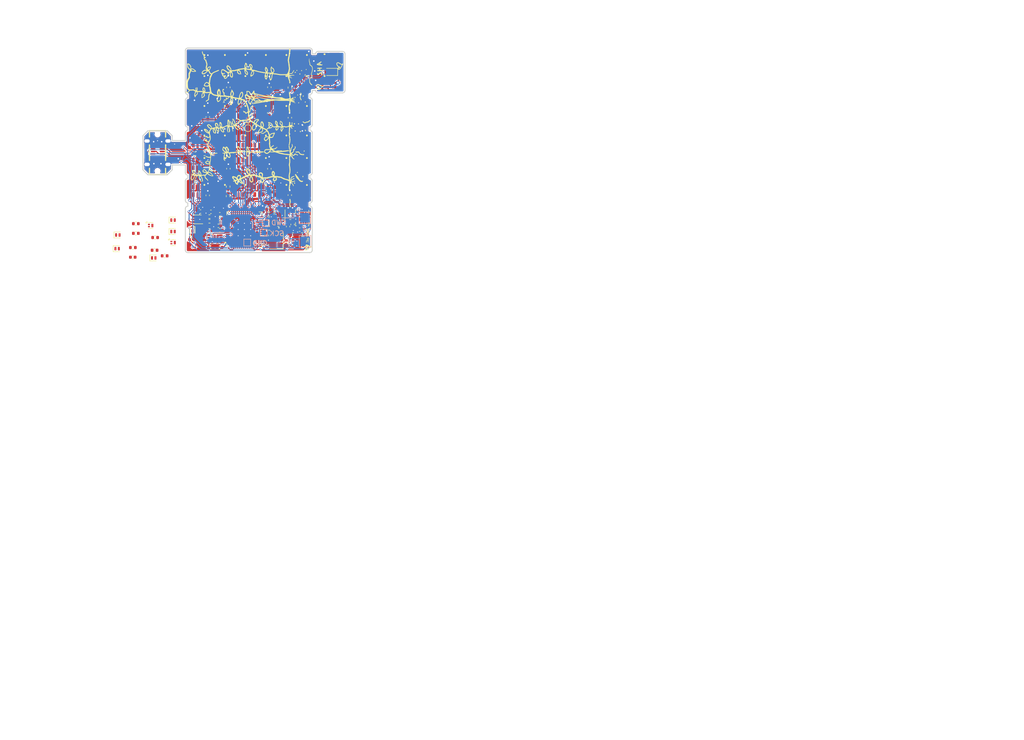
<source format=kicad_pcb>
(kicad_pcb (version 20240108) (generator "pcbnew") (generator_version "8.0")
  (title_block (title "RP2040 RGB earring") (date "2024-07-21") (rev "REV1") (company "Sequoia Hope Alexander"))
  (layers (0 "F.Cu" signal) (31 "B.Cu" signal) (34 "B.Paste" user) (35 "F.Paste" user) (36 "B.SilkS" user "B.Silkscreen") (37 "F.SilkS" user "F.Silkscreen") (38 "B.Mask" user) (39 "F.Mask" user) (44 "Edge.Cuts" user))
  (net 0 "")
  (net 1 "VBUS")
  (net 2 "+3V3")
  (net 3 "+1V1")
  (net 4 "Net-(C6-Pad1)")
  (net 7 "/LED_TX_1")
  (net 8 "/LED_SCK_1")
  (net 9 "/SW_LED_1")
  (net 10 "/LED_TX_2")
  (net 11 "SWCLK")
  (net 12 "SWD")
  (net 13 "/XIN")
  (net 14 "/USB_D-")
  (net 15 "/USB_D+")
  (net 16 "/LED_SCK_2")
  (net 17 "/SW_LED_2")
  (net 18 "/LED_TX_3")
  (net 19 "/LED_SCK_3")
  (net 20 "/QSPI_SS")
  (net 21 "/~{USB_BOOT}")
  (net 22 "/XOUT")
  (net 23 "/USB_DP")
  (net 24 "/USB_DN")
  (net 25 "/QSPI_SD1")
  (net 26 "/QSPI_SD2")
  (net 27 "/QSPI_SD0")
  (net 28 "/QSPI_SCLK")
  (net 29 "/QSPI_SD3")
  (net 30 "Net-(J2-CC1)")
  (net 31 "Net-(J2-CC2)")
  (net 32 "/3v3EN")
  (net 33 "+BATT")
  (net 34 "Net-(U20-Prog)")
  (net 35 "GND")
  (net 38 "SCL")
  (net 39 "SDA")
  (net 40 "Net-(U8-BAT)")
  (net 41 "/DONE")
  (net 42 "/CHRG")
  (net 48 "/BATT_SENSE")
  (net 49 "/LED_TX_4")
  (net 50 "/LED_SCK_4")
  (net 51 "BAT-")
  (net 55 "/USB_D1+")
  (net 56 "/USB_D1-")
  (net 59 "Net-(U13-SDO)")
  (net 60 "Net-(U13-CKO)")
  (net 61 "Net-(U14-SDO)")
  (net 62 "Net-(U14-CKO)")
  (net 63 "Net-(U24-SDO)")
  (net 64 "Net-(U24-CKO)")
  (net 65 "Net-(U25-SDO)")
  (net 66 "Net-(U25-CKO)")
  (net 67 "Net-(U27-SDO)")
  (net 68 "Net-(U27-CKO)")
  (net 69 "Net-(U31-SDO)")
  (net 70 "Net-(U31-CKO)")
  (net 71 "Net-(U32-SDO)")
  (net 72 "Net-(U32-CKO)")
  (net 73 "Net-(U38-SDO)")
  (net 74 "Net-(U38-CKO)")
  (net 75 "Net-(U39-SDO)")
  (net 76 "Net-(U39-CKO)")
  (net 77 "Net-(U11-SDI)")
  (net 78 "Net-(U11-CKL)")
  (net 79 "Net-(U11-SDO)")
  (net 80 "Net-(U11-CKO)")
  (net 81 "Net-(U15-SDO)")
  (net 82 "Net-(U15-CKO)")
  (net 83 "Net-(U16-SDO)")
  (net 84 "Net-(U16-CKO)")
  (net 85 "Net-(U17-SDO)")
  (net 86 "Net-(U17-CKO)")
  (net 87 "Net-(U19-SDO)")
  (net 88 "Net-(U19-CKO)")
  (net 89 "Net-(U21-SDO)")
  (net 90 "Net-(U21-CKO)")
  (net 91 "Net-(U28-SDO)")
  (net 92 "Net-(U28-CKO)")
  (net 93 "Net-(U29-SDO)")
  (net 94 "Net-(U29-CKO)")
  (net 95 "Net-(U30-SDO)")
  (net 96 "Net-(U30-CKO)")
  (net 97 "Net-(U34-SDO)")
  (net 98 "Net-(U34-CKO)")
  (net 99 "Net-(U35-SDO)")
  (net 100 "Net-(U35-CKO)")
  (net 101 "Net-(U41-SDO)")
  (net 102 "Net-(U41-CKO)")
  (net 103 "Net-(U42-SDO)")
  (net 104 "Net-(U42-CKO)")
  (net 105 "Net-(U45-SDO)")
  (net 106 "Net-(U45-CKO)")
  (net 107 "Net-(U46-SDO)")
  (net 108 "Net-(U46-CKO)")
  (net 109 "Net-(U48-SDO)")
  (net 110 "Net-(U48-CKO)")
  (net 111 "Net-(U49-SDO)")
  (net 112 "Net-(U49-CKO)")
  (net 115 "Net-(U13-SDI)")
  (net 116 "Net-(U13-CKL)")
  (net 117 "Net-(U16-SDI)")
  (net 118 "Net-(U16-CKL)")
  (net 121 "Net-(U19-SDI)")
  (net 122 "Net-(U19-CKL)")
  (net 123 "Net-(U24-SDI)")
  (net 124 "Net-(U24-CKL)")
  (net 128 "Net-(U27-SDI)")
  (net 129 "Net-(U27-CKL)")
  (net 130 "Net-(U31-SDI)")
  (net 131 "Net-(U31-CKL)")
  (net 133 "Net-(U34-SDI)")
  (net 134 "Net-(U34-CKL)")
  (net 136 "INT")
  (net 138 "unconnected-(U7-INT1-Pad4)")
  (net 139 "/LIGHT_SENSE")
  (net 143 "/LED_1_V")
  (net 144 "Net-(Q2-D)")
  (net 145 "/RUN")
  (net 146 "Net-(Q1-D)")
  (net 147 "Net-(D3-K)")
  (net 148 "/mag")
  (net 149 "/ENA_GPIO")
  (footprint "Capacitor_SMD:C_0402_1005Metric" (layer "F.Cu") (at 153.09 96.525 180)
    (property "Reference" "C12" (hide yes))
    (property "Value" "1u")
  )
  (footprint "Capacitor_SMD:C_0402_1005Metric" (layer "F.Cu") (at 157.065 98.015 180)
    (property "Reference" "C10" (hide yes))
    (property "Value" "1u")
  )
  (footprint "Capacitor_SMD:C_0402_1005Metric" (layer "F.Cu") (at 166.69 103.325 90)
    (property "Reference" "C15" (hide yes))
    (property "Value" "100n")
  )
  (footprint "Capacitor_SMD:C_0402_1005Metric" (layer "F.Cu") (at 155.155 103.85)
    (property "Reference" "C1" (hide yes))
    (property "Value" "100n")
  )
  (footprint "Capacitor_SMD:C_0402_1005Metric" (layer "F.Cu") (at 170.68 102.969999 -90)
    (property "Reference" "C6" (hide yes))
    (property "Value" "20p")
  )
  (footprint "Resistor_SMD:R_0402_1005Metric" (layer "F.Cu") (at 154.94 100.405 180)
    (property "Reference" "R1" (hide yes))
    (property "Value" "1.1k")
  )
  (footprint "Capacitor_SMD:C_0402_1005Metric" (layer "F.Cu") (at 156.765 99.45 180)
    (property "Reference" "C11" (hide yes))
    (property "Value" "100n")
  )
  (footprint "Capacitor_SMD:C_0402_1005Metric" (layer "F.Cu") (at 167.145 97.09)
    (property "Reference" "C14" (hide yes))
    (property "Value" "100n")
  )
  (footprint "Capacitor_SMD:C_0402_1005Metric" (layer "F.Cu") (at 167.135 98.059)
    (property "Reference" "C16" (hide yes))
    (property "Value" "100n")
  )
  (footprint "Resistor_SMD:R_0402_1005Metric" (layer "F.Cu") (at 154.928 98.502)
    (property "Reference" "R6" (hide yes))
    (property "Value" "27")
  )
  (footprint "Capacitor_SMD:C_0402_1005Metric" (layer "F.Cu") (at 167.135 98.99)
    (property "Reference" "C9" (hide yes))
    (property "Value" "100n")
  )
  (footprint "Capacitor_SMD:C_0402_1005Metric" (layer "F.Cu") (at 157.025 103.85 180)
    (property "Reference" "C13" (hide yes))
    (property "Value" "100n")
  )
  (footprint "Capacitor_SMD:C_0402_1005Metric" (layer "F.Cu") (at 157.055 97.075001 180)
    (property "Reference" "C18" (hide yes))
    (property "Value" "100n")
  )
  (footprint "RP2040_minimal:RP2040-QFN-56" (layer "F.Cu") (at 162.1 100.2 90)
    (property "Reference" "U3" (hide yes))
    (property "Value" "RP2040")
  )
  (footprint "Capacitor_SMD:C_0402_1005Metric" (layer "F.Cu") (at 166.689999 101.435 -90)
    (property "Reference" "C5" (hide yes))
    (property "Value" "20p")
  )
  (footprint "Resistor_SMD:R_0402_1005Metric" (layer "F.Cu") (at 154.928 97.562)
    (property "Reference" "R7" (hide yes))
    (property "Value" "27")
  )
  (footprint "Capacitor_SMD:C_0402_1005Metric" (layer "F.Cu") (at 157.065 100.37 180)
    (property "Reference" "C8" (hide yes))
    (property "Value" "100n")
  )
  (footprint "Capacitor_SMD:C_0402_1005Metric" (layer "F.Cu") (at 155.23 96.575 180)
    (property "Reference" "C17" (hide yes))
    (property "Value" "100n")
  )
  (footprint "Resistor_SMD:R_0402_1005Metric" (layer "F.Cu") (at 167.155 99.94)
    (property "Reference" "R5" (hide yes))
    (property "Value" "1.1k")
  )
  (footprint "Capacitor_SMD:C_0402_1005Metric" (layer "F.Cu") (at 167.138 96.169)
    (property "Reference" "C7" (hide yes))
    (property "Value" "10u")
  )
  (footprint "Resistor_SMD:R_0402_1005Metric" (layer "F.Cu") (at 169.02 99.225 180)
    (property "Reference" "R10" (hide yes))
    (property "Value" "10k")
  )
  (footprint "parts:LED-SK9822-EC20" (layer "F.Cu") (at 152.5 86.75)
    (property "Reference" "U13" (hide yes))
    (property "Value" "~")
  )
  (footprint "LED_SMD:LED_0603_1608Metric" (layer "F.Cu") (at 179.72 67.895 180)
    (property "Reference" "Q5" (hide yes))
    (property "Value" "light_sensor")
  )
  (footprint "parts:LED-SK9822-EC20" (layer "F.Cu") (at 160.9 86.75)
    (property "Reference" "U15" (hide yes))
    (property "Value" "~")
  )
  (footprint "parts:LED-SK9822-EC20" (layer "F.Cu") (at 173.5 69.95)
    (property "Reference" "U36" (hide yes))
    (property "Value" "~")
  )
  (footprint "parts:LED-SK9822-EC20" (layer "F.Cu") (at 160.9 76.075)
    (property "Reference" "U40" (hide yes))
    (property "Value" "~")
  )
  (footprint "Capacitor_SMD:C_0402_1005Metric" (layer "F.Cu") (at 171.965 99.175 -90)
    (property "Reference" "C22" (hide yes))
    (property "Value" "100n")
  )
  (footprint "parts:LED-SK9822-EC20" (layer "F.Cu") (at 173.5 82.125)
    (property "Reference" "U18" (hide yes))
    (property "Value" "~")
  )
  (footprint "parts:LED-SK9822-EC20" (layer "F.Cu") (at 169.3 76.075)
    (property "Reference" "U42" (hide yes))
    (property "Value" "~")
  )
  (footprint "Resistor_SMD:R_0402_1005Metric" (layer "F.Cu") (at 152.026 84.681 180)
    (property "Reference" "R3" (hide yes))
    (property "Value" "5.1k")
  )
  (footprint "Capacitor_SMD:C_0402_1005Metric" (layer "F.Cu") (at 171.395 93.145001 90)
    (property "Reference" "C28" (hide yes))
    (property "Value" "1u")
  )
  (footprint "Diode_SMD:D_SOD-882" (layer "F.Cu") (at 136.17 101.32)
    (property "Reference" "D5" (hide yes))
    (property "Value" "D")
  )
  (footprint "Package_TO_SOT_SMD:SOT-666" (layer "F.Cu") (at 152.475 98.125 180)
    (property "Reference" "U10" (hide yes))
    (property "Value" "USBLC6-2P6")
  )
  (footprint "Resistor_SMD:R_0402_1005Metric" (layer "F.Cu") (at 153.939 84.679 180)
    (property "Reference" "R4" (hide yes))
    (property "Value" "5.1k")
  )
  (footprint "parts:LED-SK9822-EC20" (layer "F.Cu") (at 152.5 82.125)
    (property "Reference" "U5" (hide yes))
    (property "Value" "~")
  )
  (footprint "parts:LED-SK9822-EC20" (layer "F.Cu") (at 156.7 69.95)
    (property "Reference" "U32" (hide yes))
    (property "Value" "~")
  )
  (footprint "parts:LED-SK9822-EC20" (layer "F.Cu") (at 160.9 65.625)
    (property "Reference" "U26" (hide yes))
    (property "Value" "~")
  )
  (footprint "parts:LED-SK9822-EC20" (layer "F.Cu") (at 156.7 92.25)
    (property "Reference" "U46" (hide yes))
    (property "Value" "~")
  )
  (footprint "parts:LED-SK9822-EC20" (layer "F.Cu") (at 173.5 86.75)
    (property "Reference" "U22" (hide yes))
    (property "Value" "~")
  )
  (footprint "parts:LED-SK9822-EC20" (layer "F.Cu") (at 169.3 69.95)
    (property "Reference" "U35" (hide yes))
    (property "Value" "~")
  )
  (footprint "parts:USB-C-TH_GT-USB-7055" (layer "F.Cu") (at 144.3 84.45 90)
    (property "Reference" "J2" (hide yes))
    (property "Value" "USB_C_Receptacle_USB2.0" (hide yes))
  )
  (footprint "parts:LED-SK9822-EC20" (layer "F.Cu") (at 173.5 65.625)
    (property "Reference" "U29" (hide yes))
    (property "Value" "~")
  )
  (footprint "parts:LED-SK9822-EC20" (layer "F.Cu") (at 173.5 92.275)
    (property "Reference" "U52" (hide yes))
    (property "Value" "~")
  )
  (footprint "Package_LGA:LGA-14_3x2.5mm_P0.5mm_LayoutBorder3x4y" (layer "F.Cu") (at 173.925 97.825 -90)
    (property "Reference" "U7" (hide yes))
    (property "Value" "LSM6DS3")
  )
  (footprint "parts:LED-SK9822-EC20" (layer "F.Cu") (at 165.1 92.25)
    (property "Reference" "U48" (hide yes))
    (property "Value" "~")
  )
  (footprint "Diode_SMD:D_SOD-882" (layer "F.Cu") (at 147.47 100.61)
    (property "Reference" "D4" (hide yes))
    (property "Value" "D")
  )
  (footprint "Diode_SMD:D_SOD-882" (layer "F.Cu") (at 147.47 98.27)
    (property "Reference" "D2" (hide yes))
    (property "Value" "3.3v Zener")
  )
  (footprint "Capacitor_SMD:C_0402_1005Metric" (layer "F.Cu") (at 172.054 101.226)
    (property "Reference" "C2" (hide yes))
    (property "Value" "10u")
  )
  (footprint "parts:LED-SK9822-EC20" (layer "F.Cu") (at 160.9 92.25)
    (property "Reference" "U47" (hide yes))
    (property "Value" "~")
  )
  (footprint "parts:LED-SK9822-EC20" (layer "F.Cu") (at 179.71 70.135 90)
    (property "Reference" "U37" (hide yes))
    (property "Value" "~")
  )
  (footprint "parts:LED-SK9822-EC20" (layer "F.Cu") (at 169.3 65.625)
    (property "Reference" "U28" (hide yes))
    (property "Value" "~")
  )
  (footprint "Package_DFN_QFN:DFN-8-1EP_2x2mm_P0.5mm_EP0.9x1.5mm" (layer "F.Cu") (at 169.305 97.155 90)
    (property "Reference" "U20" (hide yes))
    (property "Value" "LGS4056H")
  )
  (footprint "parts:LED-SK9822-EC20" (layer "F.Cu") (at 173.5 76.075)
    (property "Reference" "U50" (hide yes))
    (property "Value" "~")
  )
  (footprint "Package_DFN_QFN:Diodes_DFN1006-3" (layer "F.Cu") (at 142.89 99.38)
    (property "Reference" "Q2" (hide yes))
    (property "Value" "BSS214NW")
  )
  (footprint "Resistor_SMD:R_0402_1005Metric" (layer "F.Cu") (at 171.415 71.105 90)
    (property "Reference" "R8" (hide yes))
    (property "Value" "5.1k")
  )
  (footprint "Capacitor_SMD:C_0402_1005Metric" (layer "F.Cu") (at 151.335 102.26)
    (property "Reference" "C19" (hide yes))
    (property "Value" "100n")
  )
  (footprint "Resistor_SMD:R_0402_1005Metric" (layer "F.Cu") (at 158.765 91.405 -90)
    (property "Reference" "R12" (hide yes))
    (property "Value" "100k")
  )
  (footprint "parts:LED-SK9822-EC20" (layer "F.Cu") (at 165.1 82.125)
    (property "Reference" "U16" (hide yes))
    (property "Value" "~")
  )
  (footprint "parts:DFN1608-3_L1.5-W0.8-P0.42-BL-EP" (layer "F.Cu") (at 151.446 100.5)
    (property "Reference" "U1" (hide yes))
    (property "Value" "Magnetic Switch" (hide yes))
  )
  (footprint "footprints:YZV0004ADAD" (layer "F.Cu") (at 167.211994 92.801001 -90)
    (property "Reference" "U43" (hide yes))
    (property "Value" "TPS22913BYZVR")
  )
  (footprint "Capacitor_SMD:C_0402_1005Metric" (layer "F.Cu") (at 173.885 101.23 180)
    (property "Reference" "C20" (hide yes))
    (property "Value" "1u")
  )
  (footprint "Resistor_SMD:R_0402_1005Metric" (layer "F.Cu") (at 158.755 93.355 -90)
    (property "Reference" "R11" (hide yes))
    (property "Value" "40.2k")
  )
  (footprint "parts:LED-SK9822-EC20" (layer "F.Cu") (at 160.9 69.95)
    (property "Reference" "U33" (hide yes))
    (property "Value" "~")
  )
  (footprint "parts:LED-SK9822-EC20" (layer "F.Cu") (at 169.3 92.25)
    (property "Reference" "U49" (hide yes))
    (property "Value" "~")
  )
  (footprint "parts:LED-SK9822-EC20" (layer "F.Cu") (at 152.5 76.075)
    (property "Reference" "U38" (hide yes))
    (property "Value" "~")
  )
  (footprint "parts:DFN1x1" (layer "F.Cu") (at 171.566998 96.413)
    (property "Reference" "U8" (hide yes))
    (property "Value" "DS6091AED4")
  )
  (footprint "Crystal:Crystal_SMD_2520-4Pin_2.5x2.0mm" (layer "F.Cu") (at 168.67 102.54 90)
    (property "Reference" "Y1" (hide yes))
    (property "Value" "Crystal_GND24")
  )
  (footprint "Resistor_SMD:R_0402_1005Metric" (layer "F.Cu") (at 143.695 104.445)
    (property "Reference" "R20" (hide yes))
    (property "Value" "10k")
  )
  (footprint "parts:LED-SK9822-EC20" (layer "F.Cu") (at 165.1 86.75)
    (property "Reference" "U19" (hide yes))
    (property "Value" "~")
  )
  (footprint "Capacitor_SMD:C_0402_1005Metric" (layer "F.Cu") (at 167.185 76.315 90)
    (property "Reference" "C33" (hide yes))
    (property "Value" "1u")
  )
  (footprint "TestPoint:TestPoint_Pad_D1.0mm" (layer "F.Cu") (at 162.83 79.425 -90)
    (property "Reference" "TP1" (hide yes))
    (property "Value" "TestPoint")
  )
  (footprint "Resistor_SMD:R_0402_1005Metric" (layer "F.Cu") (at 143.805 101.845)
    (property "Reference" "R13" (hide yes))
    (property "Value" "100k")
  )
  (footprint "parts:LED-SK9822-EC20" (layer "F.Cu") (at 156.7 86.75)
    (property "Reference" "U14" (hide yes))
    (property "Value" "~")
  )
  (footprint "Capacitor_SMD:C_0402_1005Metric" (layer "F.Cu") (at 171.040002 99.584999 -90)
    (property "Reference" "C21" (hide yes))
    (property "Value" "10u")
  )
  (footprint "LOGO" (layer "F.Cu") (at 161.5 83.05 180)
    (property "Reference" "G***" (hide yes))
    (property "Value" "LOGO" (hide yes))
  )
  (footprint "parts:LED-SK9822-EC20" (layer "F.Cu") (at 156.7 65.625)
    (property "Reference" "U25" (hide yes))
    (property "Value" "~")
  )
  (footprint "parts:LED-SK9822-EC20" (layer "F.Cu") (at 152.5 92.25)
    (property "Reference" "U45" (hide yes))
    (property "Value" "~")
  )
  (footprint "Resistor_SMD:R_0402_1005Metric" (layer "F.Cu") (at 145.755 105.595)
    (property "Reference" "R18" (hide yes))
    (property "Value" "10k")
  )
  (footprint "parts:LED-SK9822-EC20" (layer "F.Cu") (at 152.5 65.625)
    (property "Reference" "U24" (hide yes))
    (property "Value" "SK9822-EC20")
  )
  (footprint "parts:LED-SK9822-EC20" (layer "F.Cu") (at 165.1 69.95)
    (property "Reference" "U34" (hide yes))
    (property "Value" "~")
  )
  (footprint "parts:LED-SK9822-EC20" (layer "F.Cu") (at 160.9 82.125)
    (property "Reference" "U12" (hide yes))
    (property "Value" "~")
  )
  (footprint "Diode_SMD:D_SOD-882" (layer "F.Cu") (at 136.02 104.125)
    (property "Reference" "D1" (hide yes))
    (property "Value" "D")
  )
  (footprint "Package_DFN_QFN:Diodes_DFN1006-3" (layer "F.Cu") (at 147.485 102.88)
    (property "Reference" "Q1" (hide yes))
    (property "Value" "BSS214NW")
  )
  (footprint "Capacitor_SMD:C_0402_1005Metric" (layer "F.Cu") (at 139.225 105.875)
    (property "Reference" "C3" (hide yes))
    (property "Value" "10u")
  )
  (footprint "Capacitor_SMD:C_0402_1005Metric" (layer "F.Cu") (at 154.585 93.205 90)
    (property "Reference" "C26" (hide yes))
    (property "Value" "1u")
  )
  (footprint "Capacitor_SMD:C_0402_1005Metric" (layer "F.Cu") (at 158.815 87.725 90)
    (property "Reference" "C25" (hide yes))
    (property "Value" "1u")
  )
  (footprint "parts:IC_W25Q16JVUXIQ_TR" (layer "F.Cu") (at 156.04 102.125 180)
    (property "Reference" "U4" (hide yes))
    (property "Value" "W25Q16JVUXIQ")
  )
  (footprint "parts:LED-SK9822-EC20" (layer "F.Cu") (at 169.3 82.125)
    (property "Reference" "U17" (hide yes))
    (property "Value" "~")
  )
  (footprint "parts:LED-SK9822-EC20" (layer "F.Cu") (at 165.09 76.075)
    (property "Reference" "U41" (hide yes))
    (property "Value" "~")
  )
  (footprint "Resistor_SMD:R_0402_1005Metric" (layer "F.Cu") (at 139.855 100.985)
    (property "Reference" "R17" (hide yes))
    (property "Value" "1M")
  )
  (footprint "Capacitor_SMD:C_0402_1005Metric" (layer "F.Cu") (at 154.595 77.135001 90)
    (property "Reference" "C29" (hide yes))
    (property "Value" "1u")
  )
  (footprint "Resistor_SMD:R_0402_1005Metric" (layer "F.Cu") (at 139.245 103.895)
    (property "Reference" "R15" (hide yes))
    (property "Value" "100k")
  )
  (footprint "parts:LED-SK9822-EC20" (layer "F.Cu") (at 156.7 82.125)
    (property "Reference" "U11" (hide yes))
    (property "Value" "~")
  )
  (footprint "Resistor_SMD:R_0402_1005Metric" (layer "F.Cu") (at 139.855 98.995)
    (property "Reference" "R16" (hide yes))
    (property "Value" "100k")
  )
  (footprint "Resistor_SMD:R_0402_1005Metric" (layer "F.Cu") (at 171.49 97.784999 180)
    (property "Reference" "R9" (hide yes))
    (property "Value" "510")
  )
  (footprint "Capacitor_SMD:C_0402_1005Metric" (layer "F.Cu") (at 173.419999 100.22 180)
    (property "Reference" "C23" (hide yes))
    (property "Value" "100n")
  )
  (footprint "parts:LED-SK9822-EC20" (layer "F.Cu") (at 169.3 86.75)
    (property "Reference" "U21" (hide yes))
    (property "Value" "~")
  )
  (footprint "parts:LED-SK9822-EC20" (layer "F.Cu") (at 152.5 69.95)
    (property "Reference" "U31" (hide yes))
    (property "Value" "~")
  )
  (footprint "Capacitor_SMD:C_0402_1005Metric" (layer "F.Cu") (at 167.205 87.745001 90)
    (property "Reference" "C27" (hide yes))
    (property "Value" "1u")
  )
  (footprint "parts:LED-SK9822-EC20" (layer "F.Cu") (at 165.1 65.625)
    (property "Reference" "U27" (hide yes))
    (property "Value" "~")
  )
  (footprint "Capacitor_SMD:C_0402_1005Metric" (layer "F.Cu") (at 171.415 77.275 90)
    (property "Reference" "C32" (hide yes))
    (property "Value" "1u")
  )
  (footprint "Capacitor_SMD:C_0402_1005Metric" (layer "F.Cu") (at 169.16 100.305 180)
    (property "Reference" "C4" (hide yes))
    (property "Value" "100n")
  )
  (footprint "parts:WDFN-6-2x2" (layer "F.Cu") (at 173.125 102.975 180)
    (property "Reference" "U9" (hide yes))
    (property "Value" "NCP730BMT330TBG")
  )
  (footprint "Capacitor_SMD:C_0402_1005Metric" (layer "F.Cu") (at 158.805 71.055 90)
    (property "Reference" "C30" (hide yes))
    (property "Value" "1u")
  )
  (footprint "parts:LED-SK9822-EC20" (layer "F.Cu") (at 156.7 76.075)
    (property "Reference" "U39" (hide yes))
    (property "Value" "~")
  )
  (footprint "Diode_SMD:D_SOD-882" (layer "F.Cu") (at 143.52 106.025)
    (property "Reference" "D3" (hide yes))
    (property "Value" "3.3v Zener")
  )
  (footprint "Capacitor_SMD:C_0402_1005Metric" (layer "F.Cu") (at 167.205 71.035 90)
    (property "Reference" "C31" (hide yes))
    (property "Value" "1u")
  )
  (footprint "parts:LED-SK9822-EC20" (layer "F.Cu") (at 179.71 65.66 90)
    (property "Reference" "U30" (hide yes))
    (property "Value" "~")
  )
  (footprint "footprints:YZV0004ADAD" (layer "F.Cu") (at 167.164008 91.648999 90)
    (property "Reference" "U44" (hide yes))
    (property "Value" "TPS22913BYZVR")
  )
  (footprint "TestPoint:TestPoint_Pad_2.0x2.0mm" (layer "B.Cu") (at 174.525 102.625 180)
    (property "Reference" "TP3" (hide yes))
    (property "Value" "TestPoint" (hide yes))
  )
  (footprint "TestPoint:TestPoint_Pad_2.0x2.0mm" (layer "B.Cu") (at 174.5 97.8 180)
    (property "Reference" "TP2" (hide yes))
    (property "Value" "TestPoint" (hide yes))
  )
  (footprint "TestPoint:TestPoint_Pad_1.0x1.0mm" (layer "B.Cu") (at 162.675 102.875 180)
    (property "Reference" "TP6" (hide yes))
    (property "Value" "TestPoint" (hide yes))
  )
  (footprint "TestPoint:TestPoint_Pad_1.0x1.0mm" (layer "B.Cu") (at 166.075 100.875 180)
    (property "Reference" "TP4" (hide yes))
    (property "Value" "TestPoint" (hide yes))
  )
  (footprint "TestPoint:TestPoint_Pad_1.0x1.0mm" (layer "B.Cu") (at 166.475 98.875 180)
    (property "Reference" "TP5" (hide yes))
    (property "Value" "TestPoint" (hide yes))
  )
  (gr_line (start 177.19115 63.685398) (end 182.19115 63.685398) (stroke (width 0.2)) (layer "Edge.Cuts"))
  (gr_arc (start 175.5 63.010398) (mid 175.853554 63.156844) (end 176 63.510398) (stroke (width 0.2)) (layer "Edge.Cuts"))
  (gr_line (start 146.30885 79.967699) (end 142.30885 79.967699) (stroke (width 0.2)) (layer "Edge.Cuts"))
  (gr_line (start 176 64.185398) (end 176.69115 64.185398) (stroke (width 0.2)) (layer "Edge.Cuts"))
  (gr_line (start 177.19115 72.185398) (end 182.19115 72.185398) (stroke (width 0.2)) (layer "Edge.Cuts"))
  (gr_line (start 150 104.425) (end 150 95.925) (stroke (width 0.2)) (layer "Edge.Cuts"))
  (gr_line (start 176 88.542699) (end 176 80.392699) (stroke (width 0.2)) (layer "Edge.Cuts"))
  (gr_line (start 175.5 72.510398) (end 175.5 73.201549) (stroke (width 0.2)) (layer "Edge.Cuts"))
  (gr_arc (start 176 78.701549) (mid 175.853536 79.055071) (end 175.5 79.201549) (stroke (width 0.2)) (layer "Edge.Cuts"))
  (gr_line (start 176 72.010398) (end 176 71.685398) (stroke (width 0.2)) (layer "Edge.Cuts"))
  (gr_arc (start 182.19115 63.685398) (mid 182.544736 63.831827) (end 182.69115 64.185398) (stroke (width 0.2)) (layer "Edge.Cuts"))
  (gr_line (start 150.5 104.925) (end 175.5 104.925) (stroke (width 0.2)) (layer "Edge.Cuts"))
  (gr_arc (start 176 94.23385) (mid 175.853536 94.587371) (end 175.5 94.73385) (stroke (width 0.2)) (layer "Edge.Cuts"))
  (gr_line (start 175.5 94.73385) (end 175.5 95.425) (stroke (width 0.2)) (layer "Edge.Cuts"))
  (gr_line (start 147.30885 80.967699) (end 147.30885 81.967699) (stroke (width 0.2)) (layer "Edge.Cuts"))
  (gr_arc (start 150 90.23385) (mid 150.146429 89.880264) (end 150.5 89.73385) (stroke (width 0.2)) (layer "Edge.Cuts"))
  (gr_line (start 142.30885 79.967699) (end 141.30885 80.967699) (stroke (width 0.2)) (layer "Edge.Cuts"))
  (gr_arc (start 150 73.701549) (mid 150.146429 73.347964) (end 150.5 73.201549) (stroke (width 0.2)) (layer "Edge.Cuts"))
  (gr_line (start 150 94.23385) (end 150 90.23385) (stroke (width 0.2)) (layer "Edge.Cuts"))
  (gr_line (start 176 94.23385) (end 176 90.23385) (stroke (width 0.2)) (layer "Edge.Cuts"))
  (gr_line (start 146.30885 88.967699) (end 147.30885 87.967699) (stroke (width 0.2)) (layer "Edge.Cuts"))
  (gr_line (start 150 81.967699) (end 150 80.392699) (stroke (width 0.2)) (layer "Edge.Cuts"))
  (gr_arc (start 150.5 72.510398) (mid 150.146447 72.363951) (end 150 72.010398) (stroke (width 0.2)) (layer "Edge.Cuts"))
  (gr_arc (start 150.5 89.042699) (mid 150.146447 88.896252) (end 150 88.542699) (stroke (width 0.2)) (layer "Edge.Cuts"))
  (gr_line (start 150.5 73.201549) (end 150.5 72.510398) (stroke (width 0.2)) (layer "Edge.Cuts"))
  (gr_line (start 176 104.425) (end 176 95.925) (stroke (width 0.2)) (layer "Edge.Cuts"))
  (gr_line (start 147.30885 80.967699) (end 146.30885 79.967699) (stroke (width 0.2)) (layer "Edge.Cuts"))
  (gr_arc (start 175.5 79.892699) (mid 175.853554 80.039146) (end 176 80.392699) (stroke (width 0.2)) (layer "Edge.Cuts"))
  (gr_line (start 141.30885 80.967699) (end 141.30885 87.967699) (stroke (width 0.2)) (layer "Edge.Cuts"))
  (gr_line (start 150.5 89.73385) (end 150.5 89.042699) (stroke (width 0.2)) (layer "Edge.Cuts"))
  (gr_arc (start 176.69115 64.185398) (mid 176.837594 63.831828) (end 177.19115 63.685398) (stroke (width 0.2)) (layer "Edge.Cuts"))
  (gr_arc (start 176 72.010398) (mid 175.853554 72.363953) (end 175.5 72.510398) (stroke (width 0.2)) (layer "Edge.Cuts"))
  (gr_arc (start 150.5 104.925) (mid 150.146447 104.778553) (end 150 104.425) (stroke (width 0.2)) (layer "Edge.Cuts"))
  (gr_line (start 141.30885 87.967699) (end 142.30885 88.967699) (stroke (width 0.2)) (layer "Edge.Cuts"))
  (gr_arc (start 150 63.510398) (mid 150.146447 63.156846) (end 150.5 63.010398) (stroke (width 0.2)) (layer "Edge.Cuts"))
  (gr_line (start 146.30885 88.967699) (end 142.30885 88.967699) (stroke (width 0.2)) (layer "Edge.Cuts"))
  (gr_arc (start 176 104.425) (mid 175.853553 104.778553) (end 175.5 104.925) (stroke (width 0.2)) (layer "Edge.Cuts"))
  (gr_line (start 150 78.701549) (end 150 73.701549) (stroke (width 0.2)) (layer "Edge.Cuts"))
  (gr_line (start 150 72.010398) (end 150 63.510398) (stroke (width 0.2)) (layer "Edge.Cuts"))
  (gr_line (start 175.5 79.201549) (end 175.5 79.892699) (stroke (width 0.2)) (layer "Edge.Cuts"))
  (gr_line (start 150 88.542699) (end 150 86.967699) (stroke (width 0.2)) (layer "Edge.Cuts"))
  (gr_line (start 176 78.701549) (end 176 73.701549) (stroke (width 0.2)) (layer "Edge.Cuts"))
  (gr_line (start 150 86.967699) (end 147.30885 86.967699) (stroke (width 0.2)) (layer "Edge.Cuts"))
  (gr_arc (start 150 95.925) (mid 150.146447 95.571447) (end 150.5 95.425) (stroke (width 0.2)) (layer "Edge.Cuts"))
  (gr_line (start 150.5 79.892699) (end 150.5 79.201549) (stroke (width 0.2)) (layer "Edge.Cuts"))
  (gr_arc (start 177.19115 72.185398) (mid 176.837565 72.038969) (end 176.69115 71.685398) (stroke (width 0.2)) (layer "Edge.Cuts"))
  (gr_line (start 182.69115 71.685398) (end 182.69115 64.185398) (stroke (width 0.2)) (layer "Edge.Cuts"))
  (gr_arc (start 176 88.542699) (mid 175.853554 88.896253) (end 175.5 89.042699) (stroke (width 0.2)) (layer "Edge.Cuts"))
  (gr_arc (start 175.5 73.201549) (mid 175.853536 73.347999) (end 176 73.701549) (stroke (width 0.2)) (layer "Edge.Cuts"))
  (gr_arc (start 175.5 89.73385) (mid 175.853536 89.8803) (end 176 90.23385) (stroke (width 0.2)) (layer "Edge.Cuts"))
  (gr_line (start 147.30885 81.967699) (end 150 81.967699) (stroke (width 0.2)) (layer "Edge.Cuts"))
  (gr_line (start 176 64.185398) (end 176 63.510398) (stroke (width 0.2)) (layer "Edge.Cuts"))
  (gr_arc (start 150.5 79.201549) (mid 150.146429 79.055105) (end 150 78.701549) (stroke (width 0.2)) (layer "Edge.Cuts"))
  (gr_arc (start 150 80.392699) (mid 150.146447 80.039146) (end 150.5 79.892699) (stroke (width 0.2)) (layer "Edge.Cuts"))
  (gr_line (start 176.69115 71.685398) (end 176 71.685398) (stroke (width 0.2)) (layer "Edge.Cuts"))
  (gr_line (start 150.5 63.010398) (end 175.5 63.010398) (stroke (width 0.2)) (layer "Edge.Cuts"))
  (gr_line (start 175.5 89.042699) (end 175.5 89.73385) (stroke (width 0.2)) (layer "Edge.Cuts"))
  (gr_arc (start 150.5 94.73385) (mid 150.146429 94.587406) (end 150 94.23385) (stroke (width 0.2)) (layer "Edge.Cuts"))
  (gr_line (start 150.5 95.425) (end 150.5 94.73385) (stroke (width 0.2)) (layer "Edge.Cuts"))
  (gr_arc (start 175.5 95.425) (mid 175.853553 95.571447) (end 176 95.925) (stroke (width 0.2)) (layer "Edge.Cuts"))
  (gr_line (start 147.30885 86.967699) (end 147.30885 87.967699) (stroke (width 0.2)) (layer "Edge.Cuts"))
  (gr_arc (start 182.69115 71.685398) (mid 182.544701 72.038935) (end 182.19115 72.185398) (stroke (width 0.2)) (layer "Edge.Cuts"))
  (gr_text "SWD" (at 170.8 99.4 0) (layer "B.SilkS") (effects (font (size 1 1)) (justify left bottom mirror)))
  (gr_text "-" (at 173.025 99.325 0) (layer "B.SilkS") (effects (font (size 3 3)) (justify left bottom mirror)))
  (gr_text "SCK" (at 170.3 101.6 0) (layer "B.SilkS") (effects (font (size 1 1)) (justify left bottom mirror)))
  (gr_text "GND" (at 166.9 103.6 0) (layer "B.SilkS") (effects (font (size 1 1)) (justify left bottom mirror)))
  (gr_text "+" (at 173.175 104.125 0) (layer "B.SilkS") (effects (font (size 3 3)) (justify left bottom mirror)))
  (gr_text "Thx Opal!" (at 175.35 102.925 90) (layer "F.SilkS") (effects (font (size 0.5 0.4) (thickness 0.08) (bold yes)) (justify left bottom)))
  (segment (start 159 96.75032) (end 159 96.05) (width 0.2) (layer "F.Cu") (net 1))
  (segment (start 170.05 99.895) (end 170.05 99.28) (width 0.2) (layer "F.Cu") (net 1))
  (segment (start 170.05 99.28) (end 170.12 99.21) (width 0.2) (layer "F.Cu") (net 1))
  (segment (start 143.4 85.7) (end 145.2 85.7) (width 0.2) (layer "F.Cu") (net 1))
  (segment (start 151.765 95.175) (end 150.79 94.2) (width 0.2) (layer "F.Cu") (net 1))
  (segment (start 151.825 95.235) (end 151.825 96.895) (width 0.2) (layer "F.Cu") (net 1))
  (segment (start 152.245002 98.245002) (end 152.125 98.125) (width 0.2) (layer "F.Cu") (net 1))
  (segment (start 143.4 83.2) (end 142.65 83.2) (width 0.2) (layer "F.Cu") (net 1))
  (segment (start 159 96.05) (end 158.1 95.15) (width 0.2) (layer "F.Cu") (net 1))
  (segment (start 170.12 98.219999) (end 170.055001 98.155) (width 0.2) (layer "F.Cu") (net 1))
  (segment (start 149.15 86.417699) (end 147.917699 86.417699) (width 0.2) (layer "F.Cu") (net 1))
  (segment (start 152.245002 97.315002) (end 152.245002 98.245002) (width 0.2) (layer "F.Cu") (net 1))
  (segment (start 170.12 98.82) (end 170.12 99.21) (width 0.2) (layer "F.Cu") (net 1))
  (segment (start 145.2 83.2) (end 143.4 83.2) (width 0.2) (layer "F.Cu") (net 1))
  (segment (start 154.170002 99.15) (end 154.465 99.444998) (width 0.2) (layer "F.Cu") (net 1))
  (segment (start 168.555 96.111686) (end 168.533544 96.111686) (width 0.2) (layer "F.Cu") (net 1))
  (segment (start 168.533544 96.111686) (end 168.391667 96.253563) (width 0.2) (layer "F.Cu") (net 1))
  (segment (start 152.125 98.125) (end 151.55 98.125) (width 0.2) (layer "F.Cu") (net 1))
  (segment (start 147.2 85.7) (end 145.2 85.7) (width 0.2) (layer "F.Cu") (net 1))
  (segment (start 142.292893 85.7) (end 143.4 85.7) (width 0.2) (layer "F.Cu") (net 1))
  (segment (start 151.825 96.895) (end 152.245002 97.315002) (width 0.2) (layer "F.Cu") (net 1))
  (segment (start 150.79 94.2) (end 151.825 95.235) (width 0.2) (layer "F.Cu") (net 1))
  (segment (start 158.1 95.15) (end 153.170636 95.15) (width 0.2) (layer "F.Cu") (net 1))
  (segment (start 141.9 83.95) (end 141.9 85.307107) (width 0.2) (layer "F.Cu") (net 1))
  (segment (start 152.285002 99.15) (end 154.170002 99.15) (width 0.2) (layer "F.Cu") (net 1))
  (segment (start 141.9 85.307107) (end 142.292893 85.7) (width 0.2) (layer "F.Cu") (net 1))
  (segment (start 169.64 100.305) (end 170.05 99.895) (width 0.2) (layer "F.Cu") (net 1))
  (segment (start 153.170636 95.15) (end 153.145636 95.175) (width 0.2) (layer "F.Cu") (net 1))
  (segment (start 152.245002 99.11) (end 152.245002 98.245002) (width 0.2) (layer "F.Cu") (net 1))
  (segment (start 170.12 99.21) (end 170.12 98.219999) (width 0.2) (layer "F.Cu") (net 1))
  (segment (start 153.145636 95.175) (end 151.765 95.175) (width 0.2) (layer "F.Cu") (net 1))
  (segment (start 147.917699 86.417699) (end 147.2 85.7) (width 0.2) (layer "F.Cu") (net 1))
  (segment (start 142.65 83.2) (end 141.9 83.95) (width 0.2) (layer "F.Cu") (net 1))
  (via (at 149.15 86.417699) (size 0.5) (drill 0.3) (layers "F.Cu" "B.Cu") (net 1))
  (via (at 170.12 98.82) (size 0.4) (drill 0.2) (layers "F.Cu" "B.Cu") (net 1))
  (via (at 168.391667 96.253563) (size 0.4) (drill 0.2) (layers "F.Cu" "B.Cu") (net 1))
  (via (at 159 96.75032) (size 0.5) (drill 0.3) (layers "F.Cu" "B.Cu") (net 1))
  (via (at 150.79 94.2) (size 0.5) (drill 0.3) (layers "F.Cu" "B.Cu") (net 1))
  (segment (start 169.18 97.88) (end 169.18 97.041896) (width 0.2) (layer "B.Cu") (net 1))
  (segment (start 165.95 98) (end 167.313603 96.636397) (width 0.2) (layer "B.Cu") (net 1))
  (segment (start 163.313388 96.75032) (end 164.563068 98) (width 0.2) (layer "B.Cu") (net 1))
  (segment (start 170.12 98.82) (end 169.18 97.88) (width 0.2) (layer "B.Cu") (net 1))
  (segment (start 150.9 88.4) (end 150.9 94.09) (width 0.2) (layer "B.Cu") (net 1))
  (segment (start 169.18 97.041896) (end 168.391667 96.253563) (width 0.2) (layer "B.Cu") (net 1))
  (segment (start 164.563068 98) (end 165.95 98) (width 0.2) (layer "B.Cu") (net 1))
  (segment (start 167.513603 96.636397) (end 167.896437 96.253563) (width 0.2) (layer "B.Cu") (net 1))
  (segment (start 150.6 86.85) (end 150.6 88.1) (width 0.2) (layer "B.Cu") (net 1))
  (segment (start 150.6 88.1) (end 150.9 88.4) (width 0.2) (layer "B.Cu") (net 1))
  (segment (start 150.9 94.09) (end 150.79 94.2) (width 0.2) (layer "B.Cu") (net 1))
  (segment (start 167.896437 96.253563) (end 168.391667 96.253563) (width 0.2) (layer "B.Cu") (net 1))
  (segment (start 150.167699 86.417699) (end 150.6 86.85) (width 0.2) (layer "B.Cu") (net 1))
  (segment (start 167.313603 96.636397) (end 167.513603 96.636397) (width 0.2) (layer "B.Cu") (net 1))
  (segment (start 159 96.75032) (end 163.313388 96.75032) (width 0.2) (layer "B.Cu") (net 1))
  (segment (start 149.15 86.417699) (end 150.167699 86.417699) (width 0.2) (layer "B.Cu") (net 1))
  (segment (start 166.665 97.09) (end 166.665 96.176) (width 0.2) (layer "F.Cu") (net 2))
  (segment (start 159.833518 100.637158) (end 159.833518 101.406175) (width 0.2) (layer "F.Cu") (net 2))
  (segment (start 172.64 95.51) (end 172.7 95.45) (width 0.2) (layer "F.Cu") (net 2))
  (segment (start 173.0125 97.325) (end 172.974568 97.325) (width 0.2) (layer "F.Cu") (net 2))
  (segment (start 158.6625 99.6) (end 158.225 99.6) (width 0.1) (layer "F.Cu") (net 2))
  (segment (start 160.04935 97.775) (end 159.5 97.22565) (width 0.2) (layer "F.Cu") (net 2))
  (segment (start 159.87435 97.6) (end 158.6625 97.6) (width 0.2) (layer "F.Cu") (net 2))
  (segment (start 165.5375 100) (end 164.9 100) (width 0.15) (layer "F.Cu") (net 2))
  (segment (start 174.1 103.625) (end 174.2 103.625) (width 0.2) (layer "F.Cu") (net 2))
  (segment (start 172.64 96.990432) (end 172.64 95.51) (width 0.2) (layer "F.Cu") (net 2))
  (segment (start 166.658 96.169) (end 166.658 95.742) (width 0.2) (layer "F.Cu") (net 2))
  (segment (start 158.015 99.39) (end 157.305 99.39) (width 0.1) (layer "F.Cu") (net 2))
  (segment (start 155.71 96.575) (end 155.15 96.015) (width 0.2) (layer "F.Cu") (net 2))
  (segment (start 175.1 98.5875) (end 174.8375 98.325) (width 0.2) (layer "F.Cu") (net 2))
  (segment (start 165.16 103.26) (end 166.145 103.26) (width 0.2) (layer "F.Cu") (net 2))
  (segment (start 174.8375 98.325) (end 174.474568 98.325) (width 0.2) (layer "F.Cu") (net 2))
  (segment (start 159.44 99.71) (end 159.44 100.24364) (width 0.2) (layer "F.Cu") (net 2))
  (segment (start 155.235 104.41) (end 156.945 104.41) (width 0.2) (layer "F.Cu") (net 2))
  (segment (start 174.474568 98.325) (end 173.474568 97.325) (width 0.2) (layer "F.Cu") (net 2))
  (segment (start 173.474568 97.325) (end 173.0125 97.325) (width 0.2) (layer "F.Cu") (net 2))
  (segment (start 159.44 100.24364) (end 159.833518 100.637158) (width 0.2) (layer "F.Cu") (net 2))
  (segment (start 164.57 101.82) (end 164.7 101.95) (width 0.1) (layer "F.Cu") (net 2))
  (segment (start 174.030697 100.089302) (end 174.585698 100.089302) (width 0.2) (layer "F.Cu") (net 2))
  (segment (start 156.945 104.41) (end 157.505 103.85) (width 0.2) (layer "F.Cu") (net 2))
  (segment (start 165.025 103.125) (end 164.76 102.86) (width 0.1) (layer "F.Cu") (net 2))
  (segment (start 159.5 103.10364) (end 159.5 103.6375) (width 0.2) (layer "F.Cu") (net 2))
  (segment (start 154.08 96.015) (end 153.57 96.525) (width 0.2) (layer "F.Cu") (net 2))
  (segment (start 172.7 95.45) (end 172.8 95.35) (width 0.2) (layer "F.Cu") (net 2))
  (segment (start 174.17 101.035) (end 174.17 100.509577) (width 0.2) (layer "F.Cu") (net 2))
  (segment (start 159.54 103.06364) (end 159.5 103.10364) (width 0.2) (layer "F.Cu") (net 2))
  (segment (start 174.585698 100.089302) (end 175.1 99.575) (width 0.2) (layer "F.Cu") (net 2))
  (segment (start 158.137501 97.075001) (end 157.535 97.075001) (width 0.2) (layer "F.Cu") (net 2))
  (segment (start 159.5 97.22565) (end 159.5 96.7625) (width 0.2) (layer "F.Cu") (net 2))
  (segment (start 166.655 98.059) (end 166.655 97.1) (width 0.2) (layer "F.Cu") (net 2))
  (segment (start 154.79 102.875) (end 154.79 103.735) (width 0.2) (layer "F.Cu") (net 2))
  (segment (start 163.1 97.7) (end 163.05 97.75) (width 0.1) (layer "F.Cu") (net 2))
  (segment (start 174.59 95.74) (end 174.59 96.285278) (width 0.2) (layer "F.Cu") (net 2))
  (segment (start 158.6825 99.71) (end 159.44 99.71) (width 0.2) (layer "F.Cu") (net 2))
  (segment (start 164.76 102.86) (end 164.76 102.75) (width 0.1) (layer "F.Cu") (net 2))
  (segment (start 154.79 103.755001) (end 154.675 103.870001) (width 0.1) (layer "F.Cu") (net 2))
  (segment (start 157.784999 103.85) (end 158.384999 103.25) (width 0.2) (layer "F.Cu") (net 2))
  (segment (start 164.557107 98) (end 163.899982 98) (width 0.2) (layer "F.Cu") (net 2))
  (segment (start 163.899982 98) (end 163.7 98.199982) (width 0.2) (layer "F.Cu") (net 2))
  (segment (start 164.9 100) (end 164.57 100.33) (width 0.1) (layer "F.Cu") (net 2))
  (segment (start 163.1 96.7625) (end 163.1 97.7) (width 0.15) (layer "F.Cu") (net 2))
  (segment (start 172.7 95.4) (end 172.7 95.45) (width 0.2) (layer "F.Cu") (net 2))
  (segment (start 158.6625 100) (end 158.6625 99.6) (width 0.1) (layer "F.Cu") (net 2))
  (segment (start 158.6625 100) (end 158.6625 99.73) (width 0.2) (layer "F.Cu") (net 2))
  (segment (start 154.675 103.85) (end 155.235 104.41) (width 0.2) (layer "F.Cu") (net 2))
  (segment (start 163.1 102.95) (end 163.15 102.9) (width 0.1) (layer "F.Cu") (net 2))
  (segment (start 165.025 103.125) (end 165.16 103.26) (width 0.2) (layer "F.Cu") (net 2))
  (segment (start 155.769999 96.515001) (end 158.02 96.515001) (width 0.2) (layer "F.Cu") (net 2))
  (segment (start 174.17 100.509577) (end 173.175 99.514577) (width 0.2) (layer "F.Cu") (net 2))
  (segment (start 164.57 100.33) (end 164.57 101.82) (width 0.1) (layer "F.Cu") (net 2))
  (segment (start 166.655 97.1) (end 166.665 97.09) (width 0.2) (layer "F.Cu") (net 2))
  (segment (start 172.8 95.35) (end 174.2 95.35) (width 0.2) (layer "F.Cu") (net 2))
  (segment (start 155.15 96.015) (end 154.08 96.015) (width 0.2) (layer "F.Cu") (net 2))
  (segment (start 158.384999 103.25) (end 159.1125 103.25) (width 0.2) (layer "F.Cu") (net 2))
  (segment (start 172.974568 97.325) (end 172.64 96.990432) (width 0.2) (layer "F.Cu") (net 2))
  (segment (start 158.6625 97.6) (end 158.137501 97.075001) (width 0.2) (layer "F.Cu") (net 2))
  (segment (start 174.59 96.285278) (end 174.675 96.370278) (width 0.2) (layer "F.Cu") (net 2))
  (segment (start 163.1 103.6375) (end 163.1 102.95) (width 0.15) (layer "F.Cu") (net 2))
  (segment (start 158.137501 96.632502) (end 158.02 96.515001) (width 0.2) (layer "F.Cu") (net 2))
  (segment (start 157.505 103.85) (end 157.784999 103.85) (width 0.2) (layer "F.Cu") (net 2))
  (segment (start 166.314 98.4) (end 166.655 98.059) (width 0.2) (layer "F.Cu") (net 2))
  (segment (start 158.137501 97.075001) (end 158.137501 96.632502) (width 0.2) (layer "F.Cu") (net 2))
  (segment (start 173.899999 100.22) (end 174.030697 100.089302) (width 0.2) (layer "F.Cu") (net 2))
  (segment (start 175.1 99.575) (end 175.1 98.5875) (width 0.2) (layer "F.Cu") (net 2))
  (segment (start 160.04935 97.775) (end 159.87435 97.6) (width 0.2) (layer "F.Cu") (net 2))
  (segment (start 166.145 103.26) (end 166.69 103.805) (width 0.2) (layer "F.Cu") (net 2))
  (segment (start 158.6625 99.73) (end 158.6825 99.71) (width 0.2) (layer "F.Cu") (net 2))
  (segment (start 154.79 103.735) (end 154.675 103.85) (width 0.2) (layer "F.Cu") (net 2))
  (segment (start 172.5 95.2) (end 172.7 95.4) (width 0.2) (layer "F.Cu") (net 2))
  (segment (start 173.175 99.514577) (end 173.175 98.9875) (width 0.2) (layer "F.Cu") (net 2))
  (segment (start 174.2 103.625) (end 174.575 103.25) (width 0.2) (layer "F.Cu") (net 2))
  (segment (start 166.665 96.176) (end 166.658 96.169) (width 0.2) (layer "F.Cu") (net 2))
  (segment (start 160.275 97.775) (end 160.04935 97.775) (width 0.2) (layer "F.Cu") (net 2))
  (segment (start 155.71 96.575) (end 155.769999 96.515001) (width 0.2) (layer "F.Cu") (net 2))
  (segment (start 174.575 101.44) (end 174.17 101.035) (width 0.2) (layer "F.Cu") (net 2))
  (segment (start 154.79 102.875) (end 153.84 102.875) (width 0.2) (layer "F.Cu") (net 2))
  (segment (start 159.54 101.699693) (end 159.54 103.06364) (width 0.2) (layer "F.Cu") (net 2))
  (segment (start 166.658 95.742) (end 166.75 95.65) (width 0.2) (layer "F.Cu") (net 2))
  (segment (start 158.225 99.6) (end 158.015 99.39) (width 0.1) (layer "F.Cu") (net 2))
  (segment (start 174.2 95.35) (end 174.59 95.74) (width 0.2) (layer "F.Cu") (net 2))
  (segment (start 160.65 98.15) (end 160.275 97.775) (width 0.2) (layer "F.Cu") (net 2))
  (segment (start 174.575 103.25) (end 174.575 101.44) (width 0.2) (layer "F.Cu") (net 2))
  (segment (start 157.305 99.39) (end 157.245 99.45) (width 0.1) (layer "F.Cu") (net 2))
  (segment (start 158.6625 98) (end 158.6625 97.6) (width 0.2) (layer "F.Cu") (net 2))
  (segment (start 159.1125 103.25) (end 159.5 103.6375) (width 0.2) (layer "F.Cu") (net 2))
  (segment (start 159.833518 101.406175) (end 159.54 101.699693) (width 0.2) (layer "F.Cu") (net 2))
  (segment (start 174.675 96.370278) (end 174.675 96.6625) (width 0.2) (layer "F.Cu") (net 2))
  (via (at 164.675 100.45) (size 0.4) (drill 0.2) (layers "F.Cu" "B.Cu") (net 2))
  (via (at 172.5 95.2) (size 0.4) (drill 0.2) (layers "F.Cu" "B.Cu") (net 2))
  (via (at 159.44 99.71) (size 0.4) (drill 0.2) (layers "F.Cu" "B.Cu") (net 2))
  (via (at 166.75 95.65) (size 0.4) (drill 0.2) (layers "F.Cu" "B.Cu") (net 2))
  (via (at 160.65 98.15) (size 0.4) (drill 0.2) (layers "F.Cu" "B.Cu") (net 2))
  (via (at 163.7 98.199982) (size 0.4) (drill 0.2) (layers "F.Cu" "B.Cu") (net 2))
  (segment (start 167.304825 95.095175) (end 167.575536 95.095175) (width 0.2) (layer "B.Cu") (net 2))
  (segment (start 163.925 98.424982) (end 163.7 98.199982) (width 0.2) (layer "B.Cu") (net 2))
  (segment (start 167.970711 94.7) (end 169.199344 94.7) (width 0.2) (layer "B.Cu") (net 2))
  (segment (start 160.65 98.15) (end 160.325 98.15) (width 0.2) (layer "B.Cu") (net 2))
  (segment (start 169.199344 94.7) (end 169.699344 95.2) (width 0.2) (layer "B.Cu") (net 2))
  (segment (start 166.75 95.65) (end 167.304825 95.095175) (width 0.2) (layer "B.Cu") (net 2))
  (segment (start 163.925 99.7) (end 163.925 98.424982) (width 0.2) (layer "B.Cu") (net 2))
  (segment (start 160.325 98.15) (end 159.44 99.035) (width 0.2) (layer "B.Cu") (net 2))
  (segment (start 164.675 100.45) (end 163.925 99.7) (width 0.2) (layer "B.Cu") (net 2))
  (segment (start 159.44 99.035) (end 159.44 99.71) (width 0.2) (layer "B.Cu") (net 2))
  (segment (start 169.699344 95.2) (end 172.5 95.2) (width 0.2) (layer "B.Cu") (net 2))
  (segment (start 167.575536 95.095175) (end 167.970711 94.7) (width 0.2) (layer "B.Cu") (net 2))
  (segment (start 158.7125 98.35) (end 159.17565 98.35) (width 0.1) (layer "F.Cu") (net 3))
  (segment (start 157.545 100.145) (end 157.78 99.91) (width 0.1) (layer "F.Cu") (net 3))
  (segment (start 165.5375 99.6) (end 164.25 99.6) (width 0.2) (layer "F.Cu") (net 3))
  (segment (start 159.7 98.3) (end 159.8 98.4) (width 0.1) (layer "F.Cu") (net 3))
  (segment (start 157.683952 98.015) (end 157.545 98.015) (width 0.15) (layer "F.Cu") (net 3))
  (segment (start 157.298629 97.768629) (end 157.545 98.015) (width 0.1) (layer "F.Cu") (net 3))
  (segment (start 157.555 100.4) (end 157.545 100.39) (width 0.1) (layer "F.Cu") (net 3))
  (segment (start 166.045 99.6) (end 166.655 98.99) (width 0.15) (layer "F.Cu") (net 3))
  (segment (start 165.5375 99.6) (end 166.045 99.6) (width 0.15) (layer "F.Cu") (net 3))
  (segment (start 158.6625 98.4) (end 158.7125 98.35) (width 0.1) (layer "F.Cu") (net 3))
  (segment (start 158.6625 100.4) (end 157.555 100.4) (width 0.2) (layer "F.Cu") (net 3))
  (segment (start 157.259556 97.768629) (end 157.298629 97.768629) (width 0.1) (layer "F.Cu") (net 3))
  (segment (start 157.545 100.39) (end 157.545 100.145) (width 0.1) (layer "F.Cu") (net 3))
  (segment (start 159.17565 98.35) (end 159.22565 98.3) (width 0.1) (layer "F.Cu") (net 3))
  (segment (start 159.22565 98.3) (end 159.7 98.3) (width 0.1) (layer "F.Cu") (net 3))
  (segment (start 158.068952 98.4) (end 157.683952 98.015) (width 0.15) (layer "F.Cu") (net 3))
  (segment (start 158.6625 98.4) (end 158.068952 98.4) (width 0.15) (layer "F.Cu") (net 3))
  (via (at 157.259556 97.768629) (size 0.4) (drill 0.2) (layers "F.Cu" "B.Cu") (net 3))
  (via (at 157.78 99.91) (size 0.4) (drill 0.2) (layers "F.Cu" "B.Cu") (net 3))
  (segment (start 157.259556 99.389556) (end 157.78 99.91) (width 0.1) (layer "B.Cu") (net 3))
  (segment (start 157.259556 97.768629) (end 157.259556 99.389556) (width 0.1) (layer "B.Cu") (net 3))
  (segment (start 170.26 102.069999) (end 170.26 101.12) (width 0.15) (layer "F.Cu") (net 4))
  (segment (start 170.460001 102.514999) (end 170.85 102.514999) (width 0.2) (layer "F.Cu") (net 4))
  (segment (start 167.675 100.001134) (end 167.675 99.94) (width 0.2) (layer "F.Cu") (net 4))
  (segment (start 170.26 101.12) (end 170.005 100.865) (width 0.15) (layer "F.Cu") (net 4))
  (segment (start 167.675 100.69) (end 167.675 99.94) (width 0.15) (layer "F.Cu") (net 4))
  (segment (start 167.85 100.865) (end 167.675 100.69) (width 0.15) (layer "F.Cu") (net 4))
  (segment (start 170.22 102.755) (end 169.55 103.425) (width 0.2) (layer "F.Cu") (net 4))
  (segment (start 170.68 102.489999) (end 170.26 102.069999) (width 0.15) (layer "F.Cu") (net 4))
  (segment (start 170.0375 102.9375) (end 170.460001 102.514999) (width 0.2) (layer "F.Cu") (net 4))
  (segment (start 170.005 100.865) (end 167.85 100.865) (width 0.15) (layer "F.Cu") (net 4))
  (segment (start 165.02 94.975) (end 165.02 95.58) (width 0.2) (layer "F.Cu") (net 7))
  (segment (start 165.02 95.58) (end 164.7 95.9) (width 0.2) (layer "F.Cu") (net 7))
  (segment (start 165.075 90.45) (end 164.225 91.3) (width 0.2) (layer "F.Cu") (net 7))
  (segment (start 164.7 95.9) (end 164.7 96.7625) (width 0.2) (layer "F.Cu") (net 7))
  (segment (start 164.225 91.3) (end 164.225 91.475) (width 0.2) (layer "F.Cu") (net 7))
  (via (at 165.02 94.975) (size 0.4) (drill 0.2) (layers "F.Cu" "B.Cu") (net 7))
  (via (at 165.075 90.45) (size 0.4) (drill 0.2) (layers "F.Cu" "B.Cu") (net 7))
  (segment (start 165.02 90.505) (end 165.075 90.45) (width 0.2) (layer "B.Cu") (net 7))
  (segment (start 165.02 94.975) (end 165.02 90.505) (width 0.2) (layer "B.Cu") (net 7))
  (segment (start 164.35 95.25) (end 164.3 95.3) (width 0.2) (layer "F.Cu") (net 8))
  (segment (start 163.875 93.375) (end 164.225 93.025) (width 0.2) (layer "F.Cu") (net 8))
  (segment (start 163.75 93.375) (end 163.875 93.375) (width 0.2) (layer "F.Cu") (net 8))
  (segment (start 164.3 95.3) (end 164.3 96.7625) (width 0.2) (layer "F.Cu") (net 8))
  (via (at 163.75 93.375) (size 0.4) (drill 0.2) (layers "F.Cu" "B.Cu") (net 8))
  (via (at 164.35 95.25) (size 0.4) (drill 0.2) (layers "F.Cu" "B.Cu") (net 8))
  (segment (start 164.35 95.25) (end 164.35 94.835) (width 0.2) (layer "B.Cu") (net 8))
  (segment (start 164.35 94.835) (end 163.75 94.235) (width 0.2) (layer "B.Cu") (net 8))
  (segment (start 163.75 94.235) (end 163.75 93.375) (width 0.2) (layer "B.Cu") (net 8))
  (segment (start 163.9 96.7625) (end 163.9 94.9) (width 0.2) (layer "F.Cu") (net 9))
  (segment (start 163.9 94.9) (end 164.35 94.45) (width 0.2) (layer "F.Cu") (net 9))
  (segment (start 164.35 94.45) (end 165.8 94.45) (width 0.2) (layer "F.Cu") (net 9))
  (segment (start 167.414005 91.398999) (end 167.414005 90.614005) (width 0.15) (layer "F.Cu") (net 9))
  (segment (start 166.8 93.45) (end 166.8 93.212998) (width 0.15) (layer "F.Cu") (net 9))
  (segment (start 167.414005 90.614005) (end 167.25 90.45) (width 0.15) (layer "F.Cu") (net 9))
  (segment (start 166.8 93.212998) (end 166.961997 93.051001) (width 0.15) (layer "F.Cu") (net 9))
  (segment (start 165.8 94.45) (end 166.8 93.45) (width 0.2) (layer "F.Cu") (net 9))
  (via (at 167.25 90.45) (size 0.4) (drill 0.2) (layers "F.Cu" "B.Cu") (net 9))
  (via (at 166.8 93.45) (size 0.4) (drill 0.2) (layers "F.Cu" "B.Cu") (net 9))
  (segment (start 166.075 92.725) (end 166.075 90.523959) (width 0.15) (layer "B.Cu") (net 9))
  (segment (start 166.8 93.45) (end 166.075 92.725) (width 0.15) (layer "B.Cu") (net 9))
  (segment (start 166.52448 90.074479) (end 166.874479 90.074479) (width 0.15) (layer "B.Cu") (net 9))
  (segment (start 166.874479 90.074479) (end 167.25 90.45) (width 0.15) (layer "B.Cu") (net 9))
  (segment (start 166.075 90.523959) (end 166.52448 90.074479) (width 0.15) (layer "B.Cu") (net 9))
  (segment (start 163.83 75.3) (end 164.215 75.3) (width 0.2) (layer "F.Cu") (net 10))
  (segment (start 163.426242 94.802871) (end 163.494014 94.870643) (width 0.2) (layer "F.Cu") (net 10))
  (segment (start 163.494014 94.870643) (end 163.494014 96.756514) (width 0.2) (layer "F.Cu") (net 10))
  (segment (start 163.77 75.24) (end 163.83 75.3) (width 0.2) (layer "F.Cu") (net 10))
  (segment (start 163.494014 96.756514) (end 163.5 96.7625) (width 0.2) (layer "F.Cu") (net 10))
  (via (at 163.77 75.24) (size 0.4) (drill 0.2) (layers "F.Cu" "B.Cu") (net 10))
  (via (at 163.426242 94.802871) (size 0.4) (drill 0.2) (layers "F.Cu" "B.Cu") (net 10))
  (segment (start 163.325 86.725) (end 163.325 77.985) (width 0.2) (layer "B.Cu") (net 10))
  (segment (start 163.275 93.1) (end 164.325 92.05) (width 0.2) (layer "B.Cu") (net 10))
  (segment (start 164.325 87.725) (end 163.325 86.725) (width 0.2) (layer "B.Cu") (net 10))
  (segment (start 163.275 94.651629) (end 163.275 93.1) (width 0.2) (layer "B.Cu") (net 10))
  (segment (start 164.11 75.58) (end 163.77 75.24) (width 0.2) (layer "B.Cu") (net 10))
  (segment (start 163.325 77.985) (end 164.11 77.2) (width 0.2) (layer "B.Cu") (net 10))
  (segment (start 164.11 77.2) (end 164.11 75.58) (width 0.2) (layer "B.Cu") (net 10))
  (segment (start 163.426242 94.802871) (end 163.275 94.651629) (width 0.2) (layer "B.Cu") (net 10))
  (segment (start 164.325 92.05) (end 164.325 87.725) (width 0.2) (layer "B.Cu") (net 10))
  (segment (start 165.5375 99.2) (end 164.7 99.2) (width 0.2) (layer "F.Cu") (net 11))
  (segment (start 164.7 99.2) (end 164.65 99.15) (width 0.2) (layer "F.Cu") (net 11))
  (via (at 164.65 99.15) (size 0.4) (drill 0.2) (layers "F.Cu" "B.Cu") (net 11))
  (segment (start 164.65 99.15) (end 166.075 100.575) (width 0.2) (layer "B.Cu") (net 11))
  (segment (start 166.075 100.575) (end 166.075 100.875) (width 0.2) (layer "B.Cu") (net 11))
  (segment (start 164.589566 98.7) (end 164.380477 98.490911) (width 0.2) (layer "F.Cu") (net 12))
  (segment (start 164.836397 98.7) (end 164.589566 98.7) (width 0.2) (layer "F.Cu") (net 12))
  (segment (start 165.5375 98.8) (end 164.936397 98.8) (width 0.2) (layer "F.Cu") (net 12))
  (segment (start 164.936397 98.8) (end 164.836397 98.7) (width 0.2) (layer "F.Cu") (net 12))
  (via (at 164.380477 98.490911) (size 0.4) (drill 0.2) (layers "F.Cu" "B.Cu") (net 12))
  (segment (start 166.490911 98.490911) (end 166.875 98.875) (width 0.2) (layer "B.Cu") (net 12))
  (segment (start 164.380477 98.490911) (end 166.490911 98.490911) (width 0.2) (layer "B.Cu") (net 12))
  (segment (start 165.5375 100.8) (end 167.175 100.8) (width 0.2) (layer "F.Cu") (net 13))
  (segment (start 167.175 100.8) (end 168.05 101.675) (width 0.2) (layer "F.Cu") (net 13))
  (segment (start 145.93 84.76) (end 146.13 84.96) (width 0.2) (layer "F.Cu") (net 14))
  (segment (start 144.55 84.7) (end 145.2 84.7) (width 0.2) (layer "F.Cu") (net 14))
  (segment (start 145.2 84.7) (end 145.712893 84.7) (width 0.2) (layer "F.Cu") (net 14))
  (segment (start 145.712893 84.7) (end 145.772893 84.76) (width 0.2) (layer "F.Cu") (net 14))
  (segment (start 150.662512 96.719289) (end 151.530723 97.5875) (width 0.2) (layer "F.Cu") (net 14))
  (segment (start 143.4 84.2) (end 144.05 84.2) (width 0.2) (layer "F.Cu") (net 14))
  (segment (start 150.662512 96.542512) (end 150.662512 96.719289) (width 0.2) (layer "F.Cu") (net 14))
  (segment (start 151.530723 97.5875) (end 151.625 97.5875) (width 0.2) (layer "F.Cu") (net 14))
  (segment (start 144.05 84.2) (end 144.55 84.7) (width 0.2) (layer "F.Cu") (net 14))
  (segment (start 145.772893 84.76) (end 145.93 84.76) (width 0.2) (layer "F.Cu") (net 14))
  (via (at 150.662512 96.542512) (size 0.4) (drill 0.2) (layers "F.Cu" "B.Cu") (net 14))
  (via (at 146.13 84.96) (size 0.4) (drill 0.2) (layers "F.Cu" "B.Cu") (net 14))
  (segment (start 149.920661 85.949948) (end 149.92066 85.949949) (width 0.2) (layer "B.Cu") (net 14))
  (segment (start 149.637818 85.384264) (end 149.496396 85.525685) (width 0.2) (layer "B.Cu") (net 14))
  (segment (start 149.92066 85.949949) (end 150.062081 85.808527) (width 0.2) (layer "B.Cu") (net 14))
  (segment (start 151.29 86.612182) (end 151.29 95.915024) (width 0.2) (layer "B.Cu") (net 14))
  (segment (start 151.29 95.915024) (end 150.662512 96.542512) (width 0.2) (layer "B.Cu") (net 14))
  (segment (start 146.13 84.96) (end 149.637818 84.96) (width 0.2) (layer "B.Cu") (net 14))
  (segment (start 150.486346 85.808528) (end 151.29 86.612182) (width 0.2) (layer "B.Cu") (net 14))
  (segment (start 149.637817 85.384265) (end 149.637818 85.384264) (width 0.2) (layer "B.Cu") (net 14))
  (segment (start 150.486345 85.808527) (end 150.486346 85.808528) (width 0.2) (layer "B.Cu") (net 14))
  (arc (start 150.062081 85.808527) (mid 150.274213 85.720659) (end 150.486345 85.808527) (width 0.2) (layer "B.Cu") (net 14))
  (arc (start 149.496396 85.949949) (mid 149.708529 86.037817) (end 149.920661 85.949948) (width 0.2) (layer "B.Cu") (net 14))
  (arc (start 149.496396 85.525685) (mid 149.408528 85.737817) (end 149.496396 85.949949) (width 0.2) (layer "B.Cu") (net 14))
  (arc (start 149.637818 84.96) (mid 149.725686 85.172133) (end 149.637817 85.384265) (width 0.2) (layer "B.Cu") (net 14))
  (segment (start 143.4 84.7) (end 142.757458 84.7) (width 0.2) (layer "F.Cu") (net 15))
  (segment (start 142.757458 84.7) (end 142.757063 84.700395) (width 0.2) (layer "F.Cu") (net 15))
  (segment (start 150.771226 98.421226) (end 151.0125 98.6625) (width 0.2) (layer "F.Cu") (net 15))
  (segment (start 146.06 84.2) (end 145.2 84.2) (width 0.2) (layer "F.Cu") (net 15))
  (segment (start 146.12 84.26) (end 146.06 84.2) (width 0.2) (layer "F.Cu") (net 15))
  (segment (start 151.0125 98.6625) (end 151.625 98.6625) (width 0.2) (layer "F.Cu") (net 15))
  (segment (start 150.771226 98.053231) (end 150.771226 98.421226) (width 0.2) (layer "F.Cu") (net 15))
  (via (at 146.12 84.26) (size 0.4) (drill 0.2) (layers "F.Cu" "B.Cu") (net 15))
  (via (at 142.757063 84.700395) (size 0.4) (drill 0.2) (layers "F.Cu" "B.Cu") (net 15))
  (via (at 150.771226 98.053231) (size 0.4) (drill 0.2) (layers "F.Cu" "B.Cu") (net 15))
  (segment (start 149.632791 84.459999) (end 146.319999 84.459999) (width 0.2) (layer "B.Cu") (net 15))
  (segment (start 150.771226 98.053231) (end 150.771226 97.088825) (width 0.2) (layer "B.Cu") (net 15))
  (segment (start 146.12 84.26) (end 145.679605 84.700395) (width 0.2) (layer "B.Cu") (net 15))
  (segment (start 146.319999 84.459999) (end 146.12 84.26) (width 0.2) (layer "B.Cu") (net 15))
  (segment (start 151.71 96.150051) (end 151.71 86.537208) (width 0.2) (layer "B.Cu") (net 15))
  (segment (start 151.71 86.537208) (end 149.632791 84.459999) (width 0.2) (layer "B.Cu") (net 15))
  (segment (start 145.679605 84.700395) (end 142.757063 84.700395) (width 0.2) (layer "B.Cu") (net 15))
  (segment (start 150.771226 97.088825) (end 151.71 96.150051) (width 0.2) (layer "B.Cu") (net 15))
  (segment (start 163.044014 95.44) (end 162.75 95.734014) (width 0.2) (layer "F.Cu") (net 16))
  (segment (start 164.115 76.75) (end 164.215 76.85) (width 0.2) (layer "F.Cu") (net 16))
  (segment (start 162.75 96.7125) (end 162.7 96.7625) (width 0.2) (layer "F.Cu") (net 16))
  (segment (start 162.75 95.734014) (end 162.75 96.7125) (width 0.2) (layer "F.Cu") (net 16))
  (segment (start 163.66 76.75) (end 164.115 76.75) (width 0.2) (layer "F.Cu") (net 16))
  (via (at 163.044014 95.44) (size 0.4) (drill 0.2) (layers "F.Cu" "B.Cu") (net 16))
  (via (at 163.66 76.75) (size 0.4) (drill 0.2) (layers "F.Cu" "B.Cu") (net 16))
  (segment (start 162.825 77.545) (end 163.62 76.75) (width 0.2) (layer "B.Cu") (net 16))
  (segment (start 162.79 92.935) (end 163.85 91.875) (width 0.2) (layer "B.Cu") (net 16))
  (segment (start 163.85 91.875) (end 163.85 87.95) (width 0.2) (layer "B.Cu") (net 16))
  (segment (start 163.85 87.95) (end 162.825 86.925) (width 0.2) (layer "B.Cu") (net 16))
  (segment (start 163.62 76.75) (end 163.66 76.75) (width 0.2) (layer "B.Cu") (net 16))
  (segment (start 162.79 95.185986) (end 162.79 92.935) (width 0.2) (layer "B.Cu") (net 16))
  (segment (start 163.044014 95.44) (end 162.79 95.185986) (width 0.2) (layer "B.Cu") (net 16))
  (segment (start 162.825 86.925) (end 162.825 77.545) (width 0.2) (layer "B.Cu") (net 16))
  (segment (start 160.885 78.66) (end 152.185 78.66) (width 0.2) (layer "F.Cu") (net 18))
  (segment (start 151.1 77.575) (end 151.1 75.825) (width 0.2) (layer "F.Cu") (net 18))
  (segment (start 151.1 75.825) (end 151.625 75.3) (width 0.2) (layer "F.Cu") (net 18))
  (segment (start 161.9 95.6) (end 161.78 95.48) (width 0.2) (layer "F.Cu") (net 18))
  (segment (start 161.78 95.48) (end 161.78 94.75) (width 0.2) (layer "F.Cu") (net 18))
  (segment (start 161.85 79.625) (end 160.885 78.66) (width 0.2) (layer "F.Cu") (net 18))
  (segment (start 161.9 96.7625) (end 161.9 95.6) (width 0.2) (layer "F.Cu") (net 18))
  (segment (start 152.185 78.66) (end 151.1 77.575) (width 0.2) (layer "F.Cu") (net 18))
  (via (at 161.78 94.75) (size 0.4) (drill 0.2) (layers "F.Cu" "B.Cu") (net 18))
  (via (at 161.85 79.625) (size 0.4) (drill 0.2) (layers "F.Cu" "B.Cu") (net 18))
  (segment (start 163.025 88.459961) (end 163.025 91.495) (width 0.2) (layer "B.Cu") (net 18))
  (segment (start 163.025 91.495) (end 161.78 92.74) (width 0.2) (layer "B.Cu") (net 18))
  (segment (start 161.85 79.625) (end 161.85 87.284961) (width 0.2) (layer "B.Cu") (net 18))
  (segment (start 161.85 87.284961) (end 163.025 88.459961) (width 0.2) (layer "B.Cu") (net 18))
  (segment (start 161.78 92.74) (end 161.78 94.75) (width 0.2) (layer "B.Cu") (net 18))
  (segment (start 161.33 95.575026) (end 161.5 95.745026) (width 0.2) (layer "F.Cu") (net 19))
  (segment (start 161.66 78.26) (end 156.598604 78.26) (width 0.2) (layer "F.Cu") (net 19))
  (segment (start 161.5 95.745026) (end 161.5 96.7625) (width 0.2) (layer "F.Cu") (net 19))
  (segment (start 161.85 78.45) (end 161.66 78.26) (width 0.2) (layer "F.Cu") (net 19))
  (segment (start 161.33 95.43464) (end 161.33 95.575026) (width 0.2) (layer "F.Cu") (net 19))
  (segment (start 156.488604 78.15) (end 152.25 78.15) (width 0.2) (layer "F.Cu") (net 19))
  (segment (start 156.598604 78.26) (end 156.488604 78.15) (width 0.2) (layer "F.Cu") (net 19))
  (segment (start 151.625 77.525) (end 151.625 76.85) (width 0.2) (layer "F.Cu") (net 19))
  (segment (start 152.25 78.15) (end 151.625 77.525) (width 0.2) (layer "F.Cu") (net 19))
  (via (at 161.85 78.45) (size 0.4) (drill 0.2) (layers "F.Cu" "B.Cu") (net 19))
  (via (at 161.33 95.43464) (size 0.4) (drill 0.2) (layers "F.Cu" "B.Cu") (net 19))
  (segment (start 162.63 91.19) (end 161.33 92.49) (width 0.2) (layer "B.Cu") (net 19))
  (segment (start 162.63 88.77) (end 162.63 91.19) (width 0.2) (layer "B.Cu") (net 19))
  (segment (start 161.2 87.34) (end 162.63 88.77) (width 0.2) (layer "B.Cu") (net 19))
  (segment (start 161.33 92.49) (end 161.33 95.43464) (width 0.2) (layer "B.Cu") (net 19))
  (segment (start 161.85 78.45) (end 161.2 79.1) (width 0.2) (layer "B.Cu") (net 19))
  (segment (start 161.2 79.1) (end 161.2 87.34) (width 0.2) (layer "B.Cu") (net 19))
  (segment (start 158.5875 102.875) (end 158.6625 102.8) (width 0.1) (layer "F.Cu") (net 20))
  (segment (start 158.5875 102.875) (end 157.29 102.875) (width 0.2) (layer "F.Cu") (net 20))
  (via (at 155.050001 100.58669) (size 0.4) (drill 0.2) (layers "F.Cu" "B.Cu") (net 20))
  (via (at 157.71 103.1) (size 0.4) (drill 0.2) (layers "F.Cu" "B.Cu") (net 20))
  (segment (start 154.64 103.18) (end 153.83 102.37) (width 0.1) (layer "B.Cu") (net 20))
  (segment (start 153.83 101.6) (end 154.84331 100.58669) (width 0.1) (layer "B.Cu") (net 20))
  (segment (start 157.71 103.1) (end 157.63 103.18) (width 0.1) (layer "B.Cu") (net 20))
  (segment (start 157.63 103.18) (end 154.64 103.18) (width 0.1) (layer "B.Cu") (net 20))
  (segment (start 154.84331 100.58669) (end 155.050001 100.58669) (width 0.1) (layer "B.Cu") (net 20))
  (segment (start 154.430001 100.405) (end 154.11 100.405) (width 0.1) (layer "F.Cu") (net 21))
  (segment (start 165.5375 100.4) (end 166.195 100.4) (width 0.2) (layer "F.Cu") (net 22))
  (segment (start 166.295 100.3) (end 166.655 99.94) (width 0.2) (layer "F.Cu") (net 22))
  (segment (start 166.195 100.4) (end 166.3475 100.2475) (width 0.2) (layer "F.Cu") (net 22))
  (segment (start 158.5625 99.1) (end 157.920424 99.1) (width 0.1) (layer "F.Cu") (net 23))
  (segment (start 158.6625 99.2) (end 158.5625 99.1) (width 0.1) (layer "F.Cu") (net 23))
  (segment (start 157.920424 99.1) (end 157.700424 98.88) (width 0.1) (layer "F.Cu") (net 23))
  (segment (start 155.806 98.88) (end 155.438 98.512) (width 0.1) (layer "F.Cu") (net 23))
  (segment (start 157.700424 98.88) (end 155.806 98.88) (width 0.1) (layer "F.Cu") (net 23))
  (segment (start 158.6625 98.8) (end 158.044688 98.8) (width 0.1) (layer "F.Cu") (net 24))
  (segment (start 157.844688 98.6) (end 156.304576 98.6) (width 0.1) (layer "F.Cu") (net 24))
  (segment (start 158.044688 98.8) (end 157.844688 98.6) (width 0.1) (layer "F.Cu") (net 24))
  (segment (start 156.304576 98.6) (end 155.975 98.270424) (width 0.1) (layer "F.Cu") (net 24))
  (segment (start 155.975 98.270424) (end 155.975 98.099) (width 0.1) (layer "F.Cu") (net 24))
  (segment (start 155.975 98.099) (end 155.438 97.562) (width 0.1) (layer "F.Cu") (net 24))
  (segment (start 158.6625 102.4) (end 157.315 102.4) (width 0.2) (layer "F.Cu") (net 25))
  (segment (start 158.6375 102.375) (end 158.6625 102.4) (width 0.1) (layer "F.Cu") (net 25))
  (segment (start 157.315 102.4) (end 157.29 102.375) (width 0.2) (layer "F.Cu") (net 25))
  (segment (start 158.6125 102.05) (end 158.6625 102) (width 0.1) (layer "F.Cu") (net 26))
  (segment (start 157.29 101.875) (end 157.39 101.975) (width 0.1) (layer "F.Cu") (net 26))
  (segment (start 157.29 101.875) (end 157.65 101.875) (width 0.15) (layer "F.Cu") (net 26))
  (segment (start 157.65 101.875) (end 157.815 102.04) (width 0.15) (layer "F.Cu") (net 26))
  (segment (start 157.815 102.04) (end 158.6225 102.04) (width 0.15) (layer "F.Cu") (net 26))
  (segment (start 158.6225 102.04) (end 158.6625 102) (width 0.15) (layer "F.Cu") (net 26))
  (segment (start 157.984169 101.6) (end 158.6625 101.6) (width 0.1) (layer "F.Cu") (net 27))
  (segment (start 155.24 101.408772) (end 155.206228 101.375) (width 0.1) (layer "F.Cu") (net 27))
  (segment (start 157.980105 101.604064) (end 157.984169 101.6) (width 0.1) (layer "F.Cu") (net 27))
  (segment (start 155.206228 101.375) (end 154.79 101.375) (width 0.1) (layer "F.Cu") (net 27))
  (via (at 157.980105 101.604064) (size 0.4) (drill 0.2) (layers "F.Cu" "B.Cu") (net 27))
  (via (at 155.24 101.408772) (size 0.4) (drill 0.2) (layers "F.Cu" "B.Cu") (net 27))
  (segment (start 155.435292 101.604064) (end 155.24 101.408772) (width 0.1) (layer "B.Cu") (net 27))
  (segment (start 157.980105 101.604064) (end 155.435292 101.604064) (width 0.1) (layer "B.Cu") (net 27))
  (segment (start 159.333211 101.2) (end 158.6625 101.2) (width 0.1) (layer "F.Cu") (net 28))
  (segment (start 159.333518 101.199693) (end 159.333211 101.2) (width 0.1) (layer "F.Cu") (net 28))
  (via (at 159.333518 101.199693) (size 0.4) (drill 0.2) (layers "F.Cu" "B.Cu") (net 28))
  (via (at 154.4 101.875) (size 0.4) (drill 0.2) (layers "F.Cu" "B.Cu") (net 28))
  (segment (start 154.4 101.383554) (end 154.4 101.875) (width 0.1) (layer "B.Cu") (net 28))
  (segment (start 154.953553 101.13) (end 154.653554 101.13) (width 0.1) (layer "B.Cu") (net 28))
  (segment (start 158.943553 100.983553) (end 155.1 100.983553) (width 0.1) (layer "B.Cu") (net 28))
  (segment (start 159.333518 101.199693) (end 159.159693 101.199693) (width 0.1) (layer "B.Cu") (net 28))
  (segment (start 155.1 100.983553) (end 154.953553 101.13) (width 0.1) (layer "B.Cu") (net 28))
  (segment (start 159.159693 101.199693) (end 158.943553 100.983553) (width 0.1) (layer "B.Cu") (net 28))
  (segment (start 154.653554 101.13) (end 154.4 101.383554) (width 0.1) (layer "B.Cu") (net 28))
  (segment (start 155.665 101.141397) (end 155.851397 100.955) (width 0.15) (layer "F.Cu") (net 29))
  (segment (start 155.64 101.97) (end 155.665 101.945) (width 0.15) (layer "F.Cu") (net 29))
  (segment (start 155.64 101.97) (end 155.53 101.97) (width 0.2) (layer "F.Cu") (net 29))
  (segment (start 158.16 100.8) (end 158.005 100.955) (width 0.2) (layer "F.Cu") (net 29))
  (segment (start 155.665 101.945) (end 155.665 101.141397) (width 0.15) (layer "F.Cu") (net 29))
  (segment (start 158.6625 100.8) (end 158.16 100.8) (width 0.2) (layer "F.Cu") (net 29))
  (segment (start 155.125 102.375) (end 154.79 102.375) (width 0.2) (layer "F.Cu") (net 29))
  (segment (start 158.005 100.955) (end 155.851397 100.955) (width 0.2) (layer "F.Cu") (net 29))
  (segment (start 155.53 101.97) (end 155.125 102.375) (width 0.2) (layer "F.Cu") (net 29))
  (segment (start 151.204999 84.05) (end 150.43 84.05) (width 0.15) (layer "F.Cu") (net 30))
  (segment (start 143.4 85.2) (end 142.585813 85.2) (width 0.15) (layer "F.Cu") (net 30))
  (segment (start 150.43 84.05) (end 149.72 83.34) (width 0.15) (layer "F.Cu") (net 30))
  (segment (start 151.516 84.681) (end 151.516 84.361001) (width 0.15) (layer "F.Cu") (net 30))
  (segment (start 142.585813 85.2) (end 142.275 84.889187) (width 0.15) (layer "F.Cu") (net 30))
  (segment (start 142.275 84.889187) (end 142.275 84.282108) (width 0.15) (layer "F.Cu") (net 30))
  (segment (start 142.275 84.282108) (end 142.553554 84.003554) (width 0.15) (layer "F.Cu") (net 30))
  (segment (start 151.516 84.361001) (end 151.204999 84.05) (width 0.15) (layer "F.Cu") (net 30))
  (segment (start 149.72 83.34) (end 149.6 83.34) (width 0.15) (layer "F.Cu") (net 30))
  (via (at 149.6 83.34) (size 0.4) (drill 0.2) (layers "F.Cu" "B.Cu") (net 30))
  (via (at 142.553554 84.003554) (size 0.4) (drill 0.2) (layers "F.Cu" "B.Cu") (net 30))
  (segment (start 142.722108 83.835) (end 146.296041 83.835) (width 0.15) (layer "B.Cu") (net 30))
  (segment (start 149.6 83.82) (end 149.6 83.34) (width 0.15) (layer "B.Cu") (net 30))
  (segment (start 146.296041 83.835) (end 146.421041 83.96) (width 0.15) (layer "B.Cu") (net 30))
  (segment (start 146.421041 83.96) (end 149.46 83.96) (width 0.15) (layer "B.Cu") (net 30))
  (segment (start 149.46 83.96) (end 149.6 83.82) (width 0.15) (layer "B.Cu") (net 30))
  (segment (start 142.553554 84.003554) (end 142.722108 83.835) (width 0.15) (layer "B.Cu") (net 30))
  (segment (start 146.290381 83.7) (end 145.2 83.7) (width 0.2) (layer "F.Cu") (net 31))
  (segment (start 154.167382 84.129763) (end 154.449 84.411381) (width 0.2) (layer "F.Cu") (net 31))
  (segment (start 150.896146 84.475) (end 150.816146 84.555) (width 0.2) (layer "F.Cu") (net 31))
  (segment (start 150.816146 84.555) (end 147.145381 84.555) (width 0.2) (layer "F.Cu") (net 31))
  (segment (start 154.449 84.411381) (end 154.449 84.679) (width 0.2) (layer "F.Cu") (net 31))
  (segment (start 147.145381 84.555) (end 146.290381 83.7) (width 0.2) (layer "F.Cu") (net 31))
  (via (at 154.167382 84.129763) (size 0.4) (drill 0.2) (layers "F.Cu" "B.Cu") (net 31))
  (via (at 150.896146 84.475) (size 0.4) (drill 0.2) (layers "F.Cu" "B.Cu") (net 31))
  (segment (start 151.81 83.6) (end 153.637619 83.6) (width 0.2) (layer "B.Cu") (net 31))
  (segment (start 150.896146 84.475) (end 150.935 84.475) (width 0.2) (layer "B.Cu") (net 31))
  (segment (start 153.637619 83.6) (end 154.167382 84.129763) (width 0.2) (layer "B.Cu") (net 31))
  (segment (start 150.935 84.475) (end 151.81 83.6) (width 0.2) (layer "B.Cu") (net 31))
  (segment (start 171.739372 102.533682) (end 171.739372 102.510628) (width 0.2) (layer "F.Cu") (net 32))
  (segment (start 171.925 102.325) (end 172.15 102.325) (width 0.2) (layer "F.Cu") (net 32))
  (segment (start 151.030462 99.725) (end 150.87474 99.880722) (width 0.2) (layer "F.Cu") (net 32))
  (segment (start 171.739372 102.510628) (end 171.925 102.325) (width 0.2) (layer "F.Cu") (net 32))
  (segment (start 151.446 99.725) (end 151.030462 99.725) (width 0.2) (layer "F.Cu") (net 32))
  (segment (start 151.48 103.82) (end 152.175001 103.82) (width 0.2) (layer "F.Cu") (net 32))
  (via (at 150.87474 99.880722) (size 0.4) (drill 0.2) (layers "F.Cu" "B.Cu") (net 32))
  (via (at 151.48 103.82) (size 0.4) (drill 0.2) (layers "F.Cu" "B.Cu") (net 32))
  (via (at 171.739372 102.533682) (size 0.4) (drill 0.2) (layers "F.Cu" "B.Cu") (net 32))
  (segment (start 165.957843 103.207843) (end 165.542157 103.207843) (width 0.15) (layer "B.Cu") (net 32))
  (segment (start 165.542157 103.207843) (end 164.22 104.53) (width 0.15) (layer "B.Cu") (net 32))
  (segment (start 171.825 103.146041) (end 171.381041 103.59) (width 0.15) (layer "B.Cu") (net 32))
  (segment (start 152.53 104.53) (end 151.5 103.5) (width 0.15) (layer "B.Cu") (net 32))
  (segment (start 150.87474 102.87474) (end 150.87474 99.880722) (width 0.15) (layer "B.Cu") (net 32))
  (segment (start 164.22 104.53) (end 152.53 104.53) (width 0.15) (layer "B.Cu") (net 32))
  (segment (start 171.825 102.61931) (end 171.825 103.146041) (width 0.15) (layer "B.Cu") (net 32))
  (segment (start 171.739372 102.533682) (end 171.825 102.61931) (width 0.15) (layer "B.Cu") (net 32))
  (segment (start 151.5 103.5) (end 150.87474 102.87474) (width 0.15) (layer "B.Cu") (net 32))
  (segment (start 151.48 103.52) (end 151.5 103.5) (width 0.15) (layer "B.Cu") (net 32))
  (segment (start 151.48 103.82) (end 151.48 103.52) (width 0.15) (layer "B.Cu") (net 32))
  (segment (start 166.34 103.59) (end 165.957843 103.207843) (width 0.15) (layer "B.Cu") (net 32))
  (segment (start 171.381041 103.59) (end 166.34 103.59) (width 0.15) (layer "B.Cu") (net 32))
  (segment (start 171.574 101.226) (end 171.294001 101.226) (width 0.2) (layer "F.Cu") (net 33))
  (segment (start 168.50041 94.55041) (end 168.906608 94.55041) (width 0.4) (layer "F.Cu") (net 33))
  (segment (start 170.671586 97.476585) (end 170.98 97.784999) (width 0.4) (layer "F.Cu") (net 33))
  (segment (start 171.755 103.625) (end 172.15 103.625) (width 0.2) (layer "F.Cu") (net 33))
  (segment (start 171.574 101.226) (end 171.194157 101.226) (width 0.4) (layer "F.Cu") (net 33))
  (segment (start 150.855 101.656) (end 151.236 101.275) (width 0.2) (layer "F.Cu") (net 33))
  (segment (start 170.993156 99.104999) (end 170.514077 99.584078) (width 0.4) (layer "F.Cu") (net 33))
  (segment (start 171.39 101.41) (end 171.39 102.246657) (width 0.2) (layer "F.Cu") (net 33))
  (segment (start 151.564379 102.969379) (end 150.855 102.26) (width 0.2) (layer "F.Cu") (net 33))
  (segment (start 171.289372 103.159372) (end 171.755 103.625) (width 0.2) (layer "F.Cu") (net 33))
  (segment (start 169.258079 95.069429) (end 169.29365 95.105) (width 0.4) (layer "F.Cu") (net 33))
  (segment (start 166.5 90.7) (end 166.914006 91.114006) (width 0.4) (layer "F.Cu") (net 33))
  (segment (start 171.194157 101.226) (end 170.380002 100.411845) (width 0.4) (layer "F.Cu") (net 33))
  (segment (start 167.461996 93.511996) (end 168.50041 94.55041) (width 0.4) (layer "F.Cu") (net 33))
  (segment (start 169.258079 94.901881) (end 169.258079 95.069429) (width 0.4) (layer "F.Cu") (net 33))
  (segment (start 167.461996 93.051001) (end 167.461996 93.511996) (width 0.4) (layer "F.Cu") (net 33))
  (segment (start 151.824285 102.969379) (end 151.564379 102.969379) (width 0.2) (layer "F.Cu") (net 33))
  (segment (start 170.179999 95.229999) (end 170.179999 96.030001) (width 0.4) (layer "F.Cu") (net 33))
  (segment (start 169.29365 95.105) (end 170.055 95.105) (width 0.4) (layer "F.Cu") (net 33))
  (segment (start 170.98 97.784999) (end 170.98 99.044997) (width 0.4) (layer "F.Cu") (net 33))
  (segment (start 170.45 99.695001) (end 171.040002 99.104999) (width 0.2) (layer "F.Cu") (net 33))
  (segment (start 167.461996 93.511996) (end 167.856014 93.906014) (width 0.4) (layer "F.Cu") (net 33))
  (segment (start 171.39 102.246657) (end 171.289372 102.347285) (width 0.2) (layer "F.Cu") (net 33))
  (segment (start 170.98 99.234997) (end 171.040002 99.294999) (width 0.2) (layer "F.Cu") (net 33))
  (segment (start 171.574 101.226) (end 171.39 101.41) (width 0.2) (layer "F.Cu") (net 33))
  (segment (start 170.055 96.345) (end 170.055 96.155) (width 0.2) (layer "F.Cu") (net 33))
  (segment (start 171.289372 102.347285) (end 171.289372 103.159372) (width 0.2) (layer "F.Cu") (net 33))
  (segment (start 171.574 101.526) (end 171.2 101.9) (width 0.4) (layer "F.Cu") (net 33))
  (segment (start 170.98 99.044997) (end 171.040002 99.104999) (width 0.4) (layer "F.Cu") (net 33))
  (segment (start 171.574 101.226) (end 171.42 101.38) (width 0.15) (layer "F.Cu") (net 33))
  (segment (start 166.914006 91.114006) (end 166.914006 91.398999) (width 0.4) (layer "F.Cu") (net 33))
  (segment (start 170.380002 100.411845) (end 170.380002 100.381999) (width 0.4) (layer "F.Cu") (net 33))
  (segment (start 170.055 96.155) (end 170.305 96.405) (width 0.2) (layer "F.Cu") (net 33))
  (segment (start 150.855 102.26) (end 150.855 101.656) (width 0.2) (layer "F.Cu") (net 33))
  (segment (start 171.040002 99.104999) (end 170.993156 99.104999) (width 0.4) (layer "F.Cu") (net 33))
  (segment (start 167.856014 93.906014) (end 167.907452 93.906014) (width 0.4) (layer "F.Cu") (net 33))
  (segment (start 168.906608 94.55041) (end 169.258079 94.901881) (width 0.4) (layer "F.Cu") (net 33))
  (segment (start 170.45 100.381999) (end 170.45 99.695001) (width 0.2) (layer "F.Cu") (net 33))
  (segment (start 171.574 101.226) (end 171.574 101.526) (width 0.4) (layer "F.Cu") (net 33))
  (segment (start 170.055 96.155) (end 170.671586 96.771586) (width 0.4) (layer "F.Cu") (net 33))
  (segment (start 170.055 95.105) (end 170.179999 95.229999) (width 0.4) (layer "F.Cu") (net 33))
  (segment (start 170.179999 96.030001) (end 170.055 96.155) (width 0.4) (layer "F.Cu") (net 33))
  (segment (start 170.671586 96.771586) (end 170.671586 97.476585) (width 0.4) (layer "F.Cu") (net 33))
  (segment (start 171.294001 101.226) (end 170.45 100.381999) (width 0.2) (layer "F.Cu") (net 33))
  (via (at 167.907452 93.906014) (size 0.4) (drill 0.2) (layers "F.Cu" "B.Cu") (net 33))
  (via (at 151.824285 102.969379) (size 0.4) (drill 0.2) (layers "F.Cu" "B.Cu") (net 33))
  (via (at 171.2 101.9) (size 0.4) (drill 0.2) (layers "F.Cu" "B.Cu") (net 33))
  (via (at 171.29 103.08) (size 0.4) (drill 0.2) (layers "F.Cu" "B.Cu") (net 33))
  (via (at 166.5 90.7) (size 0.4) (drill 0.2) (layers "F.Cu" "B.Cu") (net 33))
  (segment (start 166.880512 91.080512) (end 167.680512 91.080512) (width 0.4) (layer "B.Cu") (net 33))
  (segment (start 166.5 90.7) (end 166.880512 91.080512) (width 0.4) (layer "B.Cu") (net 33))
  (segment (start 171.29 103.08) (end 171.24 103.03) (width 0.2) (layer "B.Cu") (net 33))
  (segment (start 166.54 103.29) (end 166.157843 102.907843) (width 0.15) (layer "B.Cu") (net 33))
  (segment (start 171.29 103.08) (end 171.08 103.29) (width 0.15) (layer "B.Cu") (net 33))
  (segment (start 171.552975 102.083682) (end 173.070079 102.083682) (width 0.2) (layer "B.Cu") (net 33))
  (segment (start 167.680512 91.080512) (end 168.1 91.5) (width 0.4) (layer "B.Cu") (net 33))
  (segment (start 163.982868 104.225) (end 153.079906 104.225) (width 0.15) (layer "B.Cu") (net 33))
  (segment (start 168.1 91.5) (end 168.1 93.713466) (width 0.4) (layer "B.Cu") (net 33))
  (segment (start 171.24 102.396657) (end 171.552975 102.083682) (width 0.2) (layer "B.Cu") (net 33))
  (segment (start 165.300025 102.907843) (end 163.982868 104.225) (width 0.15) (layer "B.Cu") (net 33))
  (segment (start 168.1 93.713466) (end 167.907452 93.906014) (width 0.4) (layer "B.Cu") (net 33))
  (segment (start 153.079906 104.225) (end 151.824285 102.969379) (width 0.15) (layer "B.Cu") (net 33))
  (segment (start 171.24 103.03) (end 171.24 102.396657) (width 0.2) (layer "B.Cu") (net 33))
  (segment (start 173.983682 102.083682) (end 174.525 102.625) (width 0.2) (layer "B.Cu") (net 33))
  (segment (start 171.08 103.29) (end 166.54 103.29) (width 0.15) (layer "B.Cu") (net 33))
  (segment (start 166.157843 102.907843) (end 165.300025 102.907843) (width 0.15) (layer "B.Cu") (net 33))
  (segment (start 173.070079 102.083682) (end 173.983682 102.083682) (width 0.2) (layer "B.Cu") (net 33))
  (segment (start 169.055 98.68) (end 168.51 99.225) (width 0.2) (layer "F.Cu") (net 34))
  (segment (start 168.51 99.225) (end 168.52 99.235) (width 0.2) (layer "F.Cu") (net 34))
  (segment (start 169.055 98.155) (end 169.055 98.68) (width 0.2) (layer "F.Cu") (net 34))
  (segment (start 172.7 99.825974) (end 172.939999 100.065973) (width 0.2) (layer "F.Cu") (net 35))
  (segment (start 155.635 102.795) (end 155.52 102.68) (width 0.1) (layer "F.Cu") (net 35))
  (segment (start 169.53 99.225) (end 169.63 99.125) (width 0.2) (layer "F.Cu") (net 35))
  (segment (start 171.47 90.65) (end 169.75 90.65) (width 0.2) (layer "F.Cu") (net 35))
  (segment (start 173.5 85.975) (end 173.5 85.7) (width 0.2) (layer "F.Cu") (net 35))
  (segment (start 156.7 69.175) (end 156.7 68.9) (width 0.2) (layer "F.Cu") (net 35))
  (segment (start 169.63 99.125) (end 169.63 97.48) (width 0.2) (layer "F.Cu") (net 35))
  (segment (start 169.3 81.1) (end 169.3 81.35) (width 0.2) (layer "F.Cu") (net 35))
  (segment (start 157.15 90.75) (end 157.96 90.75) (width 0.2) (layer "F.Cu") (net 35))
  (segment (start 152.95 68.45) (end 152.5 68.9) (width 0.2) (layer "F.Cu") (net 35))
  (segment (start 156.25 68.45) (end 155.3 68.45) (width 0.2) (layer "F.Cu") (net 35))
  (segment (start 154.595 76.275) (end 154.65 76.22) (width 0.2) (layer "F.Cu") (net 35))
  (segment (start 169.55 101.675) (end 169.545 101.675) (width 0.2) (layer "F.Cu") (net 35))
  (segment (start 158.695 85.25) (end 160.45 85.25) (width 0.2) (layer "F.Cu") (net 35))
  (segment (start 152.61 97.782899) (end 152.95 98.122899) (width 0.2) (layer "F.Cu") (net 35))
  (segment (start 160.45 85.25) (end 160.9 85.7) (width 0.2) (layer "F.Cu") (net 35))
  (segment (start 152.95 85.25) (end 152.5 85.7) (width 0.2) (layer "F.Cu") (net 35))
  (segment (start 157.275 85.025) (end 156.7 85.6) (width 0.2) (layer "F.Cu") (net 35))
  (segment (start 168.9 64.12) (end 169.3 64.52) (width 0.2) (layer "F.Cu") (net 35))
  (segment (start 173.045 80.62) (end 173.5 81.075) (width 0.2) (layer "F.Cu") (net 35))
  (segment (start 159.4 74.72) (end 159.4 74.8) (width 0.2) (layer "F.Cu") (net 35))
  (segment (start 159.94 90.45) (end 160.9 90.45) (width 0.2) (layer "F.Cu") (net 35))
  (segment (start 156.7 91.475) (end 156.7 91.2) (width 0.2) (layer "F.Cu") (net 35))
  (segment (start 157.29 101.375) (end 156.79 101.375) (width 0.2) (layer "F.Cu") (net 35))
  (segment (start 157.05 64.125) (end 160.48 64.125) (width 0.2) (layer "F.Cu") (net 35))
  (segment (start 158.21 74.08) (end 157.98 74.08) (width 0.2) (layer "F.Cu") (net 35))
  (segment (start 152.5 74.89) (end 152.815 74.575) (width 0.2) (layer "F.Cu") (net 35))
  (segment (start 156.25 74.575) (end 156.7 75.025) (width 0.2) (layer "F.Cu") (net 35))
  (segment (start 156.7 91.2) (end 156.2 90.7) (width 0.2) (layer "F.Cu") (net 35))
  (segment (start 173.5 68.9) (end 173.5 69.175) (width 0.2) (layer "F.Cu") (net 35))
  (segment (start 167.9 74.575) (end 168.85 74.575) (width 0.2) (layer "F.Cu") (net 35))
  (segment (start 157.17 74.555) (end 156.7 75.025) (width 0.2) (layer "F.Cu") (net 35))
  (segment (start 143.4 81.7) (end 144.3 81.7) (width 0.1) (layer "F.Cu") (net 35))
  (segment (start 166.961997 92.551001) (end 166.649001 92.551001) (width 0.15) (layer "F.Cu") (net 35))
  (segment (start 169.3 64.85) (end 169.3 64.475) (width 0.2) (layer "F.Cu") (net 35))
  (segment (start 173.05 85.25) (end 171.39 85.25) (width 0.2) (layer "F.Cu") (net 35))
  (segment (start 160.45 74.575) (end 159.585 74.575) (width 0.2) (layer "F.Cu") (net 35))
  (segment (start 156.58 102.79) (end 156.58 101.635) (width 0.1) (layer "F.Cu") (net 35))
  (segment (start 168.85 68.45) (end 169.3 68.9) (width 0.2) (layer "F.Cu") (net 35))
  (segment (start 159.5 68.45) (end 159.24 68.71) (width 0.2) (layer "F.Cu") (net 35))
  (segment (start 173.5 85.7) (end 173.05 85.25) (width 0.2) (layer "F.Cu") (net 35))
  (segment (start 167.203554 86.79) (end 167.213554 86.79) (width 0.2) (layer "F.Cu") (net 35))
  (segment (start 158.805 70.065) (end 158.8 70.06) (width 0.2) (layer "F.Cu") (net 35))
  (segment (start 171.415 76.795) (end 171.415 76.405) (width 0.2) (layer "F.Cu") (net 35))
  (segment (start 174.95 64.25) (end 174.95 64.7) (width 0.2) (layer "F.Cu") (net 35))
  (segment (start 163 67.35) (end 163.3 67.65) (width 0.2) (layer "F.Cu") (net 35))
  (segment (start 156.7 75.3) (end 156.7 75.025) (width 0.2) (layer "F.Cu") (net 35))
  (segment (start 169.65 64.125) (end 171.38 64.125) (width 0.2) (layer "F.Cu") (net 35))
  (segment (start 172.974568 98.325) (end 172.7 98.599568) (width 0.2) (layer "F.Cu") (net 35))
  (segment (start 173.05 74.575) (end 173.5 75.025) (width 0.2) (layer "F.Cu") (net 35))
  (segment (start 169.75 90.65) (end 169.3 91.1) (width 0.2) (layer "F.Cu") (net 35))
  (segment (start 169.3 69.175) (end 169.3 68.9) (width 0.2) (layer "F.Cu") (net 35))
  (segment (start 152.5 81.075) (end 152.95 80.625) (width 0.2) (layer "F.Cu") (net 35))
  (segment (start 160.9 85.7) (end 160.9 85.975) (width 0.2) (layer "F.Cu") (net 35))
  (segment (start 169.545 101.675) (end 168.15 103.07) (width 0.2) (layer "F.Cu") (net 35))
  (segment (start 156.7 81.075) (end 156.7 81.35) (width 0.2) (layer "F.Cu") (net 35))
  (segment (start 158.575 74.445) (end 158.21 74.08) (width 0.2) (layer "F.Cu") (net 35))
  (segment (start 166.845 74.935) (end 167.195 74.935) (width 0.2) (layer "F.Cu") (net 35))
  (segment (start 144.3 81.7) (end 145.2 81.7) (width 0.1) (layer "F.Cu") (net 35))
  (segment (start 156.7 85.6) (end 156.7 85.975) (width 0.2) (layer "F.Cu") (net 35))
  (segment (start 154.485 96.84) (end 154.75 96.575) (width 0.1) (layer "F.Cu") (net 35))
  (segment (start 155.635 103.870001) (end 155.635 102.795) (width 0.1) (layer "F.Cu") (net 35))
  (segment (start 169.3 64.52) (end 169.3 64.85) (width 0.2) (layer "F.Cu") (net 35))
  (segment (start 156.265001 103.85) (end 155.52 103.104999) (width 0.1) (layer "F.Cu") (net 35))
  (segment (start 167.97 103.49) (end 167.97 103.415) (width 0.2) (layer "F.Cu") (net 35))
  (segment (start 152.5 75.3) (end 152.5 74.89) (width 0.2) (layer "F.Cu") (net 35))
  (segment (start 173.125 103.825) (end 172.925 104.025) (width 0.2) (layer "F.Cu") (net 35))
  (segment (start 168.15 103.07) (end 168.15 103.425) (width 0.2) (layer "F.Cu") (net 35))
  (segment (start 160.9 69.175) (end 160.9 68.9) (width 0.2) (layer "F.Cu") (net 35))
  (segment (start 152.825 98.125) (end 152.8 98.15) (width 0.1) (layer "F.Cu") (net 35))
  (segment (start 173.5 64.85) (end 173.5 64.575) (width 0.2) (layer "F.Cu") (net 35))
  (segment (start 167.185 75.835) (end 167.185 74.945) (width 0.2) (layer "F.Cu") (net 35))
  (segment (start 156.7 91.2) (end 157.15 90.75) (width 0.2) (layer "F.Cu") (net 35))
  (segment (start 166.07136 101.2) (end 166.275 101.40364) (width 0.1) (layer "F.Cu") (net 35))
  (segment (start 166.9 68.85) (end 167.5 68.85) (width 0.2) (layer "F.Cu") (net 35))
  (segment (start 154.05 68.6) (end 153.9 68.45) (width 0.2) (layer "F.Cu") (net 35))
  (segment (start 169.3 68.9) (end 169.75 68.45) (width 0.2) (layer "F.Cu") (net 35))
  (segment (start 156.7 68.9) (end 156.25 68.45) (width 0.2) (layer "F.Cu") (net 35))
  (segment (start 167.9 68.45) (end 168.85 68.45) (width 0.2) (layer "F.Cu") (net 35))
  (segment (start 165.1 91.2) (end 165.1 91.475) (width 0.2) (layer "F.Cu") (net 35))
  (segment (start 170.774999 103.524999) (end 170.68 103.524999) (width 0.2) (layer "F.Cu") (net 35))
  (segment (start 167.02 102.675) (end 166.85 102.845) (width 0.15) (layer "F.Cu") (net 35))
  (segment (start 165.55 80.625) (end 168.825 80.625) (width 0.2) (layer "F.Cu") (net 35))
  (segment (start 172.925 90.65) (end 173.5 91.225) (width 0.2) (layer "F.Cu") (net 35))
  (segment (start 171.415 76.405) (end 171.34 76.33) (width 0.2) (layer "F.Cu") (net 35))
  (segment (start 171.47 90.65) (end 172.925 90.65) (width 0.2) (layer "F.Cu") (net 35))
  (segment (start 156.7 81.35) (end 156.7 80.975) (width 0.2) (layer "F.Cu") (net 35))
  (segment (start 152.85 64.125) (end 152.5 64.475) (width 0.2) (layer "F.Cu") (net 35))
  (segment (start 153.9 68.45) (end 152.95 68.45) (width 0.2) (layer "F.Cu") (net 35))
  (segment (start 143.4 87.2) (end 145.2 87.2) (width 0.1) (layer "F.Cu") (net 35))
  (segment (start 158.315 85.18) (end 154.88 85.18) (width 0.2) (layer "F.Cu") (net 35))
  (segment (start 153.985 97.085) (end 154.495 96.575) (width 0.2) (layer "F.Cu") (net 35))
  (segment (start 159.565 74.555) (end 159.4 74.72) (width 0.2) (layer "F.Cu") (net 35))
  (segment (start 151.586 101.285) (end 151.586 101.388154) (width 0.1) (layer "F.Cu") (net 35))
  (segment (start 152.61 96.525) (end 153.17 97.085) (width 0.2) (layer "F.Cu") (net 35))
  (segment (start 152.5 91.02) (end 152.5 91.475) (width 0.2) (layer "F.Cu") (net 35))
  (segment (start 163.825 85.025) (end 163.3 85.55) (width 0.2) (layer "F.Cu") (net 35))
  (segment (start 154.59 74.585) (end 154.59 74.29) (width 0.2) (layer "F.Cu") (net 35))
  (segment (start 156.79 101.375) (end 156.58 101.585) (width 0.2) (layer "F.Cu") (net 35))
  (segment (start 171.39 92.660001) (end 171.395 92.665001) (width 0.2) (layer "F.Cu") (net 35))
  (segment (start 157.38 74.555) (end 157.17 74.555) (width 0.2) (layer "F.Cu") (net 35))
  (segment (start 170.68 103.524999) (end 170.68 103.804998) (width 0.2) (layer "F.Cu") (net 35))
  (segment (start 156.545 103.85) (end 156.265001 103.85) (width 0.1) (layer "F.Cu") (net 35))
  (segment (start 160.415 80.625) (end 160.9 81.11) (width 0.2) (layer "F.Cu") (net 35))
  (segment (start 156.7 91.85) (end 156.7 91.475) (width 0.2) (layer "F.Cu") (net 35))
  (segment (start 156.25 64.125) (end 156.7 64.575) (width 0.2) (layer "F.Cu") (net 35))
  (segment (start 160.48 64.125) (end 160.9 64.545) (width 0.2) (layer "F.Cu") (net 35))
  (segment (start 166.275 101.495) (end 166.685 101.905) (width 0.2) (layer "F.Cu") (net 35))
  (segment (start 158.8 75.145) (end 158.565 75.145) (width 0.2) (layer "F.Cu") (net 35))
  (segment (start 174.95 64.7) (end 175.91 65.66) (width 0.2) (layer "F.Cu") (net 35))
  (segment (start 165.55 68.45) (end 166.5 68.45) (width 0.2) (layer "F.Cu") (net 35))
  (segment (start 173.05 68.45) (end 173.5 68.9) (width 0.2) (layer "F.Cu") (net 35))
  (segment (start 169.3 75.3) (end 169.3 75.025) (width 0.2) (layer "F.Cu") (net 35))
  (segment (start 171.11 74.575) (end 171.39 74.575) (width 0.2) (layer "F.Cu") (net 35))
  (segment (start 169.3 64.475) (end 169.65 64.125) (width 0.2) (layer "F.Cu") (net 35))
  (segment (start 156.25 80.625) (end 156.7 81.075) (width 0.2) (layer "F.Cu") (net 35))
  (segment (start 155.815 99.62) (end 156.585 100.39) (width 0.1) (layer "F.Cu") (net 35))
  (segment (start 171.39 80.62) (end 173.045 80.62) (width 0.2) (layer "F.Cu") (net 35))
  (segment (start 163.3 67.65) (end 163.3 72.1) (width 0.2) (layer "F.Cu") (net 35))
  (segment (start 171.39 85.25) (end 169.75 85.25) (width 0.2) (layer "F.Cu") (net 35))
  (segment (start 173.125 102.975) (end 173.125 103.825) (width 0.2) (layer "F.Cu") (net 35))
  (segment (start 172.925 104.025) (end 171.275 104.025) (width 0.2) (layer "F.Cu") (net 35))
  (segment (start 166.4 74.49) (end 166.845 74.935) (width 0.2) (layer "F.Cu") (net 35))
  (segment (start 173.5 81.075) (end 173.5 81.35) (width 0.2) (layer "F.Cu") (net 35))
  (segment (start 169.63 97.48) (end 169.305 97.155) (width 0.2) (layer "F.Cu") (net 35))
  (segment (start 153.17 97.085) (end 153.985 97.085) (width 0.2) (layer "F.Cu") (net 35))
  (segment (start 165.51 64.12) (end 168.9 64.12) (width 0.2) (layer "F.Cu") (net 35))
  (segment (start 157.05 80.625) (end 160.415 80.625) (width 0.2) (layer "F.Cu") (net 35))
  (segment (start 168.755 104.275) (end 167.97 103.49) (width 0.2) (layer "F.Cu") (net 35))
  (segment (start 165.1 64.53) (end 165.51 64.12) (width 0.2) (layer "F.Cu") (net 35))
  (segment (start 178.935 70.135) (end 178.66 70.135) (width 0.2) (layer "F.Cu") (net 35))
  (segment (start 178.935 65.66) (end 176.309994 65.66) (width 0.2) (layer "F.Cu") (net 35))
  (segment (start 172.939999 100.065973) (end 172.939999 100.22) (width 0.2) (layer "F.Cu") (net 35))
  (segment (start 151.815 102.26) (end 151.815 102.147154) (width 0.1) (layer "F.Cu") (net 35))
  (segment (start 156.58 101.635) (end 156.84 101.375) (width 0.1) (layer "F.Cu") (net 35))
  (segment (start 144.3 82) (end 144.3 81.7) (width 0.1) (layer "F.Cu") (net 35))
  (segment (start 154.61 90.7) (end 152.82 90.7) (width 0.2) (layer "F.Cu") (net 35))
  (segment (start 156.7 64.475) (end 157.05 64.125) (width 0.2) (layer "F.Cu") (net 35))
  (segment (start 169.3 75.025) (end 169.75 74.575) (width 0.2) (layer "F.Cu") (net 35))
  (segment (start 173.0125 98.325) (end 172.974568 98.325) (width 0.2) (layer "F.Cu") (net 35))
  (segment (start 178.66 70.135) (end 176.5 67.975) (width 0.2) (layer "F.Cu") (net 35))
  (segment (start 166.685 101.905) (end 166.849999 101.905) (width 0.2) (layer "F.Cu") (net 35))
  (segment (start 160.9 81.11) (end 160.9 81.35) (width 0.2) (layer "F.Cu") (net 35))
  (segment (start 156.7 80.975) (end 157.05 80.625) (width 0.2) (layer "F.Cu") (net 35))
  (segment (start 152.815 74.575) (end 156.25 74.575) (width 0.2) (layer "F.Cu") (net 35))
  (segment (start 152.95 80.625) (end 156.25 80.625) (width 0.2) (layer "F.Cu") (net 35))
  (segment (start 156.58 101.585) (end 156.58 103.26) (width 0.2) (layer "F.Cu") (net 35))
  (segment (start 165.1 69.175) (end 165.1 68.9) (width 0.2) (layer "F.Cu") (net 35))
  (segment (start 173.95 64.125) (end 174.825 64.125) (width 0.2) (layer "F.Cu") (net 35))
  (segment (start 167.205 70.265) (end 167.19 70.25) (width 0.2) (layer "F.Cu") (net 35))
  (segment (start 154.595 76.655001) (end 154.595 76.275) (width 0.2) (layer "F.Cu") (net 35))
  (segment (start 156.64 80.37) (end 156.64 81.29) (width 0.2) (layer "F.Cu") (net 35))
  (segment (start 154.275 64.125) (end 152.85 64.125) (width 0.2) (layer "F.Cu") (net 35))
  (segment (start 170.209998 104.275) (end 168.755 104.275) (width 0.2) (layer "F.Cu") (net 35))
  (segment (start 165.1 68.9) (end 165.55 68.45) (width 0.2) (layer "F.Cu") (net 35))
  (segment (start 154.495 96.575) (end 154.75 96.575) (width 0.2) (layer "F.Cu") (net 35))
  (segment (start 169.3 81.35) (end 169.3 81.075) (width 0.2) (layer "F.Cu") (net 35))
  (segment (start 167.195 74.935) (end 167.54 74.935) (width 0.2) (layer "F.Cu") (net 35))
  (segment (start 158.47 85.025) (end 158.315 85.18) (width 0.2) (layer "F.Cu") (net 35))
  (segment (start 170.68 103.804998) (end 170.209998 104.275) (width 0.2) (layer "F.Cu") (net 35))
  (segment (start 167.185 74.945) (end 167.195 74.935) (width 0.2) (layer "F.Cu") (net 35))
  (segment (start 156.2 90.7) (end 154.61 90.7) (width 0.2) (layer "F.Cu") (net 35))
  (segment (start 152.5 68.9) (end 152.5 69.175) (width 0.2) (layer "F.Cu") (net 35))
  (segment (start 169.3 91.1) (end 169.3 91.475) (width 0.2) (layer "F.Cu") (net 35))
  (segment (start 167.501001 91.898999) (end 167.55 91.85) (width 0.15) (layer "F.Cu") (net 35))
  (segment (start 167.54 74.935) (end 167.9 74.575) (width 0.2) (layer "F.Cu") (net 35))
  (segment (start 144.3 87.2) (end 145.2 87.2) (width 0.1) (layer "F.Cu") (net 35))
  (segment (start 155.15 68.6) (end 154.05 68.6) (width 0.2) (layer "F.Cu") (net 35))
  (segment (start 165.625 74.49) (end 166.4 74.49) (width 0.2) (layer "F.Cu") (net 35))
  (segment (start 158.565 75.145) (end 157.975 74.555) (width 0.2) (layer "F.Cu") (net 35))
  (segment (start 158.805 70.575) (end 158.805 70.065) (width 0.2) (layer "F.Cu") (net 35))
  (segment (start 168.83 85.23) (end 169.3 85.7) (width 0.2) (layer "F.Cu") (net 35))
  (segment (start 152.5 85.7) (end 152.5 85.975) (width 0.2) (layer "F.Cu") (net 35))
  (segment (start 165.1 64.85) (end 165.1 64.53) (width 0.2) (layer "F.Cu") (net 35))
  (segment (start 154.88 85.18) (end 154.81 85.25) (width 0.2) (layer "F.Cu") (net 35))
  (segment (start 158.1 68.45) (end 157.09 68.45) (width 0.2) (layer "F.Cu") (net 35))
  (segment (start 160.9 75.025) (end 160.9 75.3) (width 0.2) (layer "F.Cu") (net 35))
  (segment (start 163.3 89.175) (end 163.375 89.25) (width 0.2) (layer "F.Cu") (net 35))
  (segment (start 160.9 90.45) (end 160.9 91.475) (width 0.2) (layer "F.Cu") (net 35))
  (segment (start 176.5 67.975) (end 176.5 67.7) (width 0.2) (layer "F.Cu") (net 35))
  (segment (start 155.8 99.62) (end 155.815 99.62) (width 0.1) (layer "F.Cu") (net 35))
  (segment (start 163.3 72.1) (end 163.25 72.15) (width 0.2) (layer "F.Cu") (net 35))
  (segment (start 156.7 64.575) (end 156.7 64.85) (width 0.2) (layer "F.Cu") (net 35))
  (segment (start 171.39 74.575) (end 173.05 74.575) (width 0.2) (layer "F.Cu") (net 35))
  (segment (start 167.414005 91.898999) (end 167.501001 91.898999) (width 0.15) (layer "F.Cu") (net 35))
  (segment (start 165.1 85.975) (end 165.1 85.6) (width 0.2) (layer "F.Cu") (net 35))
  (segment (start 167.5 68.85) (end 167.9 68.45) (width 0.2) (layer "F.Cu") (net 35))
  (segment (start 172.7 98.599568) (end 172.7 99.825974) (width 0.2) (layer "F.Cu") (net 35))
  (segment (start 159.24 68.71) (end 158.36 68.71) (width 0.2) (layer "F.Cu") (net 35))
  (segment (start 171.45 68.45) (end 173.05 68.45) (width 0.2) (layer "F.Cu") (net 35))
  (segment (start 156.76 90.34) (end 158.575 90.34) (width 0.2) (layer "F.Cu") (net 35))
  (segment (start 158.36 68.71) (end 158.1 68.45) (width 0.2) (layer "F.Cu") (net 35))
  (segment (start 152.5 64.475) (end 152.5 64.85) (width 0.2) (layer "F.Cu") (net 35))
  (segment (start 156.64 81.29) (end 156.7 81.35) (width 0.2) (layer "F.Cu") (net 35))
  (segment (start 167.02 102.37) (end 167.02 102.675) (width 0.15) (layer "F.Cu") (net 35))
  (segment (start 165.09 75.3) (end 165.09 75.025) (width 0.2) (layer "F.Cu") (net 35))
  (segment (start 160.45 68.45) (end 159.5 68.45) (width 0.2) (layer "F.Cu") (net 35))
  (segment (start 173.5 64.575) (end 173.95 64.125) (width 0.2) (layer "F.Cu") (net 35))
  (segment (start 169.75 74.575) (end 171.11 74.575) (width 0.2) (layer "F.Cu") (net 35))
  (segment (start 159.4 74.8) (end 159.055 75.145) (width 0.2) (layer "F.Cu") (net 35))
  (segment (start 171.275 104.025) (end 170.774999 103.524999) (width 0.2) (layer "F.Cu") (net 35))
  (segment (start 152.61 96.525) (end 152.61 97.782899) (width 0.2) (layer "F.Cu") (net 35))
  (segment (start 165.5375 101.2) (end 166.07136 101.2) (width 0.2) (layer "F.Cu") (net 35))
  (segment (start 173.5 91.225) (end 173.5 91.5) (width 0.2) (layer "F.Cu") (net 35))
  (segment (start 160.45 74.575) (end 160.9 75.025) (width 0.2) (layer "F.Cu") (net 35))
  (segment (start 156.7 68.84) (end 156.7 69.175) (width 0.2) (layer "F.Cu") (net 35))
  (segment (start 169.755 80.62) (end 171.39 80.62) (width 0.2) (layer "F.Cu") (net 35))
  (segment (start 175.91 65.66) (end 176.309994 65.66) (width 0.2) (layer "F.Cu") (net 35))
  (segment (start 158.47 85.025) (end 158.695 85.25) (width 0.2) (layer "F.Cu") (net 35))
  (segment (start 174.825 64.125) (end 174.95 64.25) (width 0.2) (layer "F.Cu") (net 35))
  (segment (start 157.975 74.555) (end 157.38 74.555) (width 0.2) (layer "F.Cu") (net 35))
  (segment (start 163.3 85.55) (end 163.3 89.175) (width 0.2) (layer "F.Cu") (net 35))
  (segment (start 168.825 80.625) (end 169.3 81.1) (width 0.2) (layer "F.Cu") (net 35))
  (segment (start 166.5 68.45) (end 166.9 68.85) (width 0.2) (layer "F.Cu") (net 35))
  (segment (start 165.1 85.6) (end 165.47 85.23) (width 0.2) (layer "F.Cu") (net 35))
  (segment (start 152.82 90.7) (end 152.5 91.02) (width 0.2) (layer "F.Cu") (net 35))
  (segment (start 165.55 90.75) (end 165.1 91.2) (width 0.2) (layer "F.Cu") (net 35))
  (segment (start 168.85 74.575) (end 169.3 75.025) (width 0.2) (layer "F.Cu") (net 35))
  (segment (start 152.5 81.35) (end 152.5 81.075) (width 0.2) (layer "F.Cu") (net 35))
  (segment (start 156.84 101.375) (end 157.29 101.375) (width 0.1) (layer "F.Cu") (net 35))
  (segment (start 169.75 85.25) (end 169.3 85.7) (width 0.2) (layer "F.Cu") (net 35))
  (segment (start 154.61 64.46) (end 154.275 64.125) (width 0.2) (layer "F.Cu") (net 35))
  (segment (start 171.38 64.125) (end 173.05 64.125) (width 0.2) (layer "F.Cu") (net 35))
  (segment (start 159.585 74.575) (end 159.565 74.555) (width 0.2) (layer "F.Cu") (net 35))
  (segment (start 165.1 81.075) (end 165.55 80.625) (width 0.2) (layer "F.Cu") (net 35))
  (segment (start 154.23 96.84) (end 154.485 96.84) (width 0.1) (layer "F.Cu") (net 35))
  (segment (start 167.203554 86.79) (end 167.203554 87.263555) (width 0.2) (layer "F.Cu") (net 35))
  (segment (start 171.45 68.45) (end 171.45 68.650012) (width 0.2) (layer "F.Cu") (net 35))
  (segment (start 169.75 68.45) (end 171.45 68.45) (width 0.2) (layer "F.Cu") (net 35))
  (segment (start 154.61 64.46) (end 154.945 64.125) (width 0.2) (layer "F.Cu") (net 35))
  (segment (start 165.47 85.23) (end 168.83 85.23) (width 0.2) (layer "F.Cu") (net 35))
  (segment (start 171.45 68.650012) (end 171.4 68.700012) (width 0.2) (layer "F.Cu") (net 35))
  (segment (start 153.4 98.125) (end 152.825 98.125) (width 0.1) (layer "F.Cu") (net 35))
  (segment (start 156.72 90.3) (end 156.76 90.34) (width 0.2) (layer "F.Cu") (net 35))
  (segment (start 159.055 75.145) (end 158.8 75.145) (width 0.2) (layer "F.Cu") (net 35))
  (segment (start 156.7 64.85) (end 156.7 64.475) (width 0.2) (layer "F.Cu") (net 35))
  (segment (start 155.3 68.45) (end 155.15 68.6) (width 0.2) (layer "F.Cu") (net 35))
  (segment (start 154.945 64.125) (end 156.25 64.125) (width 0.2) (layer "F.Cu") (net 35))
  (segment (start 167.203554 87.263555) (end 167.205 87.265001) (width 0.2) (layer "F.Cu") (net 35))
  (segment (start 166.649001 92.551001) (end 166.600002 92.6) (width 0.15) (layer "F.Cu") (net 35))
  (segment (start 173.05 64.125) (end 173.5 64.575) (width 0.2) (layer "F.Cu") (net 35))
  (segment (start 160.9 64.545) (end 160.9 64.85) (width 0.2) (layer "F.Cu") (net 35))
  (segment (start 169.3 91.475) (end 169.3 91.2) (width 0.2) (layer "F.Cu") (net 35))
  (segment (start 157.09 68.45) (end 156.7 68.84) (width 0.2) (layer "F.Cu") (net 35))
  (segment (start 173.5 75.025) (end 173.5 75.3) (width 0.2) (layer "F.Cu") (net 35))
  (segment (start 165.1 81.35) (end 165.1 81.075) (width 0.2) (layer "F.Cu") (net 35))
  (segment (start 171.39 92.13) (end 171.39 92.660001) (width 0.2) (layer "F.Cu") (net 35))
  (segment (start 160.9 68.9) (end 160.45 68.45) (width 0.2) (layer "F.Cu") (net 35))
  (segment (start 167.205 70.555) (end 167.205 70.265) (width 0.2) (layer "F.Cu") (net 35))
  (segment (start 154.81 85.25) (end 152.95 85.25) (width 0.2) (layer "F.Cu") (net 35))
  (segment (start 169.3 85.7) (end 169.3 85.975) (width 0.2) (layer "F.Cu") (net 35))
  (segment (start 176.309994 65.609994) (end 176.309994 65.66) (width 0.2) (layer "F.Cu") (net 35))
  (segment (start 165.09 75.025) (end 165.625 74.49) (width 0.2) (layer "F.Cu") (net 35))
  (segment (start 155.52 103.104999) (end 155.52 102.68) (width 0.1) (layer "F.Cu") (net 35))
  (segment (start 157.05 92.2) (end 156.7 91.85) (width 0.2) (layer "F.Cu") (net 35))
  (segment (start 158.47 85.025) (end 157.275 85.025) (width 0.2) (layer "F.Cu") (net 35))
  (segment (start 169.3 81.075) (end 169.755 80.62) (width 0.2) (layer "F.Cu") (net 35))
  (segment (start 166.275 101.40364) (end 166.275 101.495) (width 0.1) (layer "F.Cu") (net 35))
  (via (at 163.825 85.025) (size 0.4) (drill 0.2) (layers "F.Cu" "B.Cu") (net 35))
  (via (at 172.122859 100.406883) (size 0.4) (drill 0.2) (layers "F.Cu" "B.Cu") (net 35))
  (via (at 151.3 78.95) (size 0.5) (drill 0.3) (layers "F.Cu" "B.Cu") (net 35))
  (via (at 176.69 69.63) (size 0.5) (drill 0.3) (layers "F.Cu" "B.Cu") (net 35))
  (via (at 156.125 97.55) (size 0.4) (drill 0.2) (layers "F.Cu" "B.Cu") (net 35))
  (via (at 154.61 64.46) (size 0.5) (drill 0.3) (layers "F.Cu" "B.Cu") (net 35))
  (via (at 153.37 79.92) (size 0.5) (drill 0.3) (layers "F.Cu" "B.Cu") (net 35))
  (via (at 165.85 89.9) (size 0.4) (drill 0.2) (layers "F.Cu" "B.Cu") (net 35))
  (via (at 171.95 95.75) (size 0.5) (drill 0.3) (layers "F.Cu" "B.Cu") (net 35))
  (via (at 152.85 95.85) (size 0.4) (drill 0.2) (layers "F.Cu" "B.Cu") (net 35))
  (via (at 167.213554 86.79) (size 0.5) (drill 0.3) (layers "F.Cu" "B.Cu") (net 35))
  (via (at 150.95 81.412302) (size 0.5) (drill 0.3) (layers "F.Cu" "B.Cu") (net 35))
  (via (at 155.9 95.65) (size 0.4) (drill 0.2) (layers "F.Cu" "B.Cu") (net 35))
  (via (at 169.45 72.55) (size 0.5) (drill 0.3) (layers "F.Cu" "B.Cu") (net 35))
  (via (at 151.86 73.71) (size 0.5) (drill 0.3) (layers "F.Cu" "B.Cu") (net 35))
  (via (at 154.63 90.76) (size 0.5) (drill 0.3) (layers "F.Cu" "B.Cu") (net 35))
  (via (at 162.75 64) (size 0.5) (drill 0.3) (layers "F.Cu" "B.Cu") (net 35))
  (via (at 171.39 80.62) (size 0.4) (drill 0.2) (layers "F.Cu" "B.Cu") (net 35))
  (via (at 145 86.7) (size 0.5) (drill 0.3) (layers "F.Cu" "B.Cu") (net 35))
  (via (at 158.8 70.06) (size 0.5) (drill 0.3) (layers "F.Cu" "B.Cu") (net 35))
  (via (at 176.309994 65.66) (size 0.5) (drill 0.3) (layers "F.Cu" "B.Cu") (net 35))
  (via (at 171.47 90.65) (size 0.5) (drill 0.3) (layers "F.Cu" "B.Cu") (net 35))
  (via (at 171.39 74.575) (size 0.5) (drill 0.3) (layers "F.Cu" "B.Cu") (net 35))
  (via (at 157.98 74.08) (size 0.4) (drill 0.2) (layers "F.Cu" "B.Cu") (net 35))
  (via (at 155.8 99.62) (size 0.4) (drill 0.2) (layers "F.Cu" "B.Cu") (net 35))
  (via (at 154.23 96.84) (size 0.4) (drill 0.2) (layers "F.Cu" "B.Cu") (net 35))
  (via (at 145.15 82.2) (size 0.5) (drill 0.3) (layers "F.Cu" "B.Cu") (net 35))
  (via (at 171.06 95.75) (size 0.5) (drill 0.3) (layers "F.Cu" "B.Cu") (net 35))
  (via (at 153.025 89.9) (size 0.5) (drill 0.3) (layers "F.Cu" "B.Cu") (net 35))
  (via (at 173 100.725) (size 0.4) (drill 0.2) (layers "F.Cu" "B.Cu") (net 35))
  (via (at 153.55 95.65) (size 0.4) (drill 0.2) (layers "F.Cu" "B.Cu") (net 35))
  (via (at 167.5 78.85) (size 0.5) (drill 0.3) (layers "F.Cu" "B.Cu") (net 35))
  (via (at 162.85 66.85) (size 0.5) (drill 0.3) (layers "F.Cu" "B.Cu") (net 35))
  (via (at 175.28 63.7) (size 0.5) (drill 0.3) (layers "F.Cu" "B.Cu") (net 35))
  (via (at 156.64 80.37) (size 0.5) (drill 0.3) (layers "F.Cu" "B.Cu") (net 35))
  (via (at 155.52 102.68) (size 0.4) (drill 0.2) (layers "F.Cu" "B.Cu") (net 35))
  (via (at 172.62 98.07) (size 0.4) (drill 0.2) (layers "F.Cu" "B.Cu") (net 35))
  (via (at 160.76 90.45) (size 0.5) (drill 0.3) (layers "F.Cu" "B.Cu") (net 35))
  (via (at 171.34 76.33) (size 0.5) (drill 0.3) (layers "F.Cu" "B.Cu") (net 35))
  (via (at 166.95 94.15) (size 0.4) (drill 0.2) (layers "F.Cu" "B.Cu") (net 35))
  (via (at 169.547615 90.664472) (size 0.4) (drill 0.2) (layers "F.Cu" "B.Cu") (net 35))
  (via (at 154.59 74.29) (size 0.5) (drill 0.3) (layers "F.Cu" "B.Cu") (net 35))
  (via (at 173.97 79.98) (size 0.5) (drill 0.3) (layers "F.Cu" "B.Cu") (net 35))
  (via (at 176.5 67.7) (size 0.5) (drill 0.3) (layers "F.Cu" "B.Cu") (net 35))
  (via (at 158.83 68.675) (size 0.5) (drill 0.3) (layers "F.Cu" "B.Cu") (net 35))
  (via (at 147.8 82.7) (size 0.4) (drill 0.2) (layers "F.Cu" "B.Cu") (net 35))
  (via (at 167.55 91.85) (size 0.4) (drill 0.2) (layers "F.Cu" "B.Cu") (net 35))
  (via (at 168.54 97.07) (size 0.4) (drill 0.2) (layers "F.Cu" "B.Cu") (net 35))
  (via (at 154.65 76.22) (size 0.5) (drill 0.3) (layers "F.Cu" "B.Cu") (net 35))
  (via (at 173.55 72.5) (size 0.5) (drill 0.3) (layers "F.Cu" "B.Cu") (net 35))
  (via (at 169.17 99.76) (size 0.4) (drill 0.2) (layers "F.Cu" "B.Cu") (net 35))
  (via (at 152.921153 97.030767) (size 0.4) (drill 0.2) (layers "F.Cu" "B.Cu") (net 35))
  (via (at 143.55 86.7) (size 0.5) (drill 0.3) (layers "F.Cu" "B.Cu") (net 35))
  (via (at 159.8 79.4) (size 0.5) (drill 0.3) (layers "F.Cu" "B.Cu") (net 35))
  (via (at 169.855 97.32) (size 0.4) (drill 0.2) (layers "F.Cu" "B.Cu") (net 35))
  (via (at 163.45 72.45) (size 0.5) (drill 0.3) (layers "F.Cu" "B.Cu") (net 35))
  (via (at 168.25 90.5) (size 0.4) (drill 0.2) (layers "F.Cu" "B.Cu") (net 35))
  (via (at 158.81 86.81) (size 0.5) (drill 0.3) (layers "F.Cu" "B.Cu") (net 35))
  (via (at 173.95 78.75) (size 0.5) (drill 0.3) (layers "F.Cu" "B.Cu") (net 35))
  (via (at 166.7175 73.9825) (size 0.4) (drill 0.2) (layers "F.Cu" "B.Cu") (net 35))
  (via (at 167.6 97.6) (size 0.4) (drill 0.2) (layers "F.Cu" "B.Cu") (net 35))
  (via (at 167.19 70.25) (size 0.5) (drill 0.3) (layers "F.Cu" "B.Cu") (net 35))
  (via (at 156.53 73.33) (size 0.5) (drill 0.3) (layers "F.Cu" "B.Cu") (net 35))
  (via (at 157.8 95.825) (size 0.4) (drill 0.2) (layers "F.Cu" "B.Cu") (net 35))
  (via (at 154.6 92.275) (size 0.5) (drill 0.3) (layers "F.Cu" "B.Cu") (net 35))
  (via (at 164.58 79.03) (size 0.5) (drill 0.3) (layers "F.Cu" "B.Cu") (net 35))
  (via (at 173.92 96.06) (size 0.4) (drill 0.2) (layers "F.Cu" "B.Cu") (net 35))
  (via (at 165.825 95.35) (size 0.5) (drill 0.3) (layers "F.Cu" "B.Cu") (net 35))
  (via (at 172.82 103.56) (size 0.4) (drill 0.2) (layers "F.Cu" "B.Cu") (net 35))
  (via (at 144.3 82) (size 0.4) (drill 0.2) (layers "F.Cu" "B.Cu") (net 35))
  (via (at 171.39 92.13) (size 0.5) (drill 0.3) (layers "F.Cu" "B.Cu") (net 35))
  (via (at 166.600002 92.6) (size 0.4) (drill 0.2) (layers "F.Cu" "B.Cu") (net 35))
  (via (at 154.61 68.6) (size 0.5) (drill 0.3) (layers "F.Cu" "B.Cu") (net 35))
  (via (at 171.38 64.125) (size 0.4) (drill 0.2) (layers "F.Cu" "B.Cu") (net 35))
  (via (at 143.5 82.2) (size 0.5) (drill 0.3) (layers "F.Cu" "B.Cu") (net 35))
  (via (at 154.625 85.925) (size 0.4) (drill 0.2) (layers "F.Cu" "B.Cu") (net 35))
  (via (at 158.075 79.575) (size 0.5) (drill 0.3) (layers "F.Cu" "B.Cu") (net 35))
  (via (at 152.2 84.17) (size 0.4) (drill 0.2) (layers "F.Cu" "B.Cu") (net 35))
  (via (at 171.39 85.25) (size 0.4) (drill 0.2) (layers "F.Cu" "B.Cu") (net 35))
  (via (at 148.55 85.7) (size 0.5) (drill 0.3) (layers "F.Cu" "B.Cu") (net 35))
  (via (at 171.871446 70.828554) (size 0.5) (drill 0.3) (layers "F.Cu" "B.Cu") (net 35))
  (via (at 152.95 98.122899) (size 0.4) (drill 0.2) (layers "F.Cu" "B.Cu") (net 35))
  (via (at 160.3 73.55) (size 0.5) (drill 0.3) (layers "F.Cu" "B.Cu") (net 35))
  (via (at 172.85 102.55) (size 0.4) (drill 0.2) (layers "F.Cu" "B.Cu") (net 35))
  (via (at 163.75 74.25) (size 0.4) (drill 0.2) (layers "F.Cu" "B.Cu") (net 35))
  (via (at 158.47 85.025) (size 0.5) (drill 0.3) (layers "F.Cu" "B.Cu") (net 35))
  (via (at 167.02 102.37) (size 0.4) (drill 0.2) (layers "F.Cu" "B.Cu") (net 35))
  (via (at 156.72 90.3) (size 0.5) (drill 0.3) (layers "F.Cu" "B.Cu") (net 35))
  (via (at 167.17 85.29) (size 0.5) (drill 0.3) (layers "F.Cu" "B.Cu") (net 35))
  (via (at 167.2 68.85) (size 0.5) (drill 0.3) (layers "F.Cu" "B.Cu") (net 35))
  (via (at 171.4 68.700012) (size 0.4) (drill 0.2) (layers "F.Cu" "B.Cu") (net 35))
  (segment (start 160.76 89.62) (end 158.81 87.67) (width 0.2) (layer "B.Cu") (net 35))
  (segment (start 167.19 70.25) (end 167.2 70.24) (width 0.2) (layer "B.Cu") (net 35))
  (segment (start 167.213554 86.79) (end 167.213554 85.333554) (width 0.2) (layer "B.Cu") (net 35))
  (segment (start 171.47 90.65) (end 171.47 85.33) (width 0.2) (layer "B.Cu") (net 35))
  (segment (start 167.55 91.85) (end 167.350002 91.85) (width 0.15) (layer "B.Cu") (net 35))
  (segment (start 171.75 68.58) (end 171.75 71.15) (width 0.2) (layer "B.Cu") (net 35))
  (segment (start 154.59 68.62) (end 154.61 68.6) (width 0.2) (layer "B.Cu") (net 35))
  (segment (start 167.213554 85.333554) (end 167.17 85.29) (width 0.2) (layer "B.Cu") (net 35))
  (segment (start 158.81 85.365) (end 158.47 85.025) (width 0.2) (layer "B.Cu") (net 35))
  (segment (start 176.5 65.850006) (end 176.309994 65.66) (width 0.2) (layer "B.Cu") (net 35))
  (segment (start 171.47 85.33) (end 171.39 85.25) (width 0.2) (layer "B.Cu") (net 35))
  (segment (start 154.59 74.29) (end 154.59 68.62) (width 0.2) (layer "B.Cu") (net 35))
  (segment (start 154.61 64.46) (end 154.61 68.6) (width 0.2) (layer "B.Cu") (net 35))
  (segment (start 158.8 70.06) (end 158.8 68.705) (width 0.2) (layer "B.Cu") (net 35))
  (segment (start 171.34 76.33) (end 171.34 74.625) (width 0.2) (layer "B.Cu") (net 35))
  (segment (start 171.75 71.15) (end 171.1 71.8) (width 0.2) (layer "B.Cu") (net 35))
  (segment (start 158.81 86.81) (end 158.81 85.365) (width 0.2) (layer "B.Cu") (net 35))
  (segment (start 154.675 90.76) (end 154.63 90.76) (width 0.2) (layer "B.Cu") (net 35))
  (segment (start 157.58 83.52) (end 157.58 81.31) (width 0.2) (layer "B.Cu") (net 35))
  (segment (start 160.76 90.45) (end 160.76 89.62) (width 0.2) (layer "B.Cu") (net 35))
  (segment (start 154.6 90.79) (end 154.63 90.76) (width 0.2) (layer "B.Cu") (net 35))
  (segment (start 167.350002 91.85) (end 166.600002 92.6) (width 0.15) (layer "B.Cu") (net 35))
  (segment (start 176.5 67.7) (end 176.5 65.850006) (width 0.2) (layer "B.Cu") (net 35))
  (segment (start 171.1 74.285) (end 171.39 74.575) (width 0.2) (layer "B.Cu") (net 35))
  (segment (start 171.38 64.125) (end 171.34 64.165) (width 0.2) (layer "B.Cu") (net 35))
  (segment (start 171.34 74.625) (end 171.39 74.575) (width 0.2) (layer "B.Cu") (net 35))
  (segment (start 171.1 71.8) (end 171.1 74.285) (width 0.2) (layer "B.Cu") (net 35))
  (segment (start 171.34 64.165) (end 171.34 68.17) (width 0.2) (layer "B.Cu") (net 35))
  (segment (start 158.81 87.67) (end 158.81 86.81) (width 0.2) (layer "B.Cu") (net 35))
  (segment (start 157.58 81.31) (end 156.64 80.37) (width 0.2) (layer "B.Cu") (net 35))
  (segment (start 171.635 68.465) (end 171.4 68.7) (width 0.2) (layer "B.Cu") (net 35))
  (segment (start 171.4 68.7) (end 171.4 68.700012) (width 0.2) (layer "B.Cu") (net 35))
  (segment (start 154.6 92.275) (end 154.6 90.79) (width 0.2) (layer "B.Cu") (net 35))
  (segment (start 154.65 76.22) (end 154.65 74.35) (width 0.2) (layer "B.Cu") (net 35))
  (segment (start 158.47 84.41) (end 157.58 83.52) (width 0.2) (layer "B.Cu") (net 35))
  (segment (start 171.635 68.465) (end 171.75 68.58) (width 0.2) (layer "B.Cu") (net 35))
  (segment (start 158.8 68.705) (end 158.83 68.675) (width 0.2) (layer "B.Cu") (net 35))
  (segment (start 154.65 74.35) (end 154.59 74.29) (width 0.2) (layer "B.Cu") (net 35))
  (segment (start 171.34 68.17) (end 171.635 68.465) (width 0.2) (layer "B.Cu") (net 35))
  (segment (start 158.47 85.025) (end 158.47 84.41) (width 0.2) (layer "B.Cu") (net 35))
  (segment (start 171.47 92.05) (end 171.39 92.13) (width 0.2) (layer "B.Cu") (net 35))
  (segment (start 171.47 90.65) (end 171.47 92.05) (width 0.2) (layer "B.Cu") (net 35))
  (segment (start 167.2 70.24) (end 167.2 68.85) (width 0.2) (layer "B.Cu") (net 35))
  (segment (start 171.39 85.25) (end 171.39 80.62) (width 0.2) (layer "B.Cu") (net 35))
  (segment (start 175.03 100.525686) (end 175.03 100.080662) (width 0.1) (layer "F.Cu") (net 38))
  (segment (start 165.731814 103.6375) (end 165.817157 103.722843) (width 0.2) (layer "F.Cu") (net 38))
  (segment (start 164.7 103.6375) (end 165.731814 103.6375) (width 0.2) (layer "F.Cu") (net 38))
  (segment (start 175.35 98.11599) (end 175.05901 97.825) (width 0.1) (layer "F.Cu") (net 38))
  (segment (start 175.05 104.142648) (end 175.05 104.093553) (width 0.1) (layer "F.Cu") (net 38))
  (segment (start 175.205351 103.987297) (end 175.205351 100.771748) (width 0.2) (layer "F.Cu") (net 38))
  (segment (start 175.05901 97.825) (end 174.8375 97.825) (width 0.1) (layer "F.Cu") (net 38))
  (segment (start 175.35 98.413236) (end 175.35 98.11599) (width 0.1) (layer "F.Cu") (net 38))
  (segment (start 175.05 104.142648) (end 175.205351 103.987297) (width 0.2) (layer "F.Cu") (net 38))
  (segment (start 175.4 99.710662) (end 175.4 98.463236) (width 0.1) (layer "F.Cu") (net 38))
  (segment (start 175.4 98.463236) (end 175.35 98.413236) (width 0.1) (layer "F.Cu") (net 38))
  (segment (start 175.155351 103.988202) (end 175.155351 100.651037) (width 0.1) (layer "F.Cu") (net 38))
  (segment (start 175.03 100.080662) (end 175.4 99.710662) (width 0.1) (layer "F.Cu") (net 38))
  (segment (start 175.05 104.093553) (end 175.155351 103.988202) (width 0.1) (layer "F.Cu") (net 38))
  (segment (start 175.155351 100.651037) (end 175.03 100.525686) (width 0.1) (layer "F.Cu") (net 38))
  (via (at 165.817157 103.722843) (size 0.4) (drill 0.2) (layers "F.Cu" "B.Cu") (net 38))
  (via (at 175.05 104.142648) (size 0.4) (drill 0.2) (layers "F.Cu" "B.Cu") (net 38))
  (segment (start 172.1475 103.9725) (end 172.317648 104.142648) (width 0.2) (layer "B.Cu") (net 38))
  (segment (start 172.317648 104.142648) (end 175.05 104.142648) (width 0.2) (layer "B.Cu") (net 38))
  (segment (start 172.1475 103.9725) (end 172.043656 103.868656) (width 0.1) (layer "B.Cu") (net 38))
  (segment (start 172.1475 103.9725) (end 172.09 103.915) (width 0.2) (layer "B.Cu") (net 38))
  (segment (start 165.817157 103.722843) (end 166.009314 103.915) (width 0.2) (layer "B.Cu") (net 38))
  (segment (start 172.09 103.915) (end 171.076397 103.915) (width 0.2) (layer "B.Cu") (net 38))
  (segment (start 166.009314 103.915) (end 170.673603 103.915) (width 0.2) (layer "B.Cu") (net 38))
  (segment (start 165.96297 103.868656) (end 165.817157 103.722843) (width 0.1) (layer "B.Cu") (net 38))
  (segment (start 172.043656 103.868656) (end 165.96297 103.868656) (width 0.1) (layer "B.Cu") (net 38))
  (segment (start 174.8375 97.325) (end 175.225 97.325) (width 0.1) (layer "F.Cu") (net 39))
  (segment (start 175.65 100.100008) (end 175.45 100.300008) (width 0.1) (layer "F.Cu") (net 39))
  (segment (start 175.225 97.325) (end 175.65 97.75) (width 0.1) (layer "F.Cu") (net 39))
  (segment (start 164.3 102.966459) (end 164.299838 102.966297) (width 0.2) (layer "F.Cu") (net 39))
  (segment (start 164.3 103.6375) (end 164.3 102.966459) (width 0.2) (layer "F.Cu") (net 39))
  (segment (start 175.65 97.75) (end 175.65 100.100008) (width 0.1) (layer "F.Cu") (net 39))
  (via (at 175.45 100.300008) (size 0.4) (drill 0.2) (layers "F.Cu" "B.Cu") (net 39))
  (via (at 164.299838 102.966297) (size 0.4) (drill 0.2) (layers "F.Cu" "B.Cu") (net 39))
  (segment (start 169.39 103.01) (end 171.075 101.325) (width 0.1) (layer "B.Cu") (net 39))
  (segment (start 164.299838 102.966297) (end 164.633292 102.632843) (width 0.1) (layer "B.Cu") (net 39))
  (segment (start 164.633292 102.632843) (end 166.271752 102.632843) (width 0.1) (layer "B.Cu") (net 39))
  (segment (start 171.075 101.325) (end 174.775 101.325) (width 0.1) (layer "B.Cu") (net 39))
  (segment (start 174.775 101.325) (end 175.45 100.65) (width 0.1) (layer "B.Cu") (net 39))
  (segment (start 166.648909 103.01) (end 169.39 103.01) (width 0.1) (layer "B.Cu") (net 39))
  (segment (start 166.271752 102.632843) (end 166.648909 103.01) (width 0.1) (layer "B.Cu") (net 39))
  (segment (start 175.45 100.65) (end 175.45 100.300008) (width 0.1) (layer "B.Cu") (net 39))
  (segment (start 171.991998 96.888) (end 171.991998 97.856997) (width 0.2) (layer "F.Cu") (net 40))
  (segment (start 171.991998 97.856997) (end 172 97.864999) (width 0.1) (layer "F.Cu") (net 40))
  (segment (start 172 98.71) (end 171.945 98.765) (width 0.1) (layer "F.Cu") (net 40))
  (segment (start 172 97.864999) (end 172 98.71) (width 0.2) (layer "F.Cu") (net 40))
  (segment (start 165.7 97.4375) (end 165.5375 97.6) (width 0.15) (layer "F.Cu") (net 41))
  (segment (start 169.055 96.155) (end 169.055 95.805001) (width 0.1) (layer "F.Cu") (net 41))
  (segment (start 168.854999 95.605) (end 168.382036 95.605) (width 0.1) (layer "F.Cu") (net 41))
  (segment (start 169.055 95.805001) (end 168.854999 95.605) (width 0.1) (layer "F.Cu") (net 41))
  (segment (start 168.362036 95.625) (end 168.01828 95.625) (width 0.1) (layer "F.Cu") (net 41))
  (segment (start 168.382036 95.605) (end 168.362036 95.625) (width 0.1) (layer "F.Cu") (net 41))
  (segment (start 168.01828 95.625) (end 167.882858 95.489578) (width 0.1) (layer "F.Cu") (net 41))
  (segment (start 165.7 97.1) (end 165.7 97.4375) (width 0.15) (layer "F.Cu") (net 41))
  (via (at 165.7 97.1) (size 0.4) (drill 0.2) (layers "F.Cu" "B.Cu") (net 41))
  (via (at 167.882858 95.489578) (size 0.4) (drill 0.2) (layers "F.Cu" "B.Cu") (net 41))
  (segment (start 166.7 96.1) (end 166.936397 96.1) (width 0.1) (layer "B.Cu") (net 41))
  (segment (start 166.936397 96.1) (end 167.546819 95.489578) (width 0.1) (layer "B.Cu") (net 41))
  (segment (start 167.546819 95.489578) (end 167.882858 95.489578) (width 0.1) (layer "B.Cu") (net 41))
  (segment (start 165.7 97.1) (end 166.7 96.1) (width 0.1) (layer "B.Cu") (net 41))
  (segment (start 169.555 95.932036) (end 168.773374 95.15041) (width 0.1) (layer "F.Cu") (net 42))
  (segment (start 164.75 97.549994) (end 164.75 97.711006) (width 0.15) (layer "F.Cu") (net 42))
  (segment (start 169.555 96.155) (end 169.555 95.932036) (width 0.1) (layer "F.Cu") (net 42))
  (segment (start 168.773374 95.15041) (end 168.658079 95.15041) (width 0.1) (layer "F.Cu") (net 42))
  (segment (start 165.038994 98) (end 165.5375 98) (width 0.15) (layer "F.Cu") (net 42))
  (segment (start 164.75 97.711006) (end 165.038994 98) (width 0.15) (layer "F.Cu") (net 42))
  (via (at 168.658079 95.15041) (size 0.4) (drill 0.2) (layers "F.Cu" "B.Cu") (net 42))
  (via (at 164.75 97.549994) (size 0.4) (drill 0.2) (layers "F.Cu" "B.Cu") (net 42))
  (segment (start 165.970006 97.549994) (end 167.580422 95.939578) (width 0.1) (layer "B.Cu") (net 42))
  (segment (start 167.580422 95.939578) (end 168.069255 95.939578) (width 0.1) (layer "B.Cu") (net 42))
  (segment (start 168.069255 95.939578) (end 168.332858 95.675975) (width 0.1) (layer "B.Cu") (net 42))
  (segment (start 168.332858 95.41607) (end 168.598518 95.15041) (width 0.1) (layer "B.Cu") (net 42))
  (segment (start 168.332858 95.675975) (end 168.332858 95.41607) (width 0.1) (layer "B.Cu") (net 42))
  (segment (start 164.75 97.549994) (end 165.970006 97.549994) (width 0.1) (layer "B.Cu") (net 42))
  (segment (start 168.598518 95.15041) (end 168.658079 95.15041) (width 0.1) (layer "B.Cu") (net 42))
  (segment (start 158.765 92.835001) (end 158.755 92.845001) (width 0.2) (layer "F.Cu") (net 48))
  (segment (start 159.9 96.7625) (end 159.9 96.175) (width 0.2) (layer "F.Cu") (net 48))
  (segment (start 158.765 92.4) (end 158.765 92.835001) (width 0.2) (layer "F.Cu") (net 48))
  (segment (start 159.9 96.175) (end 159.1 95.375) (width 0.2) (layer "F.Cu") (net 48))
  (segment (start 158.765 91.914999) (end 158.765 92.4) (width 0.2) (layer "F.Cu") (net 48))
  (via (at 158.765 92.4) (size 0.4) (drill 0.2) (layers "F.Cu" "B.Cu") (net 48))
  (via (at 159.1 95.375) (size 0.4) (drill 0.2) (layers "F.Cu" "B.Cu") (net 48))
  (segment (start 160.15 94.4) (end 159.175 95.375) (width 0.2) (layer "B.Cu") (net 48))
  (segment (start 158.765 92.4) (end 160.15 93.785) (width 0.2) (layer "B.Cu") (net 48))
  (segment (start 160.15 93.785) (end 160.15 94.4) (width 0.2) (layer "B.Cu") (net 48))
  (segment (start 159.175 95.375) (end 159.1 95.375) (width 0.2) (layer "B.Cu") (net 48))
  (segment (start 160.5 95.4) (end 160.5 95.736012) (width 0.2) (layer "F.Cu") (net 49))
  (segment (start 152.50147 94.45) (end 159.55 94.45) (width 0.2) (layer "F.Cu") (net 49))
  (segment (start 152.300735 94.249265) (end 152.50147 94.45) (width 0.2) (layer "F.Cu") (net 49))
  (segment (start 159.55 94.45) (end 160.5 95.4) (width 0.2) (layer "F.Cu") (net 49))
  (segment (start 160.5 95.736012) (end 160.7 95.936012) (width 0.2) (layer "F.Cu") (net 49))
  (segment (start 160.7 95.936012) (end 160.7 96.7625) (width 0.2) (layer "F.Cu") (net 49))
  (segment (start 151.625 91.115) (end 151.625 91.475) (width 0.2) (layer "F.Cu") (net 49))
  (segment (start 152.22 90.52) (end 151.625 91.115) (width 0.2) (layer "F.Cu") (net 49))
  (via (at 152.300735 94.249265) (size 0.5) (drill 0.3) (layers "F.Cu" "B.Cu") (net 49))
  (via (at 152.22 90.52) (size 0.5) (drill 0.3) (layers "F.Cu" "B.Cu") (net 49))
  (segment (start 152.300735 94.249265) (end 152.55 94) (width 0.2) (layer "B.Cu") (net 49))
  (segment (start 152.55 94) (end 152.55 90.85) (width 0.2) (layer "B.Cu") (net 49))
  (segment (start 152.55 90.85) (end 152.22 90.52) (width 0.2) (layer "B.Cu") (net 49))
  (segment (start 159.25 94.8) (end 151.975 94.8) (width 0.2) (layer "F.Cu") (net 50))
  (segment (start 160.31 96.7525) (end 160.31 96.040987) (width 0.2) (layer "F.Cu") (net 50))
  (segment (start 160.15 95.880987) (end 160.15 95.7) (width 0.2) (layer "F.Cu") (net 50))
  (segment (start 151.625 94.45) (end 151.625 93.025) (width 0.2) (layer "F.Cu") (net 50))
  (segment (start 160.3 96.7625) (end 160.31 96.7525) (width 0.2) (layer "F.Cu") (net 50))
  (segment (start 151.975 94.8) (end 151.625 94.45) (width 0.2) (layer "F.Cu") (net 50))
  (segment (start 160.15 95.7) (end 159.25 94.8) (width 0.2) (layer "F.Cu") (net 50))
  (segment (start 160.31 96.040987) (end 160.15 95.880987) (width 0.2) (layer "F.Cu") (net 50))
  (segment (start 171.156998 96.899999) (end 171.156998 96.753) (width 0.2) (layer "F.Cu") (net 51))
  (segment (start 171.471617 97.214618) (end 171.156998 96.899999) (width 0.2) (layer "F.Cu") (net 51))
  (segment (start 171.490133 97.214618) (end 171.471617 97.214618) (width 0.2) (layer "F.Cu") (net 51))
  (via (at 171.490133 97.214618) (size 0.5) (drill 0.3) (layers "F.Cu" "B.Cu") (net 51))
  (segment (start 173.914618 97.214618) (end 174.5 97.8) (width 0.2) (layer "B.Cu") (net 51))
  (segment (start 171.490133 97.214618) (end 173.914618 97.214618) (width 0.2) (layer "B.Cu") (net 51))
  (segment (start 153.325 98.6625) (end 154.2675 98.6625) (width 0.2) (layer "F.Cu") (net 55))
  (segment (start 154.2675 98.6625) (end 154.418 98.512) (width 0.2) (layer "F.Cu") (net 55))
  (segment (start 154.3925 97.5875) (end 154.418 97.562) (width 0.2) (layer "F.Cu") (net 56))
  (segment (start 153.3505 97.562) (end 153.325 97.5875) (width 0.1) (layer "F.Cu") (net 56))
  (segment (start 153.325 97.5875) (end 154.3925 97.5875) (width 0.2) (layer "F.Cu") (net 56))
  (segment (start 153.975 86.575) (end 155.225 86.575) (width 0.2) (layer "F.Cu") (net 59))
  (segment (start 155.225 86.575) (end 155.825 85.975) (width 0.2) (layer "F.Cu") (net 59))
  (segment (start 153.375 85.975) (end 153.975 86.575) (width 0.2) (layer "F.Cu") (net 59))
  (segment (start 153.375 87.525) (end 153.825 87.075) (width 0.2) (layer "F.Cu") (net 60))
  (segment (start 155.375 87.075) (end 155.825 87.525) (width 0.2) (layer "F.Cu") (net 60))
  (segment (start 153.825 87.075) (end 155.375 87.075) (width 0.2) (layer "F.Cu") (net 60))
  (segment (start 157.575 85.975) (end 157.95 85.6) (width 0.2) (layer "F.Cu") (net 61))
  (segment (start 157.95 85.6) (end 159.65 85.6) (width 0.2) (layer "F.Cu") (net 61))
  (segment (start 159.65 85.6) (end 160.025 85.975) (width 0.2) (layer "F.Cu") (net 61))
  (segment (start 160.025 87.525) (end 160.025 87.295) (width 0.2) (layer "F.Cu") (net 62))
  (segment (start 158.49 86.31) (end 157.575 87.225) (width 0.2) (layer "F.Cu") (net 62))
  (segment (start 157.575 87.225) (end 157.575 87.525) (width 0.2) (layer "F.Cu") (net 62))
  (segment (start 160.025 87.295) (end 159.04 86.31) (width 0.2) (layer "F.Cu") (net 62))
  (segment (start 159.04 86.31) (end 158.49 86.31) (width 0.2) (layer "F.Cu") (net 62))
  (segment (start 155.515 65.16) (end 155.825 64.85) (width 0.2) (layer "F.Cu") (net 63))
  (segment (start 153.375 64.85) (end 153.685 65.16) (width 0.2) (layer "F.Cu") (net 63))
  (segment (start 153.685 65.16) (end 155.515 65.16) (width 0.2) (layer "F.Cu") (net 63))
  (segment (start 153.375 66.4) (end 155.825 66.4) (width 0.2) (layer "F.Cu") (net 64))
  (segment (start 157.575 64.85) (end 160.025 64.85) (width 0.2) (layer "F.Cu") (net 65))
  (segment (start 157.575 66.4) (end 160.025 66.4) (width 0.2) (layer "F.Cu") (net 66))
  (segment (start 165.975 64.85) (end 168.425 64.85) (width 0.2) (layer "F.Cu") (net 67))
  (segment (start 165.975 66.4) (end 168.425 66.4) (width 0.2) (layer "F.Cu") (net 68))
  (segment (start 153.73 69.53) (end 155.47 69.53) (width 0.2) (layer "F.Cu") (net 69))
  (segment (start 155.47 69.53) (end 155.825 69.175) (width 0.2) (layer "F.Cu") (net 69))
  (segment (start 153.375 69.175) (end 153.73 69.53) (width 0.2) (layer "F.Cu") (net 69))
  (segment (start 153.375 70.725) (end 155.825 70.725) (width 0.2) (layer "F.Cu") (net 70))
  (segment (start 157.575 69.175) (end 160.025 69.175) (width 0.2) (layer "F.Cu") (net 71))
  (segment (start 160.025 70.365) (end 160.025 70.725) (width 0.2) (layer "F.Cu") (net 72))
  (segment (start 157.575 70.405) (end 158.42 69.56) (width 0.2) (layer "F.Cu") (net 72))
  (segment (start 157.575 70.725) (end 157.575 70.405) (width 0.2) (layer "F.Cu") (net 72))
  (segment (start 159.22 69.56) (end 160.025 70.365) (width 0.2) (layer "F.Cu") (net 72))
  (segment (start 158.42 69.56) (end 159.22 69.56) (width 0.2) (layer "F.Cu") (net 72))
  (segment (start 153.375 75.3) (end 153.475 75.2) (width 0.2) (layer "F.Cu") (net 73))
  (segment (start 153.475 75.2) (end 155.725 75.2) (width 0.2) (layer "F.Cu") (net 73))
  (segment (start 155.725 75.2) (end 155.825 75.3) (width 0.2) (layer "F.Cu") (net 73))
  (segment (start 153.375 76.85) (end 153.375 76.577892) (width 0.2) (layer "F.Cu") (net 74))
  (segment (start 155.041446 75.701446) (end 155.825 76.485) (width 0.2) (layer "F.Cu") (net 74))
  (segment (start 155.825 76.485) (end 155.825 76.85) (width 0.2) (layer "F.Cu") (net 74))
  (segment (start 154.251446 75.701446) (end 155.041446 75.701446) (width 0.2) (layer "F.Cu") (net 74))
  (segment (start 153.375 76.577892) (end 154.251446 75.701446) (width 0.2) (layer "F.Cu") (net 74))
  (segment (start 157.575 75.3) (end 157.87 75.595) (width 0.2) (layer "F.Cu") (net 75))
  (segment (start 157.87 75.595) (end 159.73 75.595) (width 0.2) (layer "F.Cu") (net 75))
  (segment (start 159.73 75.595) (end 160.025 75.3) (width 0.2) (layer "F.Cu") (net 75))
  (segment (start 157.575 76.85) (end 160.025 76.85) (width 0.2) (layer "F.Cu") (net 76))
  (segment (start 153.375 81.35) (end 155.825 81.35) (width 0.2) (layer "F.Cu") (net 77))
  (segment (start 153.375 82.9) (end 155.825 82.9) (width 0.2) (layer "F.Cu") (net 78))
  (segment (start 157.575 81.35) (end 160.025 81.35) (width 0.2) (layer "F.Cu") (net 79))
  (segment (start 157.575 82.9) (end 160.025 82.9) (width 0.2) (layer "F.Cu") (net 80))
  (segment (start 155.72 84.76) (end 156.182893 84.76) (width 0.2) (layer "F.Cu") (net 81))
  (segment (start 156.832107 84.525) (end 160.525 84.525) (width 0.2) (layer "F.Cu") (net 81))
  (segment (start 156.182893 84.76) (end 156.202893 84.74) (width 0.2) (layer "F.Cu") (net 81))
  (segment (start 152.29 80.4) (end 151.625 81.065) (width 0.2) (layer "F.Cu") (net 81))
  (segment (start 151.625 81.065) (end 151.625 81.35) (width 0.2) (layer "F.Cu") (net 81))
  (segment (start 156.202893 84.74) (end 156.617107 84.74) (width 0.2) (layer "F.Cu") (net 81))
  (segment (start 160.525 84.525) (end 161.775 85.775) (width 0.2) (layer "F.Cu") (net 81))
  (segment (start 156.617107 84.74) (end 156.832107 84.525) (width 0.2) (layer "F.Cu") (net 81))
  (segment (start 161.775 85.775) (end 161.775 85.975) (width 0.2) (layer "F.Cu") (net 81))
  (segment (start 155.67 84.71) (end 155.72 84.76) (width 0.2) (layer "F.Cu") (net 81))
  (via (at 152.29 80.4) (size 0.4) (drill 0.2) (layers "F.Cu" "B.Cu") (net 81))
  (via (at 155.67 84.71) (size 0.4) (drill 0.2) (layers "F.Cu" "B.Cu") (net 81))
  (segment (start 155.67 83.55) (end 155.67 84.71) (width 0.2) (layer "B.Cu") (net 81))
  (segment (start 152.29 80.4) (end 152.52 80.4) (width 0.2) (layer "B.Cu") (net 81))
  (segment (start 152.52 80.4) (end 155.67 83.55) (width 0.2) (layer "B.Cu") (net 81))
  (segment (start 161.125 84.175) (end 162.3 85.35) (width 0.2) (layer "F.Cu") (net 82))
  (segment (start 155.209974 84.175) (end 161.125 84.175) (width 0.2) (layer "F.Cu") (net 82))
  (segment (start 162.3 85.35) (end 162.3 87) (width 0.2) (layer "F.Cu") (net 82))
  (segment (start 155.116369 84.268605) (end 155.209974 84.175) (width 0.2) (layer "F.Cu") (net 82))
  (segment (start 151.425 82.7) (end 151.625 82.9) (width 0.2) (layer "F.Cu") (net 82))
  (segment (start 151 82.7) (end 151.425 82.7) (width 0.2) (layer "F.Cu") (net 82))
  (segment (start 162.3 87) (end 161.775 87.525) (width 0.2) (layer "F.Cu") (net 82))
  (via (at 151 82.7) (size 0.4) (drill 0.2) (layers "F.Cu" "B.Cu") (net 82))
  (via (at 155.116369 84.268605) (size 0.4) (drill 0.2) (layers "F.Cu" "B.Cu") (net 82))
  (segment (start 154.115 83.025) (end 151.325 83.025) (width 0.2) (layer "B.Cu") (net 82))
  (segment (start 151.325 83.025) (end 151 82.7) (width 0.2) (layer "B.Cu") (net 82))
  (segment (start 155.116369 84.026369) (end 154.115 83.025) (width 0.2) (layer "B.Cu") (net 82))
  (segment (start 155.116369 84.268605) (end 155.116369 84.026369) (width 0.2) (layer "B.Cu") (net 82))
  (segment (start 165.975 81.35) (end 168.425 81.35) (width 0.2) (layer "F.Cu") (net 83))
  (segment (start 165.975 82.9) (end 168.425 82.9) (width 0.2) (layer "F.Cu") (net 84))
  (segment (start 170.175 81.35) (end 172.625 81.35) (width 0.2) (layer "F.Cu") (net 85))
  (segment (start 170.175 82.9) (end 172.625 82.9) (width 0.2) (layer "F.Cu") (net 86))
  (segment (start 168.31 85.86) (end 168.425 85.975) (width 0.2) (layer "F.Cu") (net 87))
  (segment (start 165.975 85.975) (end 165.86 85.86) (width 0.2) (layer "F.Cu") (net 87))
  (segment (start 165.86 85.86) (end 168.31 85.86) (width 0.2) (layer "F.Cu") (net 87))
  (segment (start 165.975 87.525) (end 165.975 87.225) (width 0.2) (layer "F.Cu") (net 88))
  (segment (start 166.91 86.29) (end 167.46 86.29) (width 0.2) (layer "F.Cu") (net 88))
  (segment (start 165.975 87.225) (end 166.91 86.29) (width 0.2) (layer "F.Cu") (net 88))
  (segment (start 168.425 87.255) (end 168.425 87.525) (width 0.2) (layer "F.Cu") (net 88))
  (segment (start 167.46 86.29) (end 168.425 87.255) (width 0.2) (layer "F.Cu") (net 88))
  (segment (start 170.175 85.975) (end 172.625 85.975) (width 0.2) (layer "F.Cu") (net 89))
  (segment (start 170.175 87.525) (end 172.625 87.525) (width 0.2) (layer "F.Cu") (net 90))
  (segment (start 170.175 64.85) (end 172.625 64.85) (width 0.2) (layer "F.Cu") (net 91))
  (segment (start 170.175 66.4) (end 172.625 66.4) (width 0.2) (layer "F.Cu") (net 92))
  (segment (start 176.06 66.535) (end 178.935 66.535) (width 0.2) (layer "F.Cu") (net 93))
  (segment (start 174.375 64.85) (end 176.06 66.535) (width 0.2) (layer "F.Cu") (net 93))
  (segment (start 175.61 67.06) (end 174.95 66.4) (width 0.2) (layer "F.Cu") (net 94))
  (segment (start 180.485 66.535) (end 179.96 67.06) (width 0.2) (layer "F.Cu") (net 94))
  (segment (start 179.96 67.06) (end 175.61 67.06) (width 0.2) (layer "F.Cu") (net 94))
  (segment (start 174.95 66.4) (end 174.375 66.4) (width 0.2) (layer "F.Cu") (net 94))
  (segment (start 179.631776 64.088224) (end 181.488224 64.088224) (width 0.2) (layer "F.Cu") (net 95))
  (segment (start 182.25 70.7475) (end 181.4625 71.535) (width 0.2) (layer "F.Cu") (net 95))
  (segment (start 181.4625 71.535) (end 179.46 71.535) (width 0.2) (layer "F.Cu") (net 95))
  (segment (start 179.46 71.535) (end 178.935 71.01) (width 0.2) (layer "F.Cu") (net 95))
  (segment (start 181.488224 64.088224) (end 182.25 64.85) (width 0.2) (layer "F.Cu") (net 95))
  (segment (start 178.935 64.785) (end 179.631776 64.088224) (width 0.2) (layer "F.Cu") (net 95))
  (segment (start 182.25 64.85) (end 182.25 70.7475) (width 0.2) (layer "F.Cu") (net 95))
  (segment (start 181.9 66) (end 181.9 70.45) (width 0.2) (layer "F.Cu") (net 96))
  (segment (start 180.485 64.785) (end 180.685 64.785) (width 0.2) (layer "F.Cu") (net 96))
  (segment (start 180.685 64.785) (end 181.9 66) (width 0.2) (layer "F.Cu") (net 96))
  (segment (start 181.34 71.01) (end 180.485 71.01) (width 0.2) (layer "F.Cu") (net 96))
  (segment (start 181.9 70.45) (end 181.34 71.01) (width 0.2) (layer "F.Cu") (net 96))
  (segment (start 165.975 69.175) (end 166.15 69.35) (width 0.2) (layer "F.Cu") (net 97))
  (segment (start 168.25 69.35) (end 168.425 69.175) (width 0.2) (layer "F.Cu") (net 97))
  (segment (start 166.15 69.35) (end 168.25 69.35) (width 0.2) (layer "F.Cu") (net 97))
  (segment (start 167 69.7) (end 167.4 69.7) (width 0.2) (layer "F.Cu") (net 98))
  (segment (start 167.4 69.7) (end 168.425 70.725) (width 0.2) (layer "F.Cu") (net 98))
  (segment (start 165.975 70.725) (end 167 69.7) (width 0.2) (layer "F.Cu") (net 98))
  (segment (start 172.55 69.25) (end 170.25 69.25) (width 0.2) (layer "F.Cu") (net 99))
  (segment (start 172.52 69.28) (end 172.625 69.175) (width 0.2) (layer "F.Cu") (net 99))
  (segment (start 170.25 69.25) (end 170.175 69.175) (width 0.2) (layer "F.Cu") (net 99))
  (segment (start 170.175 69.175) (end 170.28 69.28) (width 0.2) (layer "F.Cu") (net 99))
  (segment (start 172.625 69.175) (end 172.55 69.25) (width 0.2) (layer "F.Cu") (net 99))
  (segment (start 170.175 70.725) (end 170.425 70.725) (width 0.2) (layer "F.Cu") (net 100))
  (segment (start 172.038214 70.35) (end 172.1 70.35) (width 0.2) (layer "F.Cu") (net 100))
  (segment (start 172.1 70.35) (end 172.475 70.725) (width 0.2) (layer "F.Cu") (net 100))
  (segment (start 170.425 70.716786) (end 171.091786 70.05) (width 0.2) (layer "F.Cu") (net 100))
  (segment (start 171.091786 70.05) (end 171.738214 70.05) (width 0.2) (layer "F.Cu") (net 100))
  (segment (start 170.425 70.725) (end 170.425 70.716786) (width 0.2) (layer "F.Cu") (net 100))
  (segment (start 171.738214 70.05) (end 172.038214 70.35) (width 0.2) (layer "F.Cu") (net 100))
  (segment (start 172.475 70.725) (end 172.625 70.725) (width 0.2) (layer "F.Cu") (net 100))
  (segment (start 167.9 77.05) (end 167.9 75.825) (width 0.2) (layer "F.Cu") (net 101))
  (segment (start 165.965 75.3) (end 166.55 75.885) (width 0.2) (layer "F.Cu") (net 101))
  (segment (start 166.874576 77.35) (end 167.6 77.35) (width 0.2) (layer "F.Cu") (net 101))
  (segment (start 167.6 77.35) (end 167.9 77.05) (width 0.2) (layer "F.Cu") (net 101))
  (segment (start 166.55 75.885) (end 166.55 77.025424) (width 0.2) (layer "F.Cu") (net 101))
  (segment (start 167.9 75.825) (end 168.425 75.3) (width 0.2) (layer "F.Cu") (net 101))
  (segment (start 166.55 77.025424) (end 166.874576 77.35) (width 0.2) (layer "F.Cu") (net 101))
  (segment (start 168.425 77.05) (end 168.425 76.85) (width 0.2) (layer "F.Cu") (net 102))
  (segment (start 167.775 77.7) (end 168.425 77.05) (width 0.2) (layer "F.Cu") (net 102))
  (segment (start 165.965 77.05) (end 166.615 77.7) (width 0.2) (layer "F.Cu") (net 102))
  (segment (start 166.615 77.7) (end 167.775 77.7) (width 0.2) (layer "F.Cu") (net 102))
  (segment (start 165.965 76.85) (end 165.965 77.05) (width 0.2) (layer "F.Cu") (net 102))
  (segment (start 170.175 75.3) (end 172.625 75.3) (width 0.2) (layer "F.Cu") (net 103))
  (segment (start 170.96 75.76) (end 171.76 75.76) (width 0.2) (layer "F.Cu") (net 104))
  (segment (start 170.175 76.545) (end 170.96 75.76) (width 0.2) (layer "F.Cu") (net 104))
  (segment (start 170.175 76.85) (end 170.175 76.545) (width 0.2) (layer "F.Cu") (net 104))
  (segment (start 171.76 75.76) (end 172.625 76.625) (width 0.2) (layer "F.Cu") (net 104))
  (segment (start 172.625 76.625) (end 172.625 76.85) (width 0.2) (layer "F.Cu") (net 104))
  (segment (start 153.6 91.25) (end 154.412893 91.25) (width 0.2) (layer "F.Cu") (net 105))
  (segment (start 154.847107 91.25) (end 155.6 91.25) (width 0.2) (layer "F.Cu") (net 105))
  (segment (start 154.412893 91.25) (end 154.422893 91.26) (width 0.2) (layer "F.Cu") (net 105))
  (segment (start 154.837107 91.26) (end 154.847107 91.25) (width 0.2) (layer "F.Cu") (net 105))
  (segment (start 154.422893 91.26) (end 154.837107 91.26) (width 0.2) (layer "F.Cu") (net 105))
  (segment (start 153.375 91.475) (end 153.6 91.25) (width 0.2) (layer "F.Cu") (net 105))
  (segment (start 153.375 91.745) (end 153.375 91.475) (width 0.2) (layer "F.Cu") (net 105))
  (segment (start 155.6 91.25) (end 155.825 91.475) (width 0.2) (layer "F.Cu") (net 105))
  (segment (start 154.975 91.775) (end 155.825 92.625) (width 0.2) (layer "F.Cu") (net 106))
  (segment (start 155.825 92.625) (end 155.825 93.025) (width 0.2) (layer "F.Cu") (net 106))
  (segment (start 153.375 93.025) (end 153.375 92.65) (width 0.2) (layer "F.Cu") (net 106))
  (segment (start 153.375 92.65) (end 154.25 91.775) (width 0.2) (layer "F.Cu") (net 106))
  (segment (start 154.25 91.775) (end 154.975 91.775) (width 0.2) (layer "F.Cu") (net 106))
  (segment (start 157.575 91.475) (end 157.630001 91.419999) (width 0.15) (layer "F.Cu") (net 107))
  (segment (start 159.969999 91.419999) (end 160.025 91.475) (width 0.15) (layer "F.Cu") (net 107))
  (segment (start 157.630001 91.419999) (end 159.969999 91.419999) (width 0.15) (layer "F.Cu") (net 107))
  (segment (start 157.575 93.025) (end 157.919999 93.369999) (width 0.15) (layer "F.Cu") (net 108))
  (segment (start 159.680001 93.369999) (end 160.025 93.025) (width 0.15) (layer "F.Cu") (net 108))
  (segment (start 157.919999 93.369999) (end 159.680001 93.369999) (width 0.15) (layer "F.Cu") (net 108))
  (segment (start 166.613603 89.95) (end 168.757107 89.95) (width 0.2) (layer "F.Cu") (net 109))
  (segment (start 168.425 91.275) (end 168.425 91.475) (width 0.2) (layer "F.Cu") (net 109))
  (segment (start 169.05 90.242893) (end 169.05 90.65) (width 0.2) (layer "F.Cu") (net 109))
  (segment (start 168.757107 89.95) (end 169.05 90.242893) (width 0.2) (layer "F.Cu") (net 109))
  (segment (start 165.975 91.475) (end 165.975 90.588603) (width 0.2) (layer "F.Cu") (net 109))
  (segment (start 165.975 90.588603) (end 166.613603 89.95) (width 0.2) (layer "F.Cu") (net 109))
  (segment (start 168.29 91.61) (end 168.425 91.475) (width 0.2) (layer "F.Cu") (net 109))
  (segment (start 165.975 91.475) (end 166.11 91.61) (width 0.2) (layer "F.Cu") (net 109))
  (segment (start 169.05 90.65) (end 168.425 91.275) (width 0.2) (layer "F.Cu") (net 109))
  (segment (start 168.425 93.025) (end 168.425 93.32604) (width 0.15) (layer "F.Cu") (net 110))
  (segment (start 169.435741 94.3) (end 169.585741 94.45) (width 0.15) (layer "F.Cu") (net 110))
  (segment (start 165.975 93.025) (end 165.975 93.475) (width 0.15) (layer "F.Cu") (net 110))
  (segment (start 169.39896 94.3) (end 169.435741 94.3) (width 0.15) (layer "F.Cu") (net 110))
  (segment (start 165.975 93.475) (end 166 93.5) (width 0.15) (layer "F.Cu") (net 110))
  (segment (start 168.425 93.32604) (end 169.39896 94.3) (width 0.15) (layer "F.Cu") (net 110))
  (via (at 169.585741 94.45) (size 0.4) (drill 0.2) (layers "F.Cu" "B.Cu") (net 110))
  (via (at 166 93.5) (size 0.4) (drill 0.2) (layers "F.Cu" "B.Cu") (net 110))
  (segment (start 166.5 94.7) (end 167.511091 94.7) (width 0.15) (layer "B.Cu") (net 110))
  (segment (start 166 93.5) (end 166 94.2) (width 0.15) (layer "B.Cu") (net 110))
  (segment (start 166 94.2) (end 166.5 94.7) (width 0.15) (layer "B.Cu") (net 110))
  (segment (start 167.511091 94.7) (end 167.836091 94.375) (width 0.15) (layer "B.Cu") (net 110))
  (segment (start 167.836091 94.375) (end 169.510741 94.375) (width 0.15) (layer "B.Cu") (net 110))
  (segment (start 169.510741 94.375) (end 169.585741 94.45) (width 0.15) (layer "B.Cu") (net 110))
  (segment (start 170.175 91.475) (end 170.37 91.28) (width 0.2) (layer "F.Cu") (net 111))
  (segment (start 172.405 91.28) (end 172.625 91.5) (width 0.2) (layer "F.Cu") (net 111))
  (segment (start 170.37 91.28) (end 172.405 91.28) (width 0.2) (layer "F.Cu") (net 111))
  (segment (start 171.63 91.63) (end 172.625 92.625) (width 0.2) (layer "F.Cu") (net 112))
  (segment (start 170.175 92.605) (end 171.15 91.63) (width 0.2) (layer "F.Cu") (net 112))
  (segment (start 172.625 92.625) (end 172.625 93.05) (width 0.2) (layer "F.Cu") (net 112))
  (segment (start 170.175 93.025) (end 170.175 92.605) (width 0.2) (layer "F.Cu") (net 112))
  (segment (start 171.15 91.63) (end 171.63 91.63) (width 0.2) (layer "F.Cu") (net 112))
  (segment (start 157.225 89.525) (end 160.855 89.525) (width 0.2) (layer "F.Cu") (net 115))
  (segment (start 151.80942 85.37942) (end 151.625 85.56384) (width 0.2) (layer "F.Cu") (net 115))
  (segment (start 151.625 85.56384) (end 151.625 85.975) (width 0.2) (layer "F.Cu") (net 115))
  (segment (start 161.775 90.445) (end 161.775 91.475) (width 0.2) (layer "F.Cu") (net 115))
  (segment (start 157.15 89.6) (end 157.225 89.525) (width 0.2) (layer "F.Cu") (net 115))
  (segment (start 160.855 89.525) (end 161.775 90.445) (width 0.2) (layer "F.Cu") (net 115))
  (via (at 151.80942 85.37942) (size 0.4) (drill 0.2) (layers "F.Cu" "B.Cu") (net 115))
  (via (at 157.15 89.6) (size 0.4) (drill 0.2) (layers "F.Cu" "B.Cu") (net 115))
  (segment (start 157.15 89.41) (end 155.04 87.3) (width 0.2) (layer "B.Cu") (net 115))
  (segment (start 155.04 87.3) (end 153.83 87.3) (width 0.2) (layer "B.Cu") (net 115))
  (segment (start 151.90942 85.37942) (end 151.80942 85.37942) (width 0.2) (layer "B.Cu") (net 115))
  (segment (start 157.15 89.6) (end 157.15 89.41) (width 0.2) (layer "B.Cu") (net 115))
  (segment (start 153.83 87.3) (end 151.90942 85.37942) (width 0.2) (layer "B.Cu") (net 115))
  (segment (start 162.3 92.5) (end 161.775 93.025) (width 0.2) (layer "F.Cu") (net 116))
  (segment (start 153.5 89) (end 152.463604 89) (width 0.2) (layer "F.Cu") (net 116))
  (segment (start 162.3 90.18) (end 162.3 92.5) (width 0.2) (layer "F.Cu") (net 116))
  (segment (start 153.5 89) (end 153.575 88.925) (width 0.2) (layer "F.Cu") (net 116))
  (segment (start 151.625 88.161396) (end 151.625 87.525) (width 0.2) (layer "F.Cu") (net 116))
  (segment (start 152.463604 89) (end 151.625 88.161396) (width 0.2) (layer "F.Cu") (net 116))
  (segment (start 161.045 88.925) (end 162.3 90.18) (width 0.2) (layer "F.Cu") (net 116))
  (segment (start 153.575 88.925) (end 161.045 88.925) (width 0.2) (layer "F.Cu") (net 116))
  (segment (start 164.6 80.575) (end 164.225 80.95) (width 0.2) (layer "F.Cu") (net 117))
  (segment (start 174.375 85.775) (end 174.375 85.975) (width 0.2) (layer "F.Cu") (net 117))
  (segment (start 164.225 80.95) (end 164.225 81.35) (width 0.2) (layer "F.Cu") (net 117))
  (segment (start 173.39 84.79) (end 174.375 85.775) (width 0.2) (layer "F.Cu") (net 117))
  (segment (start 165.05 84.79) (end 173.39 84.79) (width 0.2) (layer "F.Cu") (net 117))
  (segment (start 165 84.84) (end 165.05 84.79) (width 0.2) (layer "F.Cu") (net 117))
  (via (at 164.6 80.575) (size 0.4) (drill 0.2) (layers "F.Cu" "B.Cu") (net 117))
  (via (at 165 84.84) (size 0.4) (drill 0.2) (layers "F.Cu" "B.Cu") (net 117))
  (segment (start 165 81.025) (end 165 84.84) (width 0.2) (layer "B.Cu") (net 117))
  (segment (start 164.6 80.575) (end 164.6 80.625) (width 0.2) (layer "B.Cu") (net 117))
  (segment (start 164.6 80.625) (end 165 81.025) (width 0.2) (layer "B.Cu") (net 117))
  (segment (start 174.9 87) (end 174.375 87.525) (width 0.2) (layer "F.Cu") (net 118))
  (segment (start 164.2 84.275) (end 164.315 84.39) (width 0.2) (layer "F.Cu") (net 118))
  (segment (start 164.315 84.39) (end 173.92 84.39) (width 0.2) (layer "F.Cu") (net 118))
  (segment (start 164.225 82.525) (end 164.225 82.9) (width 0.2) (layer "F.Cu") (net 118))
  (segment (start 173.92 84.39) (end 174.9 85.37) (width 0.2) (layer "F.Cu") (net 118))
  (segment (start 174.9 85.37) (end 174.9 87) (width 0.2) (layer "F.Cu") (net 118))
  (segment (start 163.95 82.25) (end 164.225 82.525) (width 0.2) (layer "F.Cu") (net 118))
  (via (at 163.95 82.25) (size 0.4) (drill 0.2) (layers "F.Cu" "B.Cu") (net 118))
  (via (at 164.2 84.275) (size 0.4) (drill 0.2) (layers "F.Cu" "B.Cu") (net 118))
  (segment (start 164.25 82.55) (end 164.25 84.225) (width 0.2) (layer "B.Cu") (net 118))
  (segment (start 163.95 82.25) (end 164.25 82.55) (width 0.2) (layer "B.Cu") (net 118))
  (segment (start 164.25 84.225) (end 164.2 84.275) (width 0.2) (layer "B.Cu") (net 118))
  (segment (start 169.49 89.99) (end 168.8 89.3) (width 0.2) (layer "F.Cu") (net 121))
  (segment (start 164.75 89.3) (end 163.7 88.25) (width 0.2) (layer "F.Cu") (net 121))
  (segment (start 174.375 91.5) (end 174.375 91.3) (width 0.2) (layer "F.Cu") (net 121))
  (segment (start 163.7 88.25) (end 163.7 86.5) (width 0.2) (layer "F.Cu") (net 121))
  (segment (start 174.375 91.3) (end 173.065 89.99) (width 0.2) (layer "F.Cu") (net 121))
  (segment (start 163.7 86.5) (end 164.225 85.975) (width 0.2) (layer "F.Cu") (net 121))
  (segment (start 173.065 89.99) (end 169.49 89.99) (width 0.2) (layer "F.Cu") (net 121))
  (segment (start 168.8 89.3) (end 164.75 89.3) (width 0.2) (layer "F.Cu") (net 121))
  (segment (start 174.93 92.495) (end 174.375 93.05) (width 0.2) (layer "F.Cu") (net 122))
  (segment (start 169.1 88.95) (end 169.78 89.63) (width 0.2) (layer "F.Cu") (net 122))
  (segment (start 164.225 88.2) (end 164.975 88.95) (width 0.2) (layer "F.Cu") (net 122))
  (segment (start 174.93 90.805) (end 174.93 92.495) (width 0.2) (layer "F.Cu") (net 122))
  (segment (start 164.975 88.95) (end 169.1 88.95) (width 0.2) (layer "F.Cu") (net 122))
  (segment (start 174.344974 90.775) (end 174.9 90.775) (width 0.2) (layer "F.Cu") (net 122))
  (segment (start 173.199974 89.63) (end 174.344974 90.775) (width 0.2) (layer "F.Cu") (net 122))
  (segment (start 169.78 89.63) (end 173.199974 89.63) (width 0.2) (layer "F.Cu") (net 122))
  (segment (start 174.9 90.775) (end 174.93 90.805) (width 0.2) (layer "F.Cu") (net 122))
  (segment (start 164.225 87.525) (end 164.225 88.2) (width 0.2) (layer "F.Cu") (net 122))
  (segment (start 160.9 68.1) (end 151.58 68.1) (width 0.2) (layer "F.Cu") (net 123))
  (segment (start 151.58 68.1) (end 151.1 67.62) (width 0.2) (layer "F.Cu") (net 123))
  (segment (start 151.1 65.375) (end 151.625 64.85) (width 0.2) (layer "F.Cu") (net 123))
  (segment (start 161.775 69.175) (end 161.775 68.975) (width 0.2) (layer "F.Cu") (net 123))
  (segment (start 151.1 67.62) (end 151.1 65.375) (width 0.2) (layer "F.Cu") (net 123))
  (segment (start 161.775 68.975) (end 160.9 68.1) (width 0.2) (layer "F.Cu") (net 123))
  (segment (start 161.775 70.725) (end 162.3 70.2) (width 0.2) (layer "F.Cu") (net 124))
  (segment (start 161.525 67.725) (end 151.885 67.725) (width 0.2) (layer "F.Cu") (net 124))
  (segment (start 151.885 67.725) (end 151.625 67.465) (width 0.2) (layer "F.Cu") (net 124))
  (segment (start 151.625 67.465) (end 151.625 66.4) (width 0.2) (layer "F.Cu") (net 124))
  (segment (start 162.3 70.2) (end 162.3 68.5) (width 0.2) (layer "F.Cu") (net 124))
  (segment (start 162.3 68.5) (end 161.525 67.725) (width 0.2) (layer "F.Cu") (net 124))
  (segment (start 167.724393 68.086575) (end 167.727818 68.09) (width 0.2) (layer "F.Cu") (net 128))
  (segment (start 164.225 64.85) (end 163.7 65.375) (width 0.2) (layer "F.Cu") (net 128))
  (segment (start 163.7 65.375) (end 163.7 67.125) (width 0.2) (layer "F.Cu") (net 128))
  (segment (start 166.872182 68.09) (end 166.875607 68.086575) (width 0.2) (layer "F.Cu") (net 128))
  (segment (start 173.49 68.09) (end 174.375 68.975) (width 0.2) (layer "F.Cu") (net 128))
  (segment (start 164.665 68.09) (end 166.872182 68.09) (width 0.2) (layer "F.Cu") (net 128))
  (segment (start 163.7 67.125) (end 164.665 68.09) (width 0.2) (layer "F.Cu") (net 128))
  (segment (start 174.375 68.975) (end 174.375 69.175) (width 0.2) (layer "F.Cu") (net 128))
  (segment (start 167.727818 68.09) (end 173.49 68.09) (width 0.2) (layer "F.Cu") (net 128))
  (segment (start 166.875607 68.086575) (end 167.724393 68.086575) (width 0.2) (layer "F.Cu") (net 128))
  (segment (start 164.225 66.4) (end 164.225 67.075) (width 0.2) (layer "F.Cu") (net 129))
  (segment (start 174.366575 67.736575) (end 174.9 68.27) (width 0.2) (layer "F.Cu") (net 129))
  (segment (start 164.225 67.075) (end 164.886575 67.736575) (width 0.2) (layer "F.Cu") (net 129))
  (segment (start 174.9 70.2) (end 174.375 70.725) (width 0.2) (layer "F.Cu") (net 129))
  (segment (start 174.9 68.27) (end 174.9 70.2) (width 0.2) (layer "F.Cu") (net 129))
  (segment (start 164.886575 67.736575) (end 174.366575 67.736575) (width 0.2) (layer "F.Cu") (net 129))
  (segment (start 151.1 69.7) (end 151.625 69.175) (width 0.2) (layer "F.Cu") (net 130))
  (segment (start 152.09 72.44) (end 151.1 71.45) (width 0.2) (layer "F.Cu") (net 130))
  (segment (start 160.39 72.44) (end 152.09 72.44) (width 0.2) (layer "F.Cu") (net 130))
  (segment (start 161.775 73.825) (end 160.39 72.44) (width 0.2) (layer "F.Cu") (net 130))
  (segment (start 161.775 75.3) (end 161.775 73.825) (width 0.2) (layer "F.Cu") (net 130))
  (segment (start 151.1 71.45) (end 151.1 69.7) (width 0.2) (layer "F.Cu") (net 130))
  (segment (start 160.79 72.09) (end 152.6 72.09) (width 0.2) (layer "F.Cu") (net 131))
  (segment (start 161.775 76.85) (end 162.3 76.325) (width 0.2) (layer "F.Cu") (net 131))
  (segment (start 162.3 73.6) (end 160.79 72.09) (width 0.2) (layer "F.Cu") (net 131))
  (segment (start 152.6 72.09) (end 151.625 71.115) (width 0.2) (layer "F.Cu") (net 131))
  (segment (start 162.3 76.325) (end 162.3 73.6) (width 0.2) (layer "F.Cu") (net 131))
  (segment (start 151.625 71.115) (end 151.625 70.725) (width 0.2) (layer "F.Cu") (net 131))
  (segment (start 163.7 69.7) (end 164.225 69.175) (width 0.2) (layer "F.Cu") (net 133))
  (segment (start 174.375 75.1) (end 173.305 74.03) (width 0.2) (layer "F.Cu") (net 133))
  (segment (start 168.73 74.03) (end 167.4 72.7) (width 0.2) (layer "F.Cu") (net 133))
  (segment (start 163.7 71.5) (end 163.7 69.7) (width 0.2) (layer "F.Cu") (net 133))
  (segment (start 173.305 74.03) (end 168.73 74.03) (width 0.2) (layer "F.Cu") (net 133))
  (segment (start 174.375 75.3) (end 174.375 75.1) (width 0.2) (layer "F.Cu") (net 133))
  (segment (start 164.9 72.7) (end 163.7 71.5) (width 0.2) (layer "F.Cu") (net 133))
  (segment (start 167.4 72.7) (end 164.9 72.7) (width 0.2) (layer "F.Cu") (net 133))
  (segment (start 173.57 73.35) (end 169 73.35) (width 0.2) (layer "F.Cu") (net 134))
  (segment (start 165.3 72.25) (end 164.225 71.175) (width 0.2) (layer "F.Cu") (net 134))
  (segment (start 174.375 76.85) (end 174.9 76.325) (width 0.2) (layer "F.Cu") (net 134))
  (segment (start 174.9 74.68) (end 173.57 73.35) (width 0.2) (layer "F.Cu") (net 134))
  (segment (start 169 73.35) (end 167.9 72.25) (width 0.2) (layer "F.Cu") (net 134))
  (segment (start 174.9 76.325) (end 174.9 74.68) (width 0.2) (layer "F.Cu") (net 134))
  (segment (start 167.9 72.25) (end 165.3 72.25) (width 0.2) (layer "F.Cu") (net 134))
  (segment (start 164.225 71.175) (end 164.225 70.725) (width 0.2) (layer "F.Cu") (net 134))
  (segment (start 163.9 103.6375) (end 163.9 104.10065) (width 0.2) (layer "F.Cu") (net 136))
  (segment (start 163.9 104.10065) (end 164.12435 104.325) (width 0.2) (layer "F.Cu") (net 136))
  (segment (start 174.080351 104.375) (end 174.855351 103.6) (width 0.2) (layer "F.Cu") (net 136))
  (segment (start 164.12435 104.325) (end 165.245 104.325) (width 0.2) (layer "F.Cu") (net 136))
  (segment (start 173.675 99.299999) (end 174.014303 99.639302) (width 0.1) (layer "F.Cu") (net 136))
  (segment (start 173.675 98.9875) (end 173.675 99.299999) (width 0.1) (layer "F.Cu") (net 136))
  (segment (start 170.875 104.35) (end 170.9 104.375) (width 0.2) (layer "F.Cu") (net 136))
  (segment (start 174.21 104.36) (end 170.885 104.36) (width 0.1) (layer "F.Cu") (net 136))
  (segment (start 170.885 104.36) (end 170.875 104.35) (width 0.1) (layer "F.Cu") (net 136))
  (segment (start 174.905351 100.857391) (end 174.905351 103.664649) (width 0.1) (layer "F.Cu") (net 136))
  (segment (start 170.9 104.375) (end 174.080351 104.375) (width 0.2) (layer "F.Cu") (net 136))
  (segment (start 174.634684 100.586724) (end 174.905351 100.857391) (width 0.1) (layer "F.Cu") (net 136))
  (segment (start 174.014303 99.639302) (end 174.375 99.639302) (width 0.1) (layer "F.Cu") (net 136))
  (segment (start 174.905351 103.664649) (end 174.21 104.36) (width 0.1) (layer "F.Cu") (net 136))
  (segment (start 165.245 104.325) (end 165.335 104.235) (width 0.2) (layer "F.Cu") (net 136))
  (via (at 170.875 104.35) (size 0.4) (drill 0.2) (layers "F.Cu" "B.Cu") (net 136))
  (via (at 165.335 104.235) (size 0.4) (drill 0.2) (layers "F.Cu" "B.Cu") (net 136))
  (via (at 174.375 99.639302) (size 0.4) (drill 0.2) (layers "F.Cu" "B.Cu") (net 136))
  (via (at 174.634684 100.586724) (size 0.4) (drill 0.2) (layers "F.Cu" "B.Cu") (net 136))
  (segment (start 174.634684 100.586724) (end 174.375 100.32704) (width 0.1) (layer "B.Cu") (net 136))
  (segment (start 174.375 100.32704) (end 174.375 99.639302) (width 0.1) (layer "B.Cu") (net 136))
  (segment (start 165.45 104.35) (end 165.335 104.235) (width 0.2) (layer "B.Cu") (net 136))
  (segment (start 170.875 104.35) (end 165.45 104.35) (width 0.2) (layer "B.Cu") (net 136))
  (segment (start 173.175 96.6625) (end 173.175 96.045) (width 0.1) (layer "F.Cu") (net 138))
  (segment (start 173.175 96.045) (end 173.21 96.01) (width 0.1) (layer "F.Cu") (net 138))
  (via (at 173.21 96.01) (size 0.4) (drill 0.2) (layers "F.Cu" "B.Cu") (net 138))
  (segment (start 178.9325 67.895) (end 178.405 67.895) (width 0.2) (layer "F.Cu") (net 139))
  (segment (start 161.1 96.7625) (end 161.1 95.841037) (width 0.2) (layer "F.Cu") (net 139))
  (segment (start 161.1 95.841037) (end 160.88 95.621037) (width 0.2) (layer "F.Cu") (net 139))
  (segment (start 178.405 67.895) (end 178.35 67.95) (width 0.2) (layer "F.Cu") (net 139))
  (segment (start 160.88 95.621037) (end 160.88 94.849998) (width 0.2) (layer "F.Cu") (net 139))
  (segment (start 167.185 76.661737) (end 167.185 76.795) (width 0.15) (layer "F.Cu") (net 139))
  (segment (start 170.135 71.615) (end 169.9 71.85) (width 0.2) (layer "F.Cu") (net 139))
  (segment (start 171.415 71.615) (end 171.8 72) (width 0.2) (layer "F.Cu") (net 139))
  (segment (start 167.381986 76.464751) (end 167.185 76.661737) (width 0.15) (layer "F.Cu") (net 139))
  (segment (start 171.415 71.615) (end 170.135 71.615) (width 0.2) (layer "F.Cu") (net 139))
  (via (at 169.9 71.85) (size 0.4) (drill 0.2) (layers "F.Cu" "B.Cu") (net 139))
  (via (at 171.8 72) (size 0.4) (drill 0.2) (layers "F.Cu" "B.Cu") (net 139))
  (via (at 178.35 67.95) (size 0.5) (drill 0.3) (layers "F.Cu" "B.Cu") (net 139))
  (via (at 160.88 94.849998) (size 0.4) (drill 0.2) (layers "F.Cu" "B.Cu") (net 139))
  (via (at 167.381986 76.464751) (size 0.4) (drill 0.2) (layers "F.Cu" "B.Cu") (net 139))
  (segment (start 167.381986 76.464751) (end 167.8 76.046737) (width 0.2) (layer "B.Cu") (net 139))
  (segment (start 167.8 73.05) (end 167.525 72.775) (width 0.2) (layer "B.Cu") (net 139))
  (segment (start 177.4 68.9) (end 178.35 67.95) (width 0.2) (layer "B.Cu") (net 139))
  (segment (start 160.675 87.485) (end 162.17 88.98) (width 0.2) (layer "B.Cu") (net 139))
  (segment (start 169.9 71.85) (end 168.45 71.85) (width 0.2) (layer "B.Cu") (net 139))
  (segment (start 167.525 72.775) (end 167.35 72.95) (width 0.2) (layer "B.Cu") (net 139))
  (segment (start 162.17 88.98) (end 162.17 90.97) (width 0.2) (layer "B.Cu") (net 139))
  (segment (start 174.9 68.9) (end 177.4 68.9) (width 0.2) (layer "B.Cu") (net 139))
  (segment (start 160.88 92.26) (end 160.88 94.849998) (width 0.2) (layer "B.Cu") (net 139))
  (segment (start 162.17 90.97) (end 160.88 92.26) (width 0.2) (layer "B.Cu") (net 139))
  (segment (start 167.35 72.95) (end 163.225025 72.95) (width 0.2) (layer "B.Cu") (net 139))
  (segment (start 171.8 72) (end 174.9 68.9) (width 0.2) (layer "B.Cu") (net 139))
  (segment (start 167.8 76.046737) (end 167.8 73.05) (width 0.2) (layer "B.Cu") (net 139))
  (segment (start 168.45 71.85) (end 167.525 72.775) (width 0.2) (layer "B.Cu") (net 139))
  (segment (start 163.225025 72.95) (end 160.675 75.500026) (width 0.2) (layer "B.Cu") (net 139))
  (segment (start 160.675 75.500026) (end 160.675 87.485) (width 0.2) (layer "B.Cu") (net 139))
  (segment (start 161.805 72.195) (end 160.9 71.29) (width 0.4) (layer "F.Cu") (net 143))
  (segment (start 181.355 67.895) (end 181.45 67.8) (width 0.2) (layer "F.Cu") (net 143))
  (segment (start 169.6 69.95) (end 170.584314 69.95) (width 0.3) (layer "F.Cu") (net 143))
  (segment (start 152.84 71.64) (end 156.66 71.64) (width 0.4) (layer "F.Cu") (net 143))
  (segment (start 169.3 70.25) (end 169.6 69.95) (width 0.3) (layer "F.Cu") (net 143))
  (segment (start 162.75 89.8) (end 161.725 88.775) (width 0.4) (layer "F.Cu") (net 143))
  (segment (start 160.9 77.32) (end 161.29 77.71) (width 0.4) (layer "F.Cu") (net 143))
  (segment (start 152.5 88.4) (end 154.079339 88.4) (width 0.4) (layer "F.Cu") (net 143))
  (segment (start 152.5 83.475) (end 152.75 83.725) (width 0.4) (layer "F.Cu") (net 143))
  (segment (start 167.581498 92.431498) (end 167.668502 92.431498) (width 0.2) (layer "F.Cu") (net 143))
  (segment (start 169.3 88.08) (end 169.3 87.525) (width 0.4) (layer "F.Cu") (net 143))
  (segment (start 152.5 70.725) (end 152.5 71.3) (width 0.4) (layer "F.Cu") (net 143))
  (segment (start 153.795 83.725) (end 154.12 83.4) (width 0.4) (layer "F.Cu") (net 143))
  (segment (start 165.1 66.4) (end 165.1 66.975) (width 0.4) (layer "F.Cu") (net 143))
  (segment (start 173.5 93.05) (end 173.5 93.625) (width 0.4) (layer "F.Cu") (net 143))
  (segment (start 165.1 92.75) (end 165.1 93.025) (width 0.15) (layer "F.Cu") (net 143))
  (segment (start 152.5 93.6) (end 152.75 93.85) (width 0.4) (layer "F.Cu") (net 143))
  (segment (start 165.35 83.725) (end 169.05 83.725) (width 0.4) (layer "F.Cu") (net 143))
  (segment (start 160.9 66.4) (end 160.9 66.975) (width 0.4) (layer "F.Cu") (net 143))
  (segment (start 155.29 88.38) (end 156.34 88.38) (width 0.4) (layer "F.Cu") (net 143))
  (segment (start 160.65 67.225) (end 160.9 66.975) (width 0.4) (layer "F.Cu") (net 143))
  (segment (start 167.461996 92.551001) (end 167.581498 92.431498) (width 0.2) (layer "F.Cu") (net 143))
  (segment (start 169.3 66.975) (end 169.55 67.225) (width 0.4) (layer "F.Cu") (net 143))
  (segment (start 169.3 70.725) (end 169.3 71.3) (width 0.4) (layer "F.Cu") (net 143))
  (segment (start 173.5 71.3) (end 173.75 71.55) (width 0.4) (layer "F.Cu") (net 143))
  (segment (start 155.2 93.85) (end 156.45 93.85) (width 0.4) (layer "F.Cu") (net 143))
  (segment (start 177.15 71.01) (end 177.19 71.01) (width 0.4) (layer "F.Cu") (net 143))
  (segment (start 156.7 82.9) (end 156.7 83.475) (width 0.4) (layer "F.Cu") (net 143))
  (segment (start 174.9 71.74) (end 175.09 71.55) (width 0.4) (layer "F.Cu") (net 143))
  (segment (start 169.55 67.225) (end 173.25 67.225) (width 0.4) (layer "F.Cu") (net 143))
  (segment (start 155.2 83.725) (end 156.45 83.725) (width 0.4) (layer "F.Cu") (net 143))
  (segment (start 162.75 93.363604) (end 162.75 89.8) (width 0.4) (layer "F.Cu") (net 143))
  (segment (start 156.7 70.725) (end 156.7 71.6) (width 0.4) (layer "F.Cu") (net 143))
  (segment (start 174.72 89.083604) (end 174.316396 88.68) (width 0.4) (layer "F.Cu") (net 143))
  (segment (start 169.643986 93.875) (end 169.55 93.781014) (width 0.4) (layer "F.Cu") (net 143))
  (segment (start 160.9 71.29) (end 160.9 70.725) (width 0.4) (layer "F.Cu") (net 143))
  (segment (start 160.9 66.975) (end 161.185 67.26) (width 0.4) (layer "F.Cu") (net 143))
  (segment (start 169.58 88.68) (end 173.22 88.68) (width 0.4) (layer "F.Cu") (net 143))
  (segment (start 174.74 67.24) (end 173.7 67.24) (width 0.4) (layer "F.Cu") (net 143))
  (segment (start 166.638005 92.175) (end 165.675 92.175) (width 0.15) (layer "F.Cu") (net 143))
  (segment (start 169.05 83.725) (end 169.3 83.475) (width 0.4) (layer "F.Cu") (net 143))
  (segment (start 156.65 67.225) (end 156.7 67.175) (width 0.4) (layer "F.Cu") (net 143))
  (segment (start 161.185 67.26) (end 161.696396 67.26) (width 0.4) (layer "F.Cu") (net 143))
  (segment (start 156.34 88.38) (end 156.7 88.02) (width 0.4) (layer "F.Cu") (net 143))
  (segment (start 152.5 77.425) (end 152.75 77.675) (width 0.4) (layer "F.Cu") (net 143))
  (segment (start 165.38 88.38) (end 169 88.38) (width 0.4) (layer "F.Cu") (net 143))
  (segment (start 165.09 76.85) (end 165.1 76.86) (width 0.4) (layer "F.Cu") (net 143))
  (segment (start 160.9 82.9) (end 160.9 83.475) (width 0.4) (layer "F.Cu") (net 143))
  (segment (start 172.203899 69.95) (end 173.2 69.95) (width 0.3) (layer "F.Cu") (net 143))
  (segment (start 173.5 67.04) (end 173.5 66.4) (width 0.4) (layer "F.Cu") (net 143))
  (segment (start 169.3 87.525) (end 169.3 88.4) (width 0.4) (layer "F.Cu") (net 143))
  (segment (start 169.3 88.4) (end 169.58 88.68) (width 0.4) (layer "F.Cu") (net 143))
  (segment (start 156.7 71.6) (end 160.4 71.6) (width 0.4) (layer "F.Cu") (net 143))
  (segment (start 156.66 71.64) (end 156.7 71.6) (width 0.4) (layer "F.Cu") (net 143))
  (segment (start 156.7 88.02) (end 156.7 87.525) (width 0.4) (layer "F.Cu") (net 143))
  (segment (start 173.891396 83.725) (end 174.258198 84.091802) (width 0.4) (layer "F.Cu") (net 143))
  (segment (start 170.884314 69.65) (end 171.903899 69.65) (width 0.3) (layer "F.Cu") (net 143))
  (segment (start 160.9 87.525) (end 160.9 88.1) (width 0.4) (layer "F.Cu") (net 143))
  (segment (start 164.103154 77.71) (end 164.108154 77.705) (width 0.4) (layer "F.Cu") (net 143))
  (segment (start 152.5 66.4) (end 152.5 67.22) (width 0.4) (layer "F.Cu") (net 143))
  (segment (start 174.95 77.725) (end 175.35 77.325) (width 0.4) (layer "F.Cu") (net 143))
  (segment (start 156.7 67.175) (end 156.75 67.225) (width 0.4) (layer "F.Cu") (net 143))
  (segment (start 154 93.685) (end 155.035 93.685) (width 0.4) (layer "F.Cu") (net 143))
  (segment (start 152.505 67.225) (end 156.65 67.225) (width 0.4) (layer "F.Cu") (net 143))
  (segment (start 165.1 87.525) (end 165.1 88.1) (width 0.4) (layer "F.Cu") (net 143))
  (segment (start 173.5 88.4) (end 173.5 87.525) (width 0.4) (layer "F.Cu") (net 143))
  (segment (start 173.5 66.975) (end 173.5 66.4) (width 0.4) (layer "F.Cu") (net 143))
  (segment (start 156.7 76.85) (end 156.7 77.725) (width 0.4) (layer "F.Cu") (net 143))
  (segment (start 173.25 93.875) (end 175 93.875) (width 0.4) (layer "F.Cu") (net 143))
  (segment (start 163.1 83.725) (end 164.85 83.725) (width 0.4) (layer "F.Cu") (net 143))
  (segment (start 156.7 83.475) (end 156.95 83.725) (width 0.4) (layer "F.Cu") (net 143))
  (segment (start 164.82 77.705) (end 165.1 77.425) (width 0.4) (layer "F.Cu") (net 143))
  (segment (start 155.035 93.685) (end 155.2 93.85) (width 0.4) (layer "F.Cu") (net 143))
  (segment (start 160.65 88.35) (end 160.9 88.1) (width 0.4) (layer "F.Cu") (net 143))
  (segment (start 160.9 93.025) (end 160.9 93.6) (width 0.4) (layer "F.Cu") (net 143))
  (segment (start 169.3 66.4) (end 169.3 66.975) (width 0.4) (layer "F.Cu") (net 143))
  (segment (start 160.9 83.475) (end 161.15 83.725) (width 0.4) (layer "F.Cu") (net 143))
  (segment (start 160.4 71.6) (end 160.9 71.1) (width 0.4) (layer "F.Cu") (net 143))
  (segment (start 174.258198 84.091802) (end 174.633198 84.091802) (width 0.4) (layer "F.Cu") (net 143))
  (segment (start 156.7 66.4) (end 156.7 67.175) (width 0.4) (layer "F.Cu") (net 143))
  (segment (start 165.45 71.65) (end 168.95 71.65) (width 0.4) (layer "F.Cu") (net 143))
  (segment (start 161.15 93.85) (end 162.263604 93.85) (width 0.4) (layer "F.Cu") (net 143))
  (segment (start 173.25 77.675) (end 173.5 77.425) (width 0.4) (layer "F.Cu") (net 143))
  (segment (start 166.914006 91.898999) (end 166.638005 92.175) (width 0.15) (layer "F.Cu") (net 143))
  (segment (start 164.85 83.725) (end 165.1 83.475) (width 0.4) (layer "F.Cu") (net 143))
  (segment (start 173.5 76.85) (end 173.5 77.725) (width 0.4) (layer "F.Cu") (net 143))
  (segment (start 180.485 65.66) (end 180.76 65.66) (width 0.2) (layer "F.Cu") (net 143))
  (segment (start 180.5075 67.895) (end 181.355 67.895) (width 0.2) (layer "F.Cu") (net 143))
  (segment (start 161.15 83.725) (end 163.1 83.725) (width 0.4) (layer "F.Cu") (net 143))
  (segment (start 175.35 73.8) (end 174.9 73.35) (width 0.4) (layer "F.Cu") (net 143))
  (segment (start 175.35 88.130698) (end 174.558547 88.922151) (width 0.4) (layer "F.Cu") (net 143))
  (segment (start 177.19 71.01) (end 177.2 71) (width 0.4) (layer "F.Cu") (net 143))
  (segment (start 152.5 93.025) (end 152.5 93.6) (width 0.4) (layer "F.Cu") (net 143))
  (segment (start 169.55 77.675) (end 173.25 77.675) (width 0.4) (layer "F.Cu") (net 143))
  (segment (start 174.9 73.35) (end 174.9 71.74) (width 0.4) (layer "F.Cu") (net 143))
  (segment (start 165.1 77.425) (end 165.875 78.2) (width 0.4) (layer "F.Cu") (net 143))
  (segment (start 175.63 68.13) (end 174.74 67.24) (width 0.4) (layer "F.Cu") (net 143))
  (segment (start 162.75 68.313604) (end 162.75 71.25) (width 0.4) (layer "F.Cu") (net 143))
  (segment (start 166.914006 91.898999) (end 166.914006 92.003011) (width 0.15) (layer "F.Cu") (net 143))
  (segment (start 156.95 93.85) (end 156.7 93.6) (width 0.4) (layer "F.Cu") (net 143))
  (segment (start 152.75 77.675) (end 156.585 77.675) (width 0.4) (layer "F.Cu") (net 143))
  (segment (start 156.95 83.725) (end 160.65 83.725) (width 0.4) (layer "F.Cu") (net 143))
  (segment (start 173.25 67.225) (end 173.5 66.975) (width 0.4) (layer "F.Cu") (net 143))
  (segment (start 156.7 93.6) (end 156.7 93.025) (width 0.4) (layer "F.Cu") (net 143))
  (segment (start 173.25 83.725) (end 173.891396 83.725) (width 0.4) (layer "F.Cu") (net 143))
  (segment (start 154.12 83.4) (end 154.875 83.4) (width 0.4) (layer "F.Cu") (net 143))
  (segment (start 167.668502 92.431498) (end 167.8 92.3) (width 0.2) (layer "F.Cu") (net 143))
  (segment (start 173.5 77.425) (end 173.5 76.85) (width 0.4) (layer "F.Cu") (net 143))
  (segment (start 162.73 77.71) (end 163.02 77.71) (width 0.4) (layer "F.Cu") (net 143))
  (segment (start 156.75 67.225) (end 160.65 67.225) (width 0.4) (layer "F.Cu") (net 143))
  (segment (start 152.5 87.525) (end 152.5 88.4) (width 0.4) (layer "F.Cu") (net 143))
  (segment (start 162.73 77.71) (end 162.92 77.52) (width 0.4) (layer "F.Cu") (net 143))
  (segment (start 174.72 89.663503) (end 174.72 89.083604) (width 0.4) (layer "F.Cu") (net 143))
  (segment (start 173.22 88.68) (end 173.5 88.4) (width 0.4) (layer "F.Cu") (net 143))
  (segment (start 165.875 78.2) (end 169.025 78.2) (width 0.4) (layer "F.Cu") (net 143))
  (segment (start 164.108154 77.705) (end 164.82 77.705) (width 0.4) (layer "F.Cu") (net 143))
  (segment (start 165.1 71.3) (end 165.45 71.65) (width 0.4) (layer "F.Cu") (net 143))
  (segment (start 165.1 71.3) (end 165.1 70.725) (width 0.4) (layer "F.Cu") (net 143))
  (segment (start 169.3 76.85) (end 169.3 77.425) (width 0.4) (layer "F.Cu") (net 143))
  (segment (start 163.02 77.71) (end 164.103154 77.71) (width 0.4) (layer "F.Cu") (net 143))
  (segment (start 169.025 78.2) (end 169.55 77.675) (width 0.4) (layer "F.Cu") (net 143))
  (segment (start 169.3 93.6) (end 169.3 93.025) (width 0.4) (layer "F.Cu") (net 143))
  (segment (start 168.95 71.65) (end 169.3 71.3) (width 0.4) (layer "F.Cu") (net 143))
  (segment (start 175.35 85.183604) (end 175.35 88.130698) (width 0.4) (layer "F.Cu") (net 143))
  (segment (start 175.35 77.325) (end 175.35 73.8) (width 0.4) (layer "F.Cu") (net 143))
  (segment (start 181.45 66.35) (end 181.45 67.8) (width 0.2) (layer "F.Cu") (net 143))
  (segment (start 171.903899 69.65) (end 172.203899 69.95) (width 0.3) (layer "F.Cu") (net 143))
  (segment (start 173.5 70.25) (end 173.5 70.725) (width 0.3) (layer "F.Cu") (net 143))
  (segment (start 174.5 77.725) (end 174.95 77.725) (width 0.4) (layer "F.Cu") (net 143))
  (segment (start 169.06 67.24) (end 169.3 67) (width 0.4) (layer "F.Cu") (net 143))
  (segment (start 152.75 93.85) (end 153.835 93.85) (width 0.4) (layer "F.Cu") (net 143))
  (segment (start 160.815 77.81) (end 160.9 77.725) (width 0.4) (layer "F.Cu") (net 143))
  (segment (start 156.7 88.23) (end 156.82 88.35) (width 0.4) (layer "F.Cu") (net 143))
  (segment (start 160.9 93.6) (end 160.65 93.85) (width 0.4) (layer "F.Cu") (net 143))
  (segment (start 160.9 93.6) (end 161.15 93.85) (width 0.4) (layer "F.Cu") (net 143))
  (segment (start 174.316396 88.68) (end 173.22 88.68) (width 0.4) (layer "F.Cu") (net 143))
  (segment (start 160.9 88.1) (end 161.15 88.35) (width 0.4) (layer "F.Cu") (net 143))
  (segment (start 160.9 71.1) (end 160.9 70.725) (width 0.4) (layer "F.Cu") (net 143))
  (segment (start 173.2 69.95) (end 173.5 70.25) (width 0.3) (layer "F.Cu") (net 143))
  (segment (start 154.079339 88.4) (end 154.249339 88.23) (width 0.4) (layer "F.Cu") (net 143))
  (segment (start 152.5 76.85) (end 152.5 77.425) (width 0.4) (layer "F.Cu") (net 143))
  (segment (start 175.493394 90.436897) (end 174.72 89.663503) (width 0.4) (layer "F.Cu") (net 143))
  (segment (start 161.696396 67.26) (end 162.75 68.313604) (width 0.4) (layer "F.Cu") (net 143))
  (segment (start 169.3 93.025) (end 169.3 92.4) (width 0.4) (layer "F.Cu") (net 143))
  (segment (start 156.45 83.725) (end 156.7 83.475) (width 0.4) (layer "F.Cu") (net 143))
  (segment (start 162.75 84.075) (end 163.1 83.725) (width 0.4) (layer "F.Cu") (net 143))
  (segment (start 165.1 66.975) (end 165.365 67.24) (width 0.4) (layer "F.Cu") (net 143))
  (segment (start 154.249339 88.23) (end 155.14 88.23) (width 0.4) (layer "F.Cu") (net 143))
  (segment (start 175 78.225) (end 174.5 77.725) (width 0.4) (layer "F.Cu") (net 143))
  (segment (start 165.1 76.86) (end 165.1 77.425) (width 0.4) (layer "F.Cu") (net 143))
  (segment (start 153.835 93.85) (end 154 93.685) (width 0.4) (layer "F.Cu") (net 143))
  (segment (start 162.75 71.25) (end 161.805 72.195) (width 0.4) (layer "F.Cu") (net 143))
  (segment (start 173.5 70.725) (end 173.5 71.3) (width 0.4) (layer "F.Cu") (net 143))
  (segment (start 169.3 67) (end 169.3 66.4) (width 0.4) (layer "F.Cu") (net 143))
  (segment (start 169.3 70.725) (end 169.3 70.25) (width 0.3) (layer "F.Cu") (net 143))
  (segment (start 173.25 93.875) (end 169.643986 93.875) (width 0.4) (layer "F.Cu") (net 143))
  (segment (start 161.725 88.775) (end 161.725 88.35) (width 0.4) (layer "F.Cu") (net 143))
  (segment (start 173.25 83.725) (end 173.5 83.475) (width 0.4) (layer "F.Cu") (net 143))
  (segment (start 169.3 82.9) (end 169.3 83.475) (width 0.4) (layer "F.Cu") (net 143))
  (segment (start 175.63 71.01) (end 175.63 68.13) (width 0.4) (layer "F.Cu") (net 143))
  (segment (start 175.63 71.01) (end 177.15 71.01) (width 0.4) (layer "F.Cu") (net 143))
  (segment (start 162.75 87.95) (end 162.75 84.075) (width 0.4) (layer "F.Cu") (net 143))
  (segment (start 156.585 77.675) (end 156.7 77.56) (width 0.4) (layer "F.Cu") (net 143))
  (segment (start 169 88.38) (end 169.3 88.08) (width 0.4) (layer "F.Cu") (net 143))
  (segment (start 160.9 77.725) (end 160.9 76.85) (width 0.4) (layer "F.Cu") (net 143))
  (segment (start 156.45 93.85) (end 156.7 93.6) (width 0.4) (layer "F.Cu") (net 143))
  (segment (start 175.09 71.55) (end 175.63 71.01) (width 0.4) (layer "F.Cu") (net 143))
  (segment (start 169.2 92.3) (end 169.05 92.3) (width 0.4) (layer "F.Cu") (net 143))
  (segment (start 181.45 67.8) (end 181.45 69.55) (width 0.2) (layer "F.Cu") (net 143))
  (segment (start 181.45 69.55) (end 180.865 70.135) (width 0.2) (layer "F.Cu") (net 143))
  (segment (start 165.675 92.175) (end 165.1 92.75) (width 0.15) (layer "F.Cu") (net 143))
  (segment (start 173.7 67.24) (end 173.5 67.04) (width 0.4) (layer "F.Cu") (net 143))
  (segment (start 162.263604 93.85) (end 162.75 93.363604) (width 0.4) (layer "F.Cu") (net 143))
  (segment (start 165.365 67.24) (end 169.06 67.24) (width 0.4) (layer "F.Cu") (net 143))
  (segment (start 152.75 83.725) (end 153.795 83.725) (width 0.4) (layer "F.Cu") (net 143))
  (segment (start 156.82 88.35) (end 160.65 88.35) (width 0.4) (layer "F.Cu") (net 143))
  (segment (start 173.5 83.475) (end 173.5 82.9) (width 0.4) (layer "F.Cu") (net 143))
  (segment (start 174.633198 84.091802) (end 175 83.725) (width 0.4) (layer "F.Cu") (net 143))
  (segment (start 162.92 73.31) (end 161.805 72.195) (width 0.4) (layer "F.Cu") (net 143))
  (segment (start 173.5 93.625) (end 173.25 93.875) (width 0.4) (layer "F.Cu") (net 143))
  (segment (start 160.65 83.725) (end 160.9 83.475) (width 0.4) (layer "F.Cu") (net 143))
  (segment (start 160.65 93.85) (end 156.95 93.85) (width 0.4) (layer "F.Cu") (net 143))
  (segment (start 161.29 77.71) (end 162.73 77.71) (width 0.4) (layer "F.Cu") (net 143))
  (segment (start 152.5 67.22) (end 152.505 67.225) (width 0.4) (layer "F.Cu") (net 143))
  (segment (start 156.785 77.81) (end 160.815 77.81) (width 0.4) (layer "F.Cu") (net 143))
  (segment (start 175 93.875) (end 175.493394 93.381606) (width 0.4) (layer "F.Cu") (net 143))
  (segment (start 156.7 87.525) (end 156.7 88.23) (width 0.4) (layer "F.Cu") (net 143))
  (segment (start 166.914006 92.003011) (end 167.461996 92.551001) (width 0.15) (layer "F.Cu") (net 143))
  (segment (start 180.865 70.135) (end 180.485 70.135) (width 0.2) (layer "F.Cu") (net 143))
  (segment (start 173.75 71.55) (end 175.09 71.55) (width 0.4) (layer "F.Cu") (net 143))
  (segment (start 162.92 77.52) (end 162.92 73.31) (width 0.4) (layer "F.Cu") (net 143))
  (segment (start 152.5 82.9) (end 152.5 83.475) (width 0.4) (layer "F.Cu") (net 143))
  (segment (start 169.55 93.781014) (end 169.481014 93.781014) (width 0.4) (layer "F.Cu") (net 143))
  (segment (start 169.55 83.725) (end 173.25 83.725) (width 0.4) (layer "F.Cu") (net 143))
  (segment (start 173.5 77.725) (end 174.5 77.725) (width 0.4) (layer "F.Cu") (net 143))
  (segment (start 174.258198 84.091802) (end 175.35 85.183604) (width 0.4) (layer "F.Cu") (net 143))
  (segment (start 154.875 83.4) (end 155.2 83.725) (width 0.4) (layer "F.Cu") (net 143))
  (segment (start 165.1 88.1) (end 165.38 88.38) (width 0.4) (layer "F.Cu") (net 143))
  (segment (start 161.15 88.35) (end 162.35 88.35) (width 0.4) (layer "F.Cu") (net 143))
  (segment (start 152.5 71.3) (end 152.84 71.64) (width 0.4) (layer "F.Cu") (net 143))
  (segment (start 170.584314 69.95) (end 170.884314 69.65) (width 0.3) (layer "F.Cu") (net 143))
  (segment (start 167.8 92.3) (end 169.05 92.3) (width 0.2) (layer "F.Cu") (net 143))
  (segment (start 169.3 83.475) (end 169.55 83.725) (width 0.4) (layer "F.Cu") (net 143))
  (segment (start 156.7 77.725) (end 156.785 77.81) (width 0.4) (layer "F.Cu") (net 143))
  (segment (start 180.76 65.66) (end 181.45 66.35) (width 0.2) (layer "F.Cu") (net 143))
  (segment (start 160.9 76.85) (end 160.9 77.32) (width 0.4) (layer "F.Cu") (net 143))
  (segment (start 162.35 88.35) (end 162.75 87.95) (width 0.4) (layer "F.Cu") (net 143))
  (segment (start 175.493394 93.381606) (end 175.493394 90.436897) (width 0.4) (layer "F.Cu") (net 143))
  (segment (start 169.3 92.4) (end 169.2 92.3) (width 0.4) (layer "F.Cu") (net 143))
  (segment (start 165.1 83.475) (end 165.35 83.725) (width 0.4) (layer "F.Cu") (net 143))
  (segment (start 169.481014 93.781014) (end 169.3 93.6) (width 0.4) (layer "F.Cu") (net 143))
  (segment (start 175 83.725) (end 175 78.225) (width 0.4) (layer "F.Cu") (net 143))
  (segment (start 165.1 83.475) (end 165.1 82.9) (width 0.4) (layer "F.Cu") (net 143))
  (segment (start 155.14 88.23) (end 155.29 88.38) (width 0.4) (layer "F.Cu") (net 143))
  (segment (start 169.3 77.425) (end 169.55 77.675) (width 0.4) (layer "F.Cu") (net 143))
  (segment (start 156.7 77.56) (end 156.7 76.85) (width 0.4) (layer "F.Cu") (net 143))
  (via (at 177.2 71) (size 0.8) (drill 0.4) (layers "F.Cu" "B.Cu") (net 143))
  (via (at 181.24113 70.1) (size 0.8) (drill 0.4) (layers "F.Cu" "B.Cu") (net 143))
  (segment (start 180.34113 71) (end 181.24113 70.1) (width 0.4) (layer "B.Cu") (net 143))
  (segment (start 177.2 71) (end 180.34113 71) (width 0.4) (layer "B.Cu") (net 143))
  (segment (start 159.9 103.6375) (end 159.9 104.10065) (width 0.2) (layer "F.Cu") (net 149))
  (segment (start 159.67565 104.325) (end 159.175 104.325) (width 0.2) (layer "F.Cu") (net 149))
  (segment (start 159.34 74.13) (end 159.025 74.445) (width 0.2) (layer "F.Cu") (net 149))
  (segment (start 159.39 74.13) (end 159.34 74.13) (width 0.2) (layer "F.Cu") (net 149))
  (segment (start 159.175 104.325) (end 158.6 103.75) (width 0.2) (layer "F.Cu") (net 149))
  (segment (start 159.9 104.10065) (end 159.67565 104.325) (width 0.2) (layer "F.Cu") (net 149))
  (via (at 159.39 74.13) (size 0.4) (drill 0.2) (layers "F.Cu" "B.Cu") (net 149))
  (via (at 158.6 103.75) (size 0.4) (drill 0.2) (layers "F.Cu" "B.Cu") (net 149))
  (segment (start 155.82 77.7) (end 159.39 74.13) (width 0.2) (layer "B.Cu") (net 149))
  (segment (start 152.9 94.4) (end 152.9 90.492893) (width 0.2) (layer "B.Cu") (net 149))
  (segment (start 152.9 90.492893) (end 152.2 89.792893) (width 0.2) (layer "B.Cu") (net 149))
  (segment (start 152.1 96.255025) (end 152.1 95.157107) (width 0.2) (layer "B.Cu") (net 149))
  (segment (start 151.5 101.944975) (end 151.5 96.855025) (width 0.2) (layer "B.Cu") (net 149))
  (segment (start 150.4 81.1) (end 153.8 77.7) (width 0.2) (layer "B.Cu") (net 149))
  (segment (start 158.45 103.9) (end 153.455025 103.9) (width 0.2) (layer "B.Cu") (net 149))
  (segment (start 152.2 86.532234) (end 150.4 84.732234) (width 0.2) (layer "B.Cu") (net 149))
  (segment (start 152.1 95.157107) (end 152.857107 94.4) (width 0.2) (layer "B.Cu") (net 149))
  (segment (start 151.5 96.855025) (end 152.1 96.255025) (width 0.2) (layer "B.Cu") (net 149))
  (segment (start 152.2 89.792893) (end 152.2 86.532234) (width 0.2) (layer "B.Cu") (net 149))
  (segment (start 153.455025 103.9) (end 151.5 101.944975) (width 0.2) (layer "B.Cu") (net 149))
  (segment (start 158.6 103.75) (end 158.45 103.9) (width 0.2) (layer "B.Cu") (net 149))
  (segment (start 150.4 84.732234) (end 150.4 81.1) (width 0.2) (layer "B.Cu") (net 149))
  (segment (start 153.8 77.7) (end 155.82 77.7) (width 0.2) (layer "B.Cu") (net 149))
  (zone (net 3) (net_name "+1V1") (layer "F.Cu") (priority 2) (connect_pads yes (clearance 0.15)) (min_thickness 0.15) (fill yes (thermal_gap 0.508) (thermal_bridge_width 0.508))
    (polygon (pts (xy 160.3 98.19) (xy 160.3 101.79) (xy 163.7 101.79) (xy 163.7 99.19) (xy 164.5 99.19) (xy 164.5 99.99) (xy 164.3 99.99) (xy 164.3 101.875) (xy 164.075 102.175) (xy 163.725 102.39) (xy 159.9 102.39) (xy 159.9 99.59) (xy 159.7 99.59) (xy 159.7 99.19) (xy 159.3 99.19) (xy 159.3 98.19)))
  )
  (zone (net 2) (net_name "+3V3") (layer "F.Cu") (priority 1) (connect_pads yes (clearance 0.15)) (min_thickness 0.15) (fill yes (thermal_gap 0.2) (thermal_bridge_width 0.2))
    (polygon (pts (xy 164.9 97.39) (xy 164.9 102.99) (xy 159.3 102.99) (xy 159.3 100.19) (xy 159.3 99.39) (xy 159.3 97.39)))
  )
  (zone (net 143) (net_name "/LED_1_V") (layer "F.Cu") (priority 3) (connect_pads yes (clearance 0.2)) (min_thickness 0.2) (fill yes (thermal_gap 0.2532) (thermal_bridge_width 0.2532))
    (polygon (pts (xy 165.1 91.75) (xy 169.35 91.75) (xy 169.35 93.95) (xy 165.15 93.95)))
  )
  (zone (net 35) (net_name "GND") (layers "F.Cu" "B.Cu") (connect_pads yes (clearance 0.2)) (min_thickness 0.2) (fill yes (thermal_gap 0.2532) (thermal_bridge_width 0.2532))
    (polygon (pts (xy 112.026 110.6) (xy 215.4 110.6) (xy 215.4 56.78) (xy 112.026 56.78)))
  )
)
</source>
